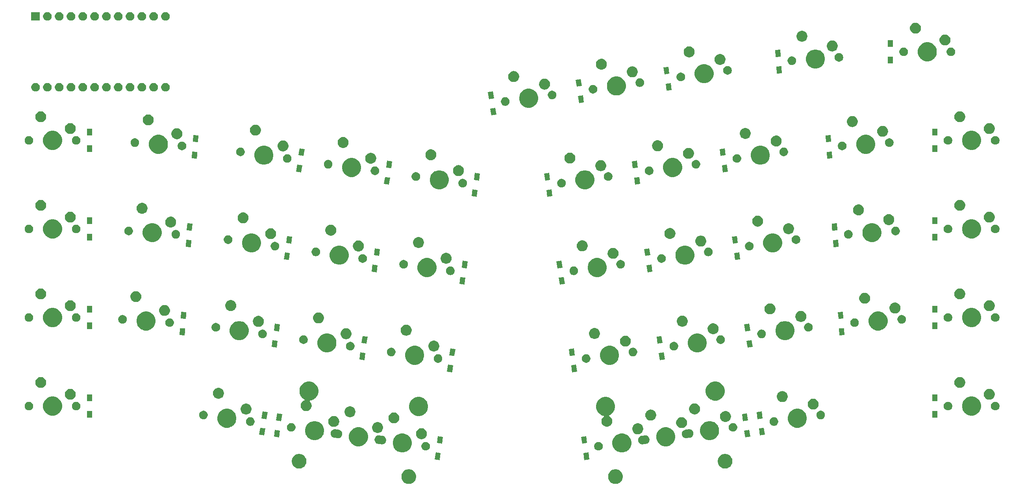
<source format=gbr>
G04 #@! TF.GenerationSoftware,KiCad,Pcbnew,(5.1.4)-1*
G04 #@! TF.CreationDate,2021-09-17T03:57:41-10:00*
G04 #@! TF.ProjectId,oya38split,6f796133-3873-4706-9c69-742e6b696361,rev?*
G04 #@! TF.SameCoordinates,Original*
G04 #@! TF.FileFunction,Soldermask,Top*
G04 #@! TF.FilePolarity,Negative*
%FSLAX46Y46*%
G04 Gerber Fmt 4.6, Leading zero omitted, Abs format (unit mm)*
G04 Created by KiCad (PCBNEW (5.1.4)-1) date 2021-09-17 03:57:41*
%MOMM*%
%LPD*%
G04 APERTURE LIST*
%ADD10C,0.100000*%
G04 APERTURE END LIST*
D10*
G36*
X178654474Y-127963362D02*
G01*
X178773200Y-128012540D01*
X178941104Y-128082088D01*
X178941105Y-128082089D01*
X179199067Y-128254453D01*
X179418446Y-128473832D01*
X179533616Y-128646197D01*
X179590811Y-128731795D01*
X179709537Y-129018426D01*
X179770063Y-129322711D01*
X179770063Y-129632961D01*
X179709537Y-129937246D01*
X179590811Y-130223877D01*
X179590810Y-130223878D01*
X179418446Y-130481840D01*
X179199067Y-130701219D01*
X179026702Y-130816389D01*
X178941104Y-130873584D01*
X178773200Y-130943132D01*
X178654474Y-130992310D01*
X178350188Y-131052836D01*
X178039938Y-131052836D01*
X177735652Y-130992310D01*
X177616926Y-130943132D01*
X177449022Y-130873584D01*
X177363424Y-130816389D01*
X177191059Y-130701219D01*
X176971680Y-130481840D01*
X176799316Y-130223878D01*
X176799315Y-130223877D01*
X176680589Y-129937246D01*
X176620063Y-129632961D01*
X176620063Y-129322711D01*
X176680589Y-129018426D01*
X176799315Y-128731795D01*
X176856510Y-128646197D01*
X176971680Y-128473832D01*
X177191059Y-128254453D01*
X177449021Y-128082089D01*
X177449022Y-128082088D01*
X177616926Y-128012540D01*
X177735652Y-127963362D01*
X178039938Y-127902836D01*
X178350188Y-127902836D01*
X178654474Y-127963362D01*
X178654474Y-127963362D01*
G37*
G36*
X134208098Y-127963362D02*
G01*
X134326824Y-128012540D01*
X134494728Y-128082088D01*
X134494729Y-128082089D01*
X134752691Y-128254453D01*
X134972070Y-128473832D01*
X135087240Y-128646197D01*
X135144435Y-128731795D01*
X135263161Y-129018426D01*
X135323687Y-129322711D01*
X135323687Y-129632961D01*
X135263161Y-129937246D01*
X135144435Y-130223877D01*
X135144434Y-130223878D01*
X134972070Y-130481840D01*
X134752691Y-130701219D01*
X134580326Y-130816389D01*
X134494728Y-130873584D01*
X134326824Y-130943132D01*
X134208098Y-130992310D01*
X133903812Y-131052836D01*
X133593562Y-131052836D01*
X133289276Y-130992310D01*
X133170550Y-130943132D01*
X133002646Y-130873584D01*
X132917048Y-130816389D01*
X132744683Y-130701219D01*
X132525304Y-130481840D01*
X132352940Y-130223878D01*
X132352939Y-130223877D01*
X132234213Y-129937246D01*
X132173687Y-129632961D01*
X132173687Y-129322711D01*
X132234213Y-129018426D01*
X132352939Y-128731795D01*
X132410134Y-128646197D01*
X132525304Y-128473832D01*
X132744683Y-128254453D01*
X133002645Y-128082089D01*
X133002646Y-128082088D01*
X133170550Y-128012540D01*
X133289276Y-127963362D01*
X133593562Y-127902836D01*
X133903812Y-127902836D01*
X134208098Y-127963362D01*
X134208098Y-127963362D01*
G37*
G36*
X202235232Y-124649303D02*
G01*
X202353958Y-124698481D01*
X202521862Y-124768029D01*
X202521863Y-124768030D01*
X202779825Y-124940394D01*
X202999204Y-125159773D01*
X203114374Y-125332138D01*
X203171569Y-125417736D01*
X203290295Y-125704367D01*
X203350821Y-126008652D01*
X203350821Y-126318902D01*
X203290295Y-126623187D01*
X203171569Y-126909818D01*
X203171568Y-126909819D01*
X202999204Y-127167781D01*
X202779825Y-127387160D01*
X202607460Y-127502330D01*
X202521862Y-127559525D01*
X202353958Y-127629073D01*
X202235232Y-127678251D01*
X201930946Y-127738777D01*
X201620696Y-127738777D01*
X201316410Y-127678251D01*
X201197684Y-127629073D01*
X201029780Y-127559525D01*
X200944182Y-127502330D01*
X200771817Y-127387160D01*
X200552438Y-127167781D01*
X200380074Y-126909819D01*
X200380073Y-126909818D01*
X200261347Y-126623187D01*
X200200821Y-126318902D01*
X200200821Y-126008652D01*
X200261347Y-125704367D01*
X200380073Y-125417736D01*
X200437268Y-125332138D01*
X200552438Y-125159773D01*
X200771817Y-124940394D01*
X201029779Y-124768030D01*
X201029780Y-124768029D01*
X201197684Y-124698481D01*
X201316410Y-124649303D01*
X201620696Y-124588777D01*
X201930946Y-124588777D01*
X202235232Y-124649303D01*
X202235232Y-124649303D01*
G37*
G36*
X110627340Y-124649303D02*
G01*
X110746066Y-124698481D01*
X110913970Y-124768029D01*
X110913971Y-124768030D01*
X111171933Y-124940394D01*
X111391312Y-125159773D01*
X111506482Y-125332138D01*
X111563677Y-125417736D01*
X111682403Y-125704367D01*
X111742929Y-126008652D01*
X111742929Y-126318902D01*
X111682403Y-126623187D01*
X111563677Y-126909818D01*
X111563676Y-126909819D01*
X111391312Y-127167781D01*
X111171933Y-127387160D01*
X110999568Y-127502330D01*
X110913970Y-127559525D01*
X110746066Y-127629073D01*
X110627340Y-127678251D01*
X110323054Y-127738777D01*
X110012804Y-127738777D01*
X109708518Y-127678251D01*
X109589792Y-127629073D01*
X109421888Y-127559525D01*
X109336290Y-127502330D01*
X109163925Y-127387160D01*
X108944546Y-127167781D01*
X108772182Y-126909819D01*
X108772181Y-126909818D01*
X108653455Y-126623187D01*
X108592929Y-126318902D01*
X108592929Y-126008652D01*
X108653455Y-125704367D01*
X108772181Y-125417736D01*
X108829376Y-125332138D01*
X108944546Y-125159773D01*
X109163925Y-124940394D01*
X109421887Y-124768030D01*
X109421888Y-124768029D01*
X109589792Y-124698481D01*
X109708518Y-124649303D01*
X110012804Y-124588777D01*
X110323054Y-124588777D01*
X110627340Y-124649303D01*
X110627340Y-124649303D01*
G37*
G36*
X172617950Y-125758828D02*
G01*
X171526674Y-125912197D01*
X171317636Y-124424814D01*
X172408912Y-124271445D01*
X172617950Y-125758828D01*
X172617950Y-125758828D01*
G37*
G36*
X140626114Y-124424814D02*
G01*
X140438631Y-125758828D01*
X140417076Y-125912196D01*
X140417076Y-125912197D01*
X139325800Y-125758828D01*
X139534838Y-124271445D01*
X140626114Y-124424814D01*
X140626114Y-124424814D01*
G37*
G36*
X132959209Y-120263092D02*
G01*
X133083765Y-120314685D01*
X133331358Y-120417241D01*
X133666283Y-120641031D01*
X133951112Y-120925860D01*
X134174902Y-121260785D01*
X134185568Y-121286535D01*
X134329051Y-121632934D01*
X134407635Y-122028002D01*
X134407635Y-122430814D01*
X134329051Y-122825882D01*
X134245492Y-123027610D01*
X134174902Y-123198031D01*
X133951112Y-123532956D01*
X133666283Y-123817785D01*
X133331358Y-124041575D01*
X133177209Y-124105425D01*
X132959209Y-124195724D01*
X132564141Y-124274308D01*
X132161329Y-124274308D01*
X131766261Y-124195724D01*
X131548261Y-124105425D01*
X131394112Y-124041575D01*
X131059187Y-123817785D01*
X130774358Y-123532956D01*
X130550568Y-123198031D01*
X130479978Y-123027610D01*
X130396419Y-122825882D01*
X130317835Y-122430814D01*
X130317835Y-122028002D01*
X130396419Y-121632934D01*
X130539902Y-121286535D01*
X130550568Y-121260785D01*
X130774358Y-120925860D01*
X131059187Y-120641031D01*
X131394112Y-120417241D01*
X131641705Y-120314685D01*
X131766261Y-120263092D01*
X132161329Y-120184508D01*
X132564141Y-120184508D01*
X132959209Y-120263092D01*
X132959209Y-120263092D01*
G37*
G36*
X180177489Y-120263092D02*
G01*
X180302045Y-120314685D01*
X180549638Y-120417241D01*
X180884563Y-120641031D01*
X181169392Y-120925860D01*
X181393182Y-121260785D01*
X181403848Y-121286535D01*
X181547331Y-121632934D01*
X181625915Y-122028002D01*
X181625915Y-122430814D01*
X181547331Y-122825882D01*
X181463772Y-123027610D01*
X181393182Y-123198031D01*
X181169392Y-123532956D01*
X180884563Y-123817785D01*
X180549638Y-124041575D01*
X180395489Y-124105425D01*
X180177489Y-124195724D01*
X179782421Y-124274308D01*
X179379609Y-124274308D01*
X178984541Y-124195724D01*
X178766541Y-124105425D01*
X178612392Y-124041575D01*
X178277467Y-123817785D01*
X177992638Y-123532956D01*
X177768848Y-123198031D01*
X177698258Y-123027610D01*
X177614699Y-122825882D01*
X177536115Y-122430814D01*
X177536115Y-122028002D01*
X177614699Y-121632934D01*
X177758182Y-121286535D01*
X177768848Y-121260785D01*
X177992638Y-120925860D01*
X178277467Y-120641031D01*
X178612392Y-120417241D01*
X178859985Y-120314685D01*
X178984541Y-120263092D01*
X179379609Y-120184508D01*
X179782421Y-120184508D01*
X180177489Y-120263092D01*
X180177489Y-120263092D01*
G37*
G36*
X174820557Y-122045992D02*
G01*
X174989079Y-122115796D01*
X175140744Y-122217135D01*
X175269725Y-122346116D01*
X175371064Y-122497781D01*
X175440868Y-122666303D01*
X175476453Y-122845204D01*
X175476453Y-123027610D01*
X175440868Y-123206511D01*
X175371064Y-123375033D01*
X175269725Y-123526698D01*
X175140744Y-123655679D01*
X174989079Y-123757018D01*
X174820557Y-123826822D01*
X174641656Y-123862407D01*
X174459250Y-123862407D01*
X174280349Y-123826822D01*
X174111827Y-123757018D01*
X173960162Y-123655679D01*
X173831181Y-123526698D01*
X173729842Y-123375033D01*
X173660038Y-123206511D01*
X173624453Y-123027610D01*
X173624453Y-122845204D01*
X173660038Y-122666303D01*
X173729842Y-122497781D01*
X173831181Y-122346116D01*
X173960162Y-122217135D01*
X174111827Y-122115796D01*
X174280349Y-122045992D01*
X174459250Y-122010407D01*
X174641656Y-122010407D01*
X174820557Y-122045992D01*
X174820557Y-122045992D01*
G37*
G36*
X137663401Y-122045992D02*
G01*
X137831923Y-122115796D01*
X137983588Y-122217135D01*
X138112569Y-122346116D01*
X138213908Y-122497781D01*
X138283712Y-122666303D01*
X138319297Y-122845204D01*
X138319297Y-123027610D01*
X138283712Y-123206511D01*
X138213908Y-123375033D01*
X138112569Y-123526698D01*
X137983588Y-123655679D01*
X137831923Y-123757018D01*
X137663401Y-123826822D01*
X137484500Y-123862407D01*
X137302094Y-123862407D01*
X137123193Y-123826822D01*
X136954671Y-123757018D01*
X136803006Y-123655679D01*
X136674025Y-123526698D01*
X136572686Y-123375033D01*
X136502882Y-123206511D01*
X136467297Y-123027610D01*
X136467297Y-122845204D01*
X136502882Y-122666303D01*
X136572686Y-122497781D01*
X136674025Y-122346116D01*
X136803006Y-122217135D01*
X136954671Y-122115796D01*
X137123193Y-122045992D01*
X137302094Y-122010407D01*
X137484500Y-122010407D01*
X137663401Y-122045992D01*
X137663401Y-122045992D01*
G37*
G36*
X123526906Y-118937468D02*
G01*
X123651462Y-118989061D01*
X123899055Y-119091617D01*
X124233980Y-119315407D01*
X124518809Y-119600236D01*
X124742599Y-119935161D01*
X124753265Y-119960911D01*
X124896748Y-120307310D01*
X124975332Y-120702378D01*
X124975332Y-121105190D01*
X124896748Y-121500258D01*
X124813189Y-121701986D01*
X124742599Y-121872407D01*
X124518809Y-122207332D01*
X124233980Y-122492161D01*
X123899055Y-122715951D01*
X123744906Y-122779801D01*
X123526906Y-122870100D01*
X123131838Y-122948684D01*
X122729026Y-122948684D01*
X122333958Y-122870100D01*
X122115958Y-122779801D01*
X121961809Y-122715951D01*
X121626884Y-122492161D01*
X121342055Y-122207332D01*
X121118265Y-121872407D01*
X121047675Y-121701986D01*
X120964116Y-121500258D01*
X120885532Y-121105190D01*
X120885532Y-120702378D01*
X120964116Y-120307310D01*
X121107599Y-119960911D01*
X121118265Y-119935161D01*
X121342055Y-119600236D01*
X121626884Y-119315407D01*
X121961809Y-119091617D01*
X122209402Y-118989061D01*
X122333958Y-118937468D01*
X122729026Y-118858884D01*
X123131838Y-118858884D01*
X123526906Y-118937468D01*
X123526906Y-118937468D01*
G37*
G36*
X189609792Y-118937468D02*
G01*
X189734348Y-118989061D01*
X189981941Y-119091617D01*
X190316866Y-119315407D01*
X190601695Y-119600236D01*
X190825485Y-119935161D01*
X190836151Y-119960911D01*
X190979634Y-120307310D01*
X191058218Y-120702378D01*
X191058218Y-121105190D01*
X190979634Y-121500258D01*
X190896075Y-121701986D01*
X190825485Y-121872407D01*
X190601695Y-122207332D01*
X190316866Y-122492161D01*
X189981941Y-122715951D01*
X189827792Y-122779801D01*
X189609792Y-122870100D01*
X189214724Y-122948684D01*
X188811912Y-122948684D01*
X188416844Y-122870100D01*
X188198844Y-122779801D01*
X188044695Y-122715951D01*
X187709770Y-122492161D01*
X187424941Y-122207332D01*
X187201151Y-121872407D01*
X187130561Y-121701986D01*
X187047002Y-121500258D01*
X186968418Y-121105190D01*
X186968418Y-120702378D01*
X187047002Y-120307310D01*
X187190485Y-119960911D01*
X187201151Y-119935161D01*
X187424941Y-119600236D01*
X187709770Y-119315407D01*
X188044695Y-119091617D01*
X188292288Y-118989061D01*
X188416844Y-118937468D01*
X188811912Y-118858884D01*
X189214724Y-118858884D01*
X189609792Y-118937468D01*
X189609792Y-118937468D01*
G37*
G36*
X127602277Y-120631994D02*
G01*
X127740144Y-120689100D01*
X127763579Y-120696209D01*
X127787965Y-120698611D01*
X127812343Y-120696210D01*
X127869791Y-120684783D01*
X128052197Y-120684783D01*
X128231098Y-120720368D01*
X128399620Y-120790172D01*
X128551285Y-120891511D01*
X128680266Y-121020492D01*
X128781605Y-121172157D01*
X128851409Y-121340679D01*
X128886994Y-121519580D01*
X128886994Y-121701986D01*
X128851409Y-121880887D01*
X128781605Y-122049409D01*
X128680266Y-122201074D01*
X128551285Y-122330055D01*
X128399620Y-122431394D01*
X128231098Y-122501198D01*
X128052197Y-122536783D01*
X127869791Y-122536783D01*
X127690890Y-122501198D01*
X127553023Y-122444092D01*
X127529588Y-122436983D01*
X127505202Y-122434581D01*
X127480824Y-122436982D01*
X127423376Y-122448409D01*
X127240970Y-122448409D01*
X127062069Y-122412824D01*
X126893547Y-122343020D01*
X126741882Y-122241681D01*
X126612901Y-122112700D01*
X126511562Y-121961035D01*
X126441758Y-121792513D01*
X126406173Y-121613612D01*
X126406173Y-121431206D01*
X126441758Y-121252305D01*
X126511562Y-121083783D01*
X126612901Y-120932118D01*
X126741882Y-120803137D01*
X126893547Y-120701798D01*
X127062069Y-120631994D01*
X127240970Y-120596409D01*
X127423376Y-120596409D01*
X127602277Y-120631994D01*
X127602277Y-120631994D01*
G37*
G36*
X184881681Y-120631994D02*
G01*
X185050203Y-120701798D01*
X185201868Y-120803137D01*
X185330849Y-120932118D01*
X185432188Y-121083783D01*
X185501992Y-121252305D01*
X185537577Y-121431206D01*
X185537577Y-121613612D01*
X185501992Y-121792513D01*
X185432188Y-121961035D01*
X185330849Y-122112700D01*
X185201868Y-122241681D01*
X185050203Y-122343020D01*
X184881681Y-122412824D01*
X184702780Y-122448409D01*
X184520374Y-122448409D01*
X184462926Y-122436982D01*
X184438549Y-122434581D01*
X184414163Y-122436983D01*
X184390727Y-122444092D01*
X184252860Y-122501198D01*
X184073959Y-122536783D01*
X183891553Y-122536783D01*
X183712652Y-122501198D01*
X183544130Y-122431394D01*
X183392465Y-122330055D01*
X183263484Y-122201074D01*
X183162145Y-122049409D01*
X183092341Y-121880887D01*
X183056756Y-121701986D01*
X183056756Y-121519580D01*
X183092341Y-121340679D01*
X183162145Y-121172157D01*
X183263484Y-121020492D01*
X183392465Y-120891511D01*
X183544130Y-120790172D01*
X183712652Y-120720368D01*
X183891553Y-120684783D01*
X184073959Y-120684783D01*
X184131407Y-120696210D01*
X184155784Y-120698611D01*
X184180170Y-120696209D01*
X184203606Y-120689100D01*
X184341473Y-120631994D01*
X184520374Y-120596409D01*
X184702780Y-120596409D01*
X184881681Y-120631994D01*
X184881681Y-120631994D01*
G37*
G36*
X141120178Y-120909362D02*
G01*
X140918691Y-122343020D01*
X140911140Y-122396744D01*
X140911140Y-122396745D01*
X139819864Y-122243376D01*
X140028902Y-120755993D01*
X141120178Y-120909362D01*
X141120178Y-120909362D01*
G37*
G36*
X172123886Y-122243376D02*
G01*
X171032610Y-122396745D01*
X170823572Y-120909362D01*
X171914848Y-120755993D01*
X172123886Y-122243376D01*
X172123886Y-122243376D01*
G37*
G36*
X199042095Y-117611844D02*
G01*
X199260095Y-117702143D01*
X199414244Y-117765993D01*
X199749169Y-117989783D01*
X200033998Y-118274612D01*
X200257788Y-118609537D01*
X200305173Y-118723936D01*
X200411937Y-118981686D01*
X200490521Y-119376754D01*
X200490521Y-119779566D01*
X200411937Y-120174634D01*
X200353926Y-120314685D01*
X200257788Y-120546783D01*
X200033998Y-120881708D01*
X199749169Y-121166537D01*
X199414244Y-121390327D01*
X199315553Y-121431206D01*
X199042095Y-121544476D01*
X198647027Y-121623060D01*
X198244215Y-121623060D01*
X197849147Y-121544476D01*
X197575689Y-121431206D01*
X197476998Y-121390327D01*
X197142073Y-121166537D01*
X196857244Y-120881708D01*
X196633454Y-120546783D01*
X196537316Y-120314685D01*
X196479305Y-120174634D01*
X196400721Y-119779566D01*
X196400721Y-119376754D01*
X196479305Y-118981686D01*
X196586069Y-118723936D01*
X196633454Y-118609537D01*
X196857244Y-118274612D01*
X197142073Y-117989783D01*
X197476998Y-117765993D01*
X197631147Y-117702143D01*
X197849147Y-117611844D01*
X198244215Y-117533260D01*
X198647027Y-117533260D01*
X199042095Y-117611844D01*
X199042095Y-117611844D01*
G37*
G36*
X114094603Y-117611844D02*
G01*
X114312603Y-117702143D01*
X114466752Y-117765993D01*
X114801677Y-117989783D01*
X115086506Y-118274612D01*
X115310296Y-118609537D01*
X115357681Y-118723936D01*
X115464445Y-118981686D01*
X115543029Y-119376754D01*
X115543029Y-119779566D01*
X115464445Y-120174634D01*
X115406434Y-120314685D01*
X115310296Y-120546783D01*
X115086506Y-120881708D01*
X114801677Y-121166537D01*
X114466752Y-121390327D01*
X114368061Y-121431206D01*
X114094603Y-121544476D01*
X113699535Y-121623060D01*
X113296723Y-121623060D01*
X112901655Y-121544476D01*
X112628197Y-121431206D01*
X112529506Y-121390327D01*
X112194581Y-121166537D01*
X111909752Y-120881708D01*
X111685962Y-120546783D01*
X111589824Y-120314685D01*
X111531813Y-120174634D01*
X111453229Y-119779566D01*
X111453229Y-119376754D01*
X111531813Y-118981686D01*
X111638577Y-118723936D01*
X111685962Y-118609537D01*
X111909752Y-118274612D01*
X112194581Y-117989783D01*
X112529506Y-117765993D01*
X112683655Y-117702143D01*
X112901655Y-117611844D01*
X113296723Y-117533260D01*
X113699535Y-117533260D01*
X114094603Y-117611844D01*
X114094603Y-117611844D01*
G37*
G36*
X136680716Y-119083441D02*
G01*
X136832183Y-119113570D01*
X137046201Y-119202219D01*
X137046202Y-119202220D01*
X137238810Y-119330916D01*
X137402617Y-119494723D01*
X137466567Y-119590432D01*
X137531314Y-119687332D01*
X137619963Y-119901350D01*
X137631810Y-119960910D01*
X137665156Y-120128550D01*
X137665156Y-120360204D01*
X137650092Y-120435937D01*
X137619963Y-120587404D01*
X137531314Y-120801422D01*
X137531313Y-120801423D01*
X137402617Y-120994031D01*
X137238810Y-121157838D01*
X137159009Y-121211159D01*
X137046201Y-121286535D01*
X136832183Y-121375184D01*
X136680716Y-121405313D01*
X136604983Y-121420377D01*
X136373329Y-121420377D01*
X136297596Y-121405313D01*
X136146129Y-121375184D01*
X135932111Y-121286535D01*
X135819303Y-121211159D01*
X135739502Y-121157838D01*
X135575695Y-120994031D01*
X135446999Y-120801423D01*
X135446998Y-120801422D01*
X135358349Y-120587404D01*
X135328220Y-120435937D01*
X135313156Y-120360204D01*
X135313156Y-120128550D01*
X135346502Y-119960910D01*
X135358349Y-119901350D01*
X135446998Y-119687332D01*
X135511745Y-119590432D01*
X135575695Y-119494723D01*
X135739502Y-119330916D01*
X135932110Y-119202220D01*
X135932111Y-119202219D01*
X136146129Y-119113570D01*
X136297596Y-119083441D01*
X136373329Y-119068377D01*
X136604983Y-119068377D01*
X136680716Y-119083441D01*
X136680716Y-119083441D01*
G37*
G36*
X118169974Y-119306370D02*
G01*
X118307841Y-119363476D01*
X118331276Y-119370585D01*
X118355662Y-119372987D01*
X118380040Y-119370586D01*
X118437488Y-119359159D01*
X118619894Y-119359159D01*
X118798795Y-119394744D01*
X118967317Y-119464548D01*
X119118982Y-119565887D01*
X119247963Y-119694868D01*
X119349302Y-119846533D01*
X119419106Y-120015055D01*
X119454691Y-120193956D01*
X119454691Y-120376362D01*
X119419106Y-120555263D01*
X119349302Y-120723785D01*
X119247963Y-120875450D01*
X119118982Y-121004431D01*
X118967317Y-121105770D01*
X118798795Y-121175574D01*
X118619894Y-121211159D01*
X118437488Y-121211159D01*
X118258587Y-121175574D01*
X118120720Y-121118468D01*
X118097285Y-121111359D01*
X118072899Y-121108957D01*
X118048521Y-121111358D01*
X117991073Y-121122785D01*
X117808667Y-121122785D01*
X117629766Y-121087200D01*
X117461244Y-121017396D01*
X117309579Y-120916057D01*
X117180598Y-120787076D01*
X117079259Y-120635411D01*
X117009455Y-120466889D01*
X116973870Y-120287988D01*
X116973870Y-120105582D01*
X117009455Y-119926681D01*
X117079259Y-119758159D01*
X117180598Y-119606494D01*
X117309579Y-119477513D01*
X117461244Y-119376174D01*
X117629766Y-119306370D01*
X117808667Y-119270785D01*
X117991073Y-119270785D01*
X118169974Y-119306370D01*
X118169974Y-119306370D01*
G37*
G36*
X194313984Y-119306370D02*
G01*
X194482506Y-119376174D01*
X194634171Y-119477513D01*
X194763152Y-119606494D01*
X194864491Y-119758159D01*
X194934295Y-119926681D01*
X194969880Y-120105582D01*
X194969880Y-120287988D01*
X194934295Y-120466889D01*
X194864491Y-120635411D01*
X194763152Y-120787076D01*
X194634171Y-120916057D01*
X194482506Y-121017396D01*
X194313984Y-121087200D01*
X194135083Y-121122785D01*
X193952677Y-121122785D01*
X193895229Y-121111358D01*
X193870852Y-121108957D01*
X193846466Y-121111359D01*
X193823030Y-121118468D01*
X193685163Y-121175574D01*
X193506262Y-121211159D01*
X193323856Y-121211159D01*
X193144955Y-121175574D01*
X192976433Y-121105770D01*
X192824768Y-121004431D01*
X192695787Y-120875450D01*
X192594448Y-120723785D01*
X192524644Y-120555263D01*
X192489059Y-120376362D01*
X192489059Y-120193956D01*
X192524644Y-120015055D01*
X192594448Y-119846533D01*
X192695787Y-119694868D01*
X192824768Y-119565887D01*
X192976433Y-119464548D01*
X193144955Y-119394744D01*
X193323856Y-119359159D01*
X193506262Y-119359159D01*
X193563710Y-119370586D01*
X193588087Y-119372987D01*
X193612473Y-119370585D01*
X193635909Y-119363476D01*
X193773776Y-119306370D01*
X193952677Y-119270785D01*
X194135083Y-119270785D01*
X194313984Y-119306370D01*
X194313984Y-119306370D01*
G37*
G36*
X106041001Y-119564193D02*
G01*
X105836332Y-121020492D01*
X105831963Y-121051575D01*
X105831963Y-121051576D01*
X104740687Y-120898207D01*
X104949725Y-119410824D01*
X106041001Y-119564193D01*
X106041001Y-119564193D01*
G37*
G36*
X207203063Y-120898207D02*
G01*
X206111787Y-121051576D01*
X205902749Y-119564193D01*
X206994025Y-119410824D01*
X207203063Y-120898207D01*
X207203063Y-120898207D01*
G37*
G36*
X210347165Y-120456332D02*
G01*
X209255889Y-120609701D01*
X209046851Y-119122318D01*
X210138127Y-118968949D01*
X210347165Y-120456332D01*
X210347165Y-120456332D01*
G37*
G36*
X102896899Y-119122318D02*
G01*
X102690995Y-120587404D01*
X102687861Y-120609700D01*
X102687861Y-120609701D01*
X101596585Y-120456332D01*
X101805623Y-118968949D01*
X102896899Y-119122318D01*
X102896899Y-119122318D01*
G37*
G36*
X183183976Y-118021347D02*
G01*
X183343464Y-118053071D01*
X183557482Y-118141720D01*
X183572701Y-118151889D01*
X183750091Y-118270417D01*
X183913898Y-118434224D01*
X183997880Y-118559912D01*
X184042595Y-118626833D01*
X184131244Y-118840851D01*
X184143091Y-118900411D01*
X184176437Y-119068051D01*
X184176437Y-119299705D01*
X184170229Y-119330916D01*
X184131244Y-119526905D01*
X184042595Y-119740923D01*
X184028796Y-119761575D01*
X183913898Y-119933532D01*
X183750091Y-120097339D01*
X183634410Y-120174634D01*
X183557482Y-120226036D01*
X183343464Y-120314685D01*
X183191997Y-120344814D01*
X183116264Y-120359878D01*
X182884610Y-120359878D01*
X182808877Y-120344814D01*
X182657410Y-120314685D01*
X182443392Y-120226036D01*
X182366464Y-120174634D01*
X182250783Y-120097339D01*
X182086976Y-119933532D01*
X181972078Y-119761575D01*
X181958279Y-119740923D01*
X181869630Y-119526905D01*
X181830645Y-119330916D01*
X181824437Y-119299705D01*
X181824437Y-119068051D01*
X181857783Y-118900411D01*
X181869630Y-118840851D01*
X181958279Y-118626833D01*
X182002994Y-118559912D01*
X182086976Y-118434224D01*
X182250783Y-118270417D01*
X182428173Y-118151889D01*
X182443392Y-118141720D01*
X182657410Y-118053071D01*
X182816898Y-118021347D01*
X182884610Y-118007878D01*
X183116264Y-118007878D01*
X183183976Y-118021347D01*
X183183976Y-118021347D01*
G37*
G36*
X127248413Y-117757817D02*
G01*
X127399880Y-117787946D01*
X127613898Y-117876595D01*
X127642245Y-117895536D01*
X127806507Y-118005292D01*
X127970314Y-118169099D01*
X128040815Y-118274612D01*
X128099011Y-118361708D01*
X128187660Y-118575726D01*
X128217141Y-118723936D01*
X128232853Y-118802926D01*
X128232853Y-119034580D01*
X128217789Y-119110313D01*
X128187660Y-119261780D01*
X128099011Y-119475798D01*
X128064864Y-119526903D01*
X127970314Y-119668407D01*
X127806507Y-119832214D01*
X127703037Y-119901350D01*
X127613898Y-119960911D01*
X127399880Y-120049560D01*
X127248413Y-120079689D01*
X127172680Y-120094753D01*
X126941026Y-120094753D01*
X126865293Y-120079689D01*
X126713826Y-120049560D01*
X126499808Y-119960911D01*
X126410669Y-119901350D01*
X126307199Y-119832214D01*
X126143392Y-119668407D01*
X126048842Y-119526903D01*
X126014695Y-119475798D01*
X125926046Y-119261780D01*
X125895917Y-119110313D01*
X125880853Y-119034580D01*
X125880853Y-118802926D01*
X125896565Y-118723936D01*
X125926046Y-118575726D01*
X126014695Y-118361708D01*
X126072891Y-118274612D01*
X126143392Y-118169099D01*
X126307199Y-118005292D01*
X126471461Y-117895536D01*
X126499808Y-117876595D01*
X126713826Y-117787946D01*
X126865293Y-117757817D01*
X126941026Y-117742753D01*
X127172680Y-117742753D01*
X127248413Y-117757817D01*
X127248413Y-117757817D01*
G37*
G36*
X108737671Y-117980746D02*
G01*
X108906193Y-118050550D01*
X109057858Y-118151889D01*
X109186839Y-118280870D01*
X109288178Y-118432535D01*
X109357982Y-118601057D01*
X109393567Y-118779958D01*
X109393567Y-118962364D01*
X109357982Y-119141265D01*
X109288178Y-119309787D01*
X109186839Y-119461452D01*
X109057858Y-119590433D01*
X108906193Y-119691772D01*
X108737671Y-119761576D01*
X108558770Y-119797161D01*
X108376364Y-119797161D01*
X108197463Y-119761576D01*
X108028941Y-119691772D01*
X107877276Y-119590433D01*
X107748295Y-119461452D01*
X107646956Y-119309787D01*
X107577152Y-119141265D01*
X107541567Y-118962364D01*
X107541567Y-118779958D01*
X107577152Y-118601057D01*
X107646956Y-118432535D01*
X107748295Y-118280870D01*
X107877276Y-118151889D01*
X108028941Y-118050550D01*
X108197463Y-117980746D01*
X108376364Y-117945161D01*
X108558770Y-117945161D01*
X108737671Y-117980746D01*
X108737671Y-117980746D01*
G37*
G36*
X203746287Y-117980746D02*
G01*
X203914809Y-118050550D01*
X204066474Y-118151889D01*
X204195455Y-118280870D01*
X204296794Y-118432535D01*
X204366598Y-118601057D01*
X204402183Y-118779958D01*
X204402183Y-118962364D01*
X204366598Y-119141265D01*
X204296794Y-119309787D01*
X204195455Y-119461452D01*
X204066474Y-119590433D01*
X203914809Y-119691772D01*
X203746287Y-119761576D01*
X203567386Y-119797161D01*
X203384980Y-119797161D01*
X203206079Y-119761576D01*
X203037557Y-119691772D01*
X202885892Y-119590433D01*
X202756911Y-119461452D01*
X202655572Y-119309787D01*
X202585768Y-119141265D01*
X202550183Y-118962364D01*
X202550183Y-118779958D01*
X202585768Y-118601057D01*
X202655572Y-118432535D01*
X202756911Y-118280870D01*
X202885892Y-118151889D01*
X203037557Y-118050550D01*
X203206079Y-117980746D01*
X203384980Y-117945161D01*
X203567386Y-117945161D01*
X203746287Y-117980746D01*
X203746287Y-117980746D01*
G37*
G36*
X192616279Y-116695723D02*
G01*
X192775767Y-116727447D01*
X192989785Y-116816096D01*
X192989786Y-116816097D01*
X193182394Y-116944793D01*
X193346201Y-117108600D01*
X193399504Y-117188374D01*
X193474898Y-117301209D01*
X193563547Y-117515227D01*
X193569013Y-117542709D01*
X193608740Y-117742427D01*
X193608740Y-117974081D01*
X193602532Y-118005292D01*
X193563547Y-118201281D01*
X193474898Y-118415299D01*
X193431998Y-118479503D01*
X193346201Y-118607908D01*
X193182394Y-118771715D01*
X193078924Y-118840851D01*
X192989785Y-118900412D01*
X192775767Y-118989061D01*
X192624300Y-119019190D01*
X192548567Y-119034254D01*
X192316913Y-119034254D01*
X192241180Y-119019190D01*
X192089713Y-118989061D01*
X191875695Y-118900412D01*
X191786556Y-118840851D01*
X191683086Y-118771715D01*
X191519279Y-118607908D01*
X191433482Y-118479503D01*
X191390582Y-118415299D01*
X191301933Y-118201281D01*
X191262948Y-118005292D01*
X191256740Y-117974081D01*
X191256740Y-117742427D01*
X191296467Y-117542709D01*
X191301933Y-117515227D01*
X191390582Y-117301209D01*
X191465976Y-117188374D01*
X191519279Y-117108600D01*
X191683086Y-116944793D01*
X191875694Y-116816097D01*
X191875695Y-116816096D01*
X192089713Y-116727447D01*
X192249201Y-116695723D01*
X192316913Y-116682254D01*
X192548567Y-116682254D01*
X192616279Y-116695723D01*
X192616279Y-116695723D01*
G37*
G36*
X217906702Y-114960597D02*
G01*
X218124283Y-115050722D01*
X218278851Y-115114746D01*
X218613776Y-115338536D01*
X218898605Y-115623365D01*
X219122395Y-115958290D01*
X219133061Y-115984040D01*
X219276544Y-116330439D01*
X219355128Y-116725507D01*
X219355128Y-117128319D01*
X219276544Y-117523387D01*
X219199814Y-117708630D01*
X219122395Y-117895536D01*
X218898605Y-118230461D01*
X218613776Y-118515290D01*
X218278851Y-118739080D01*
X218180162Y-118779958D01*
X217906702Y-118893229D01*
X217511634Y-118971813D01*
X217108822Y-118971813D01*
X216713754Y-118893229D01*
X216440294Y-118779958D01*
X216341605Y-118739080D01*
X216006680Y-118515290D01*
X215721851Y-118230461D01*
X215498061Y-117895536D01*
X215420642Y-117708630D01*
X215343912Y-117523387D01*
X215265328Y-117128319D01*
X215265328Y-116725507D01*
X215343912Y-116330439D01*
X215487395Y-115984040D01*
X215498061Y-115958290D01*
X215721851Y-115623365D01*
X216006680Y-115338536D01*
X216341605Y-115114746D01*
X216496173Y-115050722D01*
X216713754Y-114960597D01*
X217108822Y-114882013D01*
X217511634Y-114882013D01*
X217906702Y-114960597D01*
X217906702Y-114960597D01*
G37*
G36*
X95229996Y-114960597D02*
G01*
X95447577Y-115050722D01*
X95602145Y-115114746D01*
X95937070Y-115338536D01*
X96221899Y-115623365D01*
X96445689Y-115958290D01*
X96456355Y-115984040D01*
X96599838Y-116330439D01*
X96678422Y-116725507D01*
X96678422Y-117128319D01*
X96599838Y-117523387D01*
X96523108Y-117708630D01*
X96445689Y-117895536D01*
X96221899Y-118230461D01*
X95937070Y-118515290D01*
X95602145Y-118739080D01*
X95503456Y-118779958D01*
X95229996Y-118893229D01*
X94834928Y-118971813D01*
X94432116Y-118971813D01*
X94037048Y-118893229D01*
X93763588Y-118779958D01*
X93664899Y-118739080D01*
X93329974Y-118515290D01*
X93045145Y-118230461D01*
X92821355Y-117895536D01*
X92743936Y-117708630D01*
X92667206Y-117523387D01*
X92588622Y-117128319D01*
X92588622Y-116725507D01*
X92667206Y-116330439D01*
X92810689Y-115984040D01*
X92821355Y-115958290D01*
X93045145Y-115623365D01*
X93329974Y-115338536D01*
X93664899Y-115114746D01*
X93819467Y-115050722D01*
X94037048Y-114960597D01*
X94432116Y-114882013D01*
X94834928Y-114882013D01*
X95229996Y-114960597D01*
X95229996Y-114960597D01*
G37*
G36*
X117810367Y-116431051D02*
G01*
X117967577Y-116462322D01*
X118181595Y-116550971D01*
X118181596Y-116550972D01*
X118374204Y-116679668D01*
X118538011Y-116843475D01*
X118616654Y-116961173D01*
X118666708Y-117036084D01*
X118755357Y-117250102D01*
X118777974Y-117363808D01*
X118800550Y-117477302D01*
X118800550Y-117708956D01*
X118785486Y-117784689D01*
X118755357Y-117936156D01*
X118666708Y-118150174D01*
X118632561Y-118201279D01*
X118538011Y-118342783D01*
X118374204Y-118506590D01*
X118270734Y-118575726D01*
X118181595Y-118635287D01*
X117967577Y-118723936D01*
X117816110Y-118754065D01*
X117740377Y-118769129D01*
X117508723Y-118769129D01*
X117432990Y-118754065D01*
X117281523Y-118723936D01*
X117067505Y-118635287D01*
X116978366Y-118575726D01*
X116874896Y-118506590D01*
X116711089Y-118342783D01*
X116616539Y-118201279D01*
X116582392Y-118150174D01*
X116493743Y-117936156D01*
X116463614Y-117784689D01*
X116448550Y-117708956D01*
X116448550Y-117477302D01*
X116471126Y-117363808D01*
X116493743Y-117250102D01*
X116582392Y-117036084D01*
X116632446Y-116961173D01*
X116711089Y-116843475D01*
X116874896Y-116679668D01*
X117067504Y-116550972D01*
X117067505Y-116550971D01*
X117281523Y-116462322D01*
X117438733Y-116431051D01*
X117508723Y-116417129D01*
X117740377Y-116417129D01*
X117810367Y-116431051D01*
X117810367Y-116431051D01*
G37*
G36*
X176670539Y-112419835D02*
G01*
X176834700Y-112487833D01*
X177042688Y-112573984D01*
X177377613Y-112797774D01*
X177662442Y-113082603D01*
X177886232Y-113417528D01*
X177936280Y-113538356D01*
X178040381Y-113789677D01*
X178118965Y-114184745D01*
X178118965Y-114587557D01*
X178040381Y-114982625D01*
X177983225Y-115120611D01*
X177886232Y-115354774D01*
X177662442Y-115689699D01*
X177377613Y-115974528D01*
X177042688Y-116198318D01*
X176973384Y-116227025D01*
X176881576Y-116265053D01*
X176859965Y-116276604D01*
X176841023Y-116292150D01*
X176825478Y-116311092D01*
X176813927Y-116332702D01*
X176806814Y-116356151D01*
X176804412Y-116380537D01*
X176806814Y-116404923D01*
X176813927Y-116428372D01*
X176825478Y-116449983D01*
X176841024Y-116468925D01*
X176859966Y-116484470D01*
X176881570Y-116496018D01*
X176915780Y-116510188D01*
X176915781Y-116510189D01*
X177108389Y-116638885D01*
X177272196Y-116802692D01*
X177299446Y-116843475D01*
X177400893Y-116995301D01*
X177489542Y-117209319D01*
X177504056Y-117282286D01*
X177534735Y-117436519D01*
X177534735Y-117668173D01*
X177526623Y-117708955D01*
X177489542Y-117895373D01*
X177400893Y-118109391D01*
X177373642Y-118150175D01*
X177272196Y-118302000D01*
X177108389Y-118465807D01*
X177020807Y-118524327D01*
X176915780Y-118594504D01*
X176701762Y-118683153D01*
X176550295Y-118713282D01*
X176474562Y-118728346D01*
X176242908Y-118728346D01*
X176167175Y-118713282D01*
X176015708Y-118683153D01*
X175801690Y-118594504D01*
X175696663Y-118524327D01*
X175609081Y-118465807D01*
X175445274Y-118302000D01*
X175343828Y-118150175D01*
X175316577Y-118109391D01*
X175227928Y-117895373D01*
X175190847Y-117708955D01*
X175182735Y-117668173D01*
X175182735Y-117436519D01*
X175213414Y-117282286D01*
X175227928Y-117209319D01*
X175316577Y-116995301D01*
X175418024Y-116843475D01*
X175445274Y-116802692D01*
X175609081Y-116638885D01*
X175658321Y-116605984D01*
X175677263Y-116590439D01*
X175692809Y-116571497D01*
X175704360Y-116549886D01*
X175711473Y-116526437D01*
X175713875Y-116502051D01*
X175711473Y-116477665D01*
X175704360Y-116454216D01*
X175692809Y-116432606D01*
X175677264Y-116413664D01*
X175658322Y-116398118D01*
X175636711Y-116386567D01*
X175613262Y-116379454D01*
X175477591Y-116352467D01*
X175259591Y-116262168D01*
X175105442Y-116198318D01*
X174770517Y-115974528D01*
X174485688Y-115689699D01*
X174261898Y-115354774D01*
X174164905Y-115120611D01*
X174107749Y-114982625D01*
X174029165Y-114587557D01*
X174029165Y-114184745D01*
X174107749Y-113789677D01*
X174211850Y-113538356D01*
X174261898Y-113417528D01*
X174485688Y-113082603D01*
X174770517Y-112797774D01*
X175105442Y-112573984D01*
X175313430Y-112487833D01*
X175477591Y-112419835D01*
X175872659Y-112341251D01*
X176275471Y-112341251D01*
X176670539Y-112419835D01*
X176670539Y-112419835D01*
G37*
G36*
X212549770Y-116743497D02*
G01*
X212718292Y-116813301D01*
X212869957Y-116914640D01*
X212998938Y-117043621D01*
X213100277Y-117195286D01*
X213170081Y-117363808D01*
X213205666Y-117542709D01*
X213205666Y-117725115D01*
X213170081Y-117904016D01*
X213100277Y-118072538D01*
X212998938Y-118224203D01*
X212869957Y-118353184D01*
X212718292Y-118454523D01*
X212549770Y-118524327D01*
X212370869Y-118559912D01*
X212188463Y-118559912D01*
X212009562Y-118524327D01*
X211841040Y-118454523D01*
X211689375Y-118353184D01*
X211560394Y-118224203D01*
X211459055Y-118072538D01*
X211389251Y-117904016D01*
X211353666Y-117725115D01*
X211353666Y-117542709D01*
X211389251Y-117363808D01*
X211459055Y-117195286D01*
X211560394Y-117043621D01*
X211689375Y-116914640D01*
X211841040Y-116813301D01*
X212009562Y-116743497D01*
X212188463Y-116707912D01*
X212370869Y-116707912D01*
X212549770Y-116743497D01*
X212549770Y-116743497D01*
G37*
G36*
X99934188Y-116743497D02*
G01*
X100102710Y-116813301D01*
X100254375Y-116914640D01*
X100383356Y-117043621D01*
X100484695Y-117195286D01*
X100554499Y-117363808D01*
X100590084Y-117542709D01*
X100590084Y-117725115D01*
X100554499Y-117904016D01*
X100484695Y-118072538D01*
X100383356Y-118224203D01*
X100254375Y-118353184D01*
X100102710Y-118454523D01*
X99934188Y-118524327D01*
X99755287Y-118559912D01*
X99572881Y-118559912D01*
X99393980Y-118524327D01*
X99225458Y-118454523D01*
X99073793Y-118353184D01*
X98944812Y-118224203D01*
X98843473Y-118072538D01*
X98773669Y-117904016D01*
X98738084Y-117725115D01*
X98738084Y-117542709D01*
X98773669Y-117363808D01*
X98843473Y-117195286D01*
X98944812Y-117043621D01*
X99073793Y-116914640D01*
X99225458Y-116813301D01*
X99393980Y-116743497D01*
X99572881Y-116707912D01*
X99755287Y-116707912D01*
X99934188Y-116743497D01*
X99934188Y-116743497D01*
G37*
G36*
X130746013Y-115684411D02*
G01*
X130897480Y-115714540D01*
X131111498Y-115803189D01*
X131111499Y-115803190D01*
X131304107Y-115931886D01*
X131467914Y-116095693D01*
X131553711Y-116224098D01*
X131596611Y-116288302D01*
X131685260Y-116502320D01*
X131685260Y-116502322D01*
X131730041Y-116727447D01*
X131730453Y-116729521D01*
X131730453Y-116961173D01*
X131685260Y-117188374D01*
X131596611Y-117402392D01*
X131573808Y-117436519D01*
X131467914Y-117595001D01*
X131304107Y-117758808D01*
X131175702Y-117844605D01*
X131111498Y-117887505D01*
X130897480Y-117976154D01*
X130750993Y-118005292D01*
X130670280Y-118021347D01*
X130438626Y-118021347D01*
X130357913Y-118005292D01*
X130211426Y-117976154D01*
X129997408Y-117887505D01*
X129933204Y-117844605D01*
X129804799Y-117758808D01*
X129640992Y-117595001D01*
X129535098Y-117436519D01*
X129512295Y-117402392D01*
X129423646Y-117188374D01*
X129378453Y-116961173D01*
X129378453Y-116729521D01*
X129378866Y-116727447D01*
X129423646Y-116502322D01*
X129423646Y-116502320D01*
X129512295Y-116288302D01*
X129555195Y-116224098D01*
X129640992Y-116095693D01*
X129804799Y-115931886D01*
X129997407Y-115803190D01*
X129997408Y-115803189D01*
X130211426Y-115714540D01*
X130362893Y-115684411D01*
X130438626Y-115669347D01*
X130670280Y-115669347D01*
X130746013Y-115684411D01*
X130746013Y-115684411D01*
G37*
G36*
X202048582Y-115370099D02*
G01*
X202208070Y-115401823D01*
X202422088Y-115490472D01*
X202434743Y-115498928D01*
X202614697Y-115619169D01*
X202778504Y-115782976D01*
X202831807Y-115862750D01*
X202907201Y-115975585D01*
X202995850Y-116189603D01*
X203015482Y-116288301D01*
X203041043Y-116416803D01*
X203041043Y-116648457D01*
X203025979Y-116724190D01*
X202995850Y-116875657D01*
X202907201Y-117089675D01*
X202869623Y-117145914D01*
X202778504Y-117282284D01*
X202614697Y-117446091D01*
X202511227Y-117515227D01*
X202422088Y-117574788D01*
X202208070Y-117663437D01*
X202056603Y-117693566D01*
X201980870Y-117708630D01*
X201749216Y-117708630D01*
X201673483Y-117693566D01*
X201522016Y-117663437D01*
X201307998Y-117574788D01*
X201218859Y-117515227D01*
X201115389Y-117446091D01*
X200951582Y-117282284D01*
X200860463Y-117145914D01*
X200822885Y-117089675D01*
X200734236Y-116875657D01*
X200704107Y-116724190D01*
X200689043Y-116648457D01*
X200689043Y-116416803D01*
X200714604Y-116288301D01*
X200734236Y-116189603D01*
X200822885Y-115975585D01*
X200898279Y-115862750D01*
X200951582Y-115782976D01*
X201115389Y-115619169D01*
X201295343Y-115498928D01*
X201307998Y-115490472D01*
X201522016Y-115401823D01*
X201681504Y-115370099D01*
X201749216Y-115356630D01*
X201980870Y-115356630D01*
X202048582Y-115370099D01*
X202048582Y-115370099D01*
G37*
G36*
X106535065Y-116048741D02*
G01*
X106326430Y-117533260D01*
X106326027Y-117536123D01*
X106326027Y-117536124D01*
X105234751Y-117382755D01*
X105443789Y-115895372D01*
X106535065Y-116048741D01*
X106535065Y-116048741D01*
G37*
G36*
X206708999Y-117382755D02*
G01*
X205617723Y-117536124D01*
X205408685Y-116048741D01*
X206499961Y-115895372D01*
X206708999Y-117382755D01*
X206708999Y-117382755D01*
G37*
G36*
X185982598Y-115065786D02*
G01*
X186134065Y-115095915D01*
X186348083Y-115184564D01*
X186410096Y-115226000D01*
X186540692Y-115313261D01*
X186704499Y-115477068D01*
X186720251Y-115500643D01*
X186833196Y-115669677D01*
X186921845Y-115883695D01*
X186941805Y-115984040D01*
X186967038Y-116110895D01*
X186967038Y-116342549D01*
X186954631Y-116404923D01*
X186921845Y-116569749D01*
X186833196Y-116783767D01*
X186813462Y-116813301D01*
X186704499Y-116976376D01*
X186540692Y-117140183D01*
X186437222Y-117209319D01*
X186348083Y-117268880D01*
X186134065Y-117357529D01*
X186007245Y-117382755D01*
X185906865Y-117402722D01*
X185675211Y-117402722D01*
X185574831Y-117382755D01*
X185448011Y-117357529D01*
X185233993Y-117268880D01*
X185144854Y-117209319D01*
X185041384Y-117140183D01*
X184877577Y-116976376D01*
X184768614Y-116813301D01*
X184748880Y-116783767D01*
X184660231Y-116569749D01*
X184627445Y-116404923D01*
X184615038Y-116342549D01*
X184615038Y-116110895D01*
X184640271Y-115984040D01*
X184660231Y-115883695D01*
X184748880Y-115669677D01*
X184861825Y-115500643D01*
X184877577Y-115477068D01*
X185041384Y-115313261D01*
X185171980Y-115226000D01*
X185233993Y-115184564D01*
X185448011Y-115095915D01*
X185599478Y-115065786D01*
X185675211Y-115050722D01*
X185906865Y-115050722D01*
X185982598Y-115065786D01*
X185982598Y-115065786D01*
G37*
G36*
X222610894Y-115329499D02*
G01*
X222779416Y-115399303D01*
X222931081Y-115500642D01*
X223060062Y-115629623D01*
X223161401Y-115781288D01*
X223231205Y-115949810D01*
X223266790Y-116128711D01*
X223266790Y-116311117D01*
X223231205Y-116490018D01*
X223161401Y-116658540D01*
X223060062Y-116810205D01*
X222931081Y-116939186D01*
X222779416Y-117040525D01*
X222610894Y-117110329D01*
X222431993Y-117145914D01*
X222249587Y-117145914D01*
X222070686Y-117110329D01*
X221902164Y-117040525D01*
X221750499Y-116939186D01*
X221621518Y-116810205D01*
X221520179Y-116658540D01*
X221450375Y-116490018D01*
X221414790Y-116311117D01*
X221414790Y-116128711D01*
X221450375Y-115949810D01*
X221520179Y-115781288D01*
X221621518Y-115629623D01*
X221750499Y-115500642D01*
X221902164Y-115399303D01*
X222070686Y-115329499D01*
X222249587Y-115293914D01*
X222431993Y-115293914D01*
X222610894Y-115329499D01*
X222610894Y-115329499D01*
G37*
G36*
X89873064Y-115329499D02*
G01*
X90041586Y-115399303D01*
X90193251Y-115500642D01*
X90322232Y-115629623D01*
X90423571Y-115781288D01*
X90493375Y-115949810D01*
X90528960Y-116128711D01*
X90528960Y-116311117D01*
X90493375Y-116490018D01*
X90423571Y-116658540D01*
X90322232Y-116810205D01*
X90193251Y-116939186D01*
X90041586Y-117040525D01*
X89873064Y-117110329D01*
X89694163Y-117145914D01*
X89511757Y-117145914D01*
X89332856Y-117110329D01*
X89164334Y-117040525D01*
X89012669Y-116939186D01*
X88883688Y-116810205D01*
X88782349Y-116658540D01*
X88712545Y-116490018D01*
X88676960Y-116311117D01*
X88676960Y-116128711D01*
X88712545Y-115949810D01*
X88782349Y-115781288D01*
X88883688Y-115629623D01*
X89012669Y-115500642D01*
X89164334Y-115399303D01*
X89332856Y-115329499D01*
X89511757Y-115293914D01*
X89694163Y-115293914D01*
X89873064Y-115329499D01*
X89873064Y-115329499D01*
G37*
G36*
X209853101Y-116940880D02*
G01*
X208761825Y-117094249D01*
X208552787Y-115606866D01*
X209644063Y-115453497D01*
X209853101Y-116940880D01*
X209853101Y-116940880D01*
G37*
G36*
X103390963Y-115606866D02*
G01*
X103190100Y-117036084D01*
X103181925Y-117094248D01*
X103181925Y-117094249D01*
X102090649Y-116940880D01*
X102299687Y-115453497D01*
X103390963Y-115606866D01*
X103390963Y-115606866D01*
G37*
G36*
X65638500Y-116826000D02*
G01*
X64536500Y-116826000D01*
X64536500Y-115324000D01*
X65638500Y-115324000D01*
X65638500Y-116826000D01*
X65638500Y-116826000D01*
G37*
G36*
X247407250Y-116826000D02*
G01*
X246305250Y-116826000D01*
X246305250Y-115324000D01*
X247407250Y-115324000D01*
X247407250Y-116826000D01*
X247407250Y-116826000D01*
G37*
G36*
X121313710Y-114358787D02*
G01*
X121465177Y-114388916D01*
X121679195Y-114477565D01*
X121679196Y-114477566D01*
X121871804Y-114606262D01*
X122035611Y-114770069D01*
X122052165Y-114794844D01*
X122164308Y-114962678D01*
X122252957Y-115176696D01*
X122255686Y-115190415D01*
X122297738Y-115401823D01*
X122298150Y-115403897D01*
X122298150Y-115635549D01*
X122252957Y-115862750D01*
X122164308Y-116076768D01*
X122141505Y-116110895D01*
X122035611Y-116269377D01*
X121871804Y-116433184D01*
X121777761Y-116496021D01*
X121679195Y-116561881D01*
X121465177Y-116650530D01*
X121318690Y-116679668D01*
X121237977Y-116695723D01*
X121006323Y-116695723D01*
X120925610Y-116679668D01*
X120779123Y-116650530D01*
X120565105Y-116561881D01*
X120466539Y-116496021D01*
X120372496Y-116433184D01*
X120208689Y-116269377D01*
X120102795Y-116110895D01*
X120079992Y-116076768D01*
X119991343Y-115862750D01*
X119946150Y-115635549D01*
X119946150Y-115403897D01*
X119946563Y-115401823D01*
X119988614Y-115190415D01*
X119991343Y-115176696D01*
X120079992Y-114962678D01*
X120192135Y-114794844D01*
X120208689Y-114770069D01*
X120372496Y-114606262D01*
X120565104Y-114477566D01*
X120565105Y-114477565D01*
X120779123Y-114388916D01*
X120930590Y-114358787D01*
X121006323Y-114343723D01*
X121237977Y-114343723D01*
X121313710Y-114358787D01*
X121313710Y-114358787D01*
G37*
G36*
X136466159Y-112419835D02*
G01*
X136630320Y-112487833D01*
X136838308Y-112573984D01*
X137173233Y-112797774D01*
X137458062Y-113082603D01*
X137681852Y-113417528D01*
X137731900Y-113538356D01*
X137836001Y-113789677D01*
X137914585Y-114184745D01*
X137914585Y-114587557D01*
X137836001Y-114982625D01*
X137778845Y-115120611D01*
X137681852Y-115354774D01*
X137458062Y-115689699D01*
X137173233Y-115974528D01*
X136838308Y-116198318D01*
X136684159Y-116262168D01*
X136466159Y-116352467D01*
X136071091Y-116431051D01*
X135668279Y-116431051D01*
X135273211Y-116352467D01*
X135055211Y-116262168D01*
X134901062Y-116198318D01*
X134566137Y-115974528D01*
X134281308Y-115689699D01*
X134057518Y-115354774D01*
X133960525Y-115120611D01*
X133903369Y-114982625D01*
X133824785Y-114587557D01*
X133824785Y-114184745D01*
X133903369Y-113789677D01*
X134007470Y-113538356D01*
X134057518Y-113417528D01*
X134281308Y-113082603D01*
X134566137Y-112797774D01*
X134901062Y-112573984D01*
X135109050Y-112487833D01*
X135273211Y-112419835D01*
X135668279Y-112341251D01*
X136071091Y-112341251D01*
X136466159Y-112419835D01*
X136466159Y-112419835D01*
G37*
G36*
X57746474Y-112333684D02*
G01*
X57954461Y-112419835D01*
X58118623Y-112487833D01*
X58453548Y-112711623D01*
X58738377Y-112996452D01*
X58962167Y-113331377D01*
X58994562Y-113409586D01*
X59116316Y-113703526D01*
X59194900Y-114098594D01*
X59194900Y-114501406D01*
X59116316Y-114896474D01*
X59049530Y-115057709D01*
X58962167Y-115268623D01*
X58738377Y-115603548D01*
X58453548Y-115888377D01*
X58118623Y-116112167D01*
X57964474Y-116176017D01*
X57746474Y-116266316D01*
X57351406Y-116344900D01*
X56948594Y-116344900D01*
X56553526Y-116266316D01*
X56335526Y-116176017D01*
X56181377Y-116112167D01*
X55846452Y-115888377D01*
X55561623Y-115603548D01*
X55337833Y-115268623D01*
X55250470Y-115057709D01*
X55183684Y-114896474D01*
X55105100Y-114501406D01*
X55105100Y-114098594D01*
X55183684Y-113703526D01*
X55305438Y-113409586D01*
X55337833Y-113331377D01*
X55561623Y-112996452D01*
X55846452Y-112711623D01*
X56181377Y-112487833D01*
X56345539Y-112419835D01*
X56553526Y-112333684D01*
X56948594Y-112255100D01*
X57351406Y-112255100D01*
X57746474Y-112333684D01*
X57746474Y-112333684D01*
G37*
G36*
X255390224Y-112333684D02*
G01*
X255598211Y-112419835D01*
X255762373Y-112487833D01*
X256097298Y-112711623D01*
X256382127Y-112996452D01*
X256605917Y-113331377D01*
X256638312Y-113409586D01*
X256760066Y-113703526D01*
X256838650Y-114098594D01*
X256838650Y-114501406D01*
X256760066Y-114896474D01*
X256693280Y-115057709D01*
X256605917Y-115268623D01*
X256382127Y-115603548D01*
X256097298Y-115888377D01*
X255762373Y-116112167D01*
X255608224Y-116176017D01*
X255390224Y-116266316D01*
X254995156Y-116344900D01*
X254592344Y-116344900D01*
X254197276Y-116266316D01*
X253979276Y-116176017D01*
X253825127Y-116112167D01*
X253490202Y-115888377D01*
X253205373Y-115603548D01*
X252981583Y-115268623D01*
X252894220Y-115057709D01*
X252827434Y-114896474D01*
X252748850Y-114501406D01*
X252748850Y-114098594D01*
X252827434Y-113703526D01*
X252949188Y-113409586D01*
X252981583Y-113331377D01*
X253205373Y-112996452D01*
X253490202Y-112711623D01*
X253825127Y-112487833D01*
X253989289Y-112419835D01*
X254197276Y-112333684D01*
X254592344Y-112255100D01*
X254995156Y-112255100D01*
X255390224Y-112333684D01*
X255390224Y-112333684D01*
G37*
G36*
X98897935Y-113770291D02*
G01*
X99102970Y-113811075D01*
X99316988Y-113899724D01*
X99316989Y-113899725D01*
X99509597Y-114028421D01*
X99673404Y-114192228D01*
X99694907Y-114224410D01*
X99802101Y-114384837D01*
X99890750Y-114598855D01*
X99918552Y-114738625D01*
X99935943Y-114826055D01*
X99935943Y-115057709D01*
X99923431Y-115120611D01*
X99890750Y-115284909D01*
X99802101Y-115498927D01*
X99802100Y-115498928D01*
X99673404Y-115691536D01*
X99509597Y-115855343D01*
X99395042Y-115931886D01*
X99316988Y-115984040D01*
X99102970Y-116072689D01*
X98951503Y-116102818D01*
X98875770Y-116117882D01*
X98644116Y-116117882D01*
X98568383Y-116102818D01*
X98416916Y-116072689D01*
X98202898Y-115984040D01*
X98124844Y-115931886D01*
X98010289Y-115855343D01*
X97846482Y-115691536D01*
X97717786Y-115498928D01*
X97717785Y-115498927D01*
X97629136Y-115284909D01*
X97596455Y-115120611D01*
X97583943Y-115057709D01*
X97583943Y-114826055D01*
X97601334Y-114738625D01*
X97629136Y-114598855D01*
X97717785Y-114384837D01*
X97824979Y-114224410D01*
X97846482Y-114192228D01*
X98010289Y-114028421D01*
X98202897Y-113899725D01*
X98202898Y-113899724D01*
X98416916Y-113811075D01*
X98621951Y-113770291D01*
X98644116Y-113765882D01*
X98875770Y-113765882D01*
X98897935Y-113770291D01*
X98897935Y-113770291D01*
G37*
G36*
X195414901Y-113740162D02*
G01*
X195566368Y-113770291D01*
X195780386Y-113858940D01*
X195784030Y-113861375D01*
X195972995Y-113987637D01*
X196136802Y-114151444D01*
X196185556Y-114224410D01*
X196265499Y-114344053D01*
X196354148Y-114558071D01*
X196399341Y-114785272D01*
X196399341Y-115016924D01*
X196354148Y-115244125D01*
X196265499Y-115458143D01*
X196243897Y-115490472D01*
X196136802Y-115650752D01*
X195972995Y-115814559D01*
X195869525Y-115883695D01*
X195780386Y-115943256D01*
X195566368Y-116031905D01*
X195414901Y-116062034D01*
X195339168Y-116077098D01*
X195107514Y-116077098D01*
X195031781Y-116062034D01*
X194880314Y-116031905D01*
X194666296Y-115943256D01*
X194577157Y-115883695D01*
X194473687Y-115814559D01*
X194309880Y-115650752D01*
X194202785Y-115490472D01*
X194181183Y-115458143D01*
X194092534Y-115244125D01*
X194047341Y-115016924D01*
X194047341Y-114785272D01*
X194092534Y-114558071D01*
X194181183Y-114344053D01*
X194261126Y-114224410D01*
X194309880Y-114151444D01*
X194473687Y-113987637D01*
X194662652Y-113861375D01*
X194666296Y-113858940D01*
X194880314Y-113770291D01*
X195031781Y-113740162D01*
X195107514Y-113725098D01*
X195339168Y-113725098D01*
X195414901Y-113740162D01*
X195414901Y-113740162D01*
G37*
G36*
X112885401Y-109105775D02*
G01*
X113103401Y-109196074D01*
X113257550Y-109259924D01*
X113592475Y-109483714D01*
X113877304Y-109768543D01*
X114101094Y-110103468D01*
X114113517Y-110133461D01*
X114255243Y-110475617D01*
X114333827Y-110870685D01*
X114333827Y-111273497D01*
X114255243Y-111668565D01*
X114245202Y-111692805D01*
X114101094Y-112040714D01*
X113877304Y-112375639D01*
X113592475Y-112660468D01*
X113257550Y-112884258D01*
X113132633Y-112936000D01*
X112885401Y-113038407D01*
X112540802Y-113106952D01*
X112517353Y-113114065D01*
X112495742Y-113125616D01*
X112476800Y-113141161D01*
X112461255Y-113160103D01*
X112449704Y-113181714D01*
X112442591Y-113205163D01*
X112440189Y-113229549D01*
X112442591Y-113253935D01*
X112449704Y-113277384D01*
X112461255Y-113298995D01*
X112476800Y-113317937D01*
X112603308Y-113444445D01*
X112666057Y-113538356D01*
X112732005Y-113637054D01*
X112820654Y-113851072D01*
X112847818Y-113987637D01*
X112856225Y-114029897D01*
X112865847Y-114078273D01*
X112865847Y-114309925D01*
X112820654Y-114537126D01*
X112732005Y-114751144D01*
X112709202Y-114785271D01*
X112603308Y-114943753D01*
X112439501Y-115107560D01*
X112336031Y-115176696D01*
X112246892Y-115236257D01*
X112032874Y-115324906D01*
X111882722Y-115354773D01*
X111805674Y-115370099D01*
X111574020Y-115370099D01*
X111496972Y-115354773D01*
X111346820Y-115324906D01*
X111132802Y-115236257D01*
X111043663Y-115176696D01*
X110940193Y-115107560D01*
X110776386Y-114943753D01*
X110670492Y-114785271D01*
X110647689Y-114751144D01*
X110559040Y-114537126D01*
X110513847Y-114309925D01*
X110513847Y-114078273D01*
X110523470Y-114029897D01*
X110531876Y-113987637D01*
X110559040Y-113851072D01*
X110647689Y-113637054D01*
X110713637Y-113538356D01*
X110776386Y-113444445D01*
X110940193Y-113280638D01*
X111088244Y-113181714D01*
X111132802Y-113151941D01*
X111279804Y-113091051D01*
X111301413Y-113079501D01*
X111320355Y-113063955D01*
X111335900Y-113045014D01*
X111347451Y-113023403D01*
X111354564Y-112999954D01*
X111356966Y-112975568D01*
X111354564Y-112951182D01*
X111347451Y-112927733D01*
X111335900Y-112906122D01*
X111320354Y-112887180D01*
X111301416Y-112871637D01*
X110985379Y-112660468D01*
X110700550Y-112375639D01*
X110476760Y-112040714D01*
X110332652Y-111692805D01*
X110322611Y-111668565D01*
X110244027Y-111273497D01*
X110244027Y-110870685D01*
X110322611Y-110475617D01*
X110464337Y-110133461D01*
X110476760Y-110103468D01*
X110700550Y-109768543D01*
X110985379Y-109483714D01*
X111320304Y-109259924D01*
X111474453Y-109196074D01*
X111692453Y-109105775D01*
X112087521Y-109027191D01*
X112490333Y-109027191D01*
X112885401Y-109105775D01*
X112885401Y-109105775D01*
G37*
G36*
X62500104Y-113409585D02*
G01*
X62668626Y-113479389D01*
X62820291Y-113580728D01*
X62949272Y-113709709D01*
X63050611Y-113861374D01*
X63120415Y-114029896D01*
X63156000Y-114208797D01*
X63156000Y-114391203D01*
X63120415Y-114570104D01*
X63050611Y-114738626D01*
X62949272Y-114890291D01*
X62820291Y-115019272D01*
X62668626Y-115120611D01*
X62500104Y-115190415D01*
X62321203Y-115226000D01*
X62138797Y-115226000D01*
X61959896Y-115190415D01*
X61791374Y-115120611D01*
X61639709Y-115019272D01*
X61510728Y-114890291D01*
X61409389Y-114738626D01*
X61339585Y-114570104D01*
X61304000Y-114391203D01*
X61304000Y-114208797D01*
X61339585Y-114029896D01*
X61409389Y-113861374D01*
X61510728Y-113709709D01*
X61639709Y-113580728D01*
X61791374Y-113479389D01*
X61959896Y-113409585D01*
X62138797Y-113374000D01*
X62321203Y-113374000D01*
X62500104Y-113409585D01*
X62500104Y-113409585D01*
G37*
G36*
X260143854Y-113409585D02*
G01*
X260312376Y-113479389D01*
X260464041Y-113580728D01*
X260593022Y-113709709D01*
X260694361Y-113861374D01*
X260764165Y-114029896D01*
X260799750Y-114208797D01*
X260799750Y-114391203D01*
X260764165Y-114570104D01*
X260694361Y-114738626D01*
X260593022Y-114890291D01*
X260464041Y-115019272D01*
X260312376Y-115120611D01*
X260143854Y-115190415D01*
X259964953Y-115226000D01*
X259782547Y-115226000D01*
X259603646Y-115190415D01*
X259435124Y-115120611D01*
X259283459Y-115019272D01*
X259154478Y-114890291D01*
X259053139Y-114738626D01*
X258983335Y-114570104D01*
X258947750Y-114391203D01*
X258947750Y-114208797D01*
X258983335Y-114029896D01*
X259053139Y-113861374D01*
X259154478Y-113709709D01*
X259283459Y-113580728D01*
X259435124Y-113479389D01*
X259603646Y-113409585D01*
X259782547Y-113374000D01*
X259964953Y-113374000D01*
X260143854Y-113409585D01*
X260143854Y-113409585D01*
G37*
G36*
X52340104Y-113409585D02*
G01*
X52508626Y-113479389D01*
X52660291Y-113580728D01*
X52789272Y-113709709D01*
X52890611Y-113861374D01*
X52960415Y-114029896D01*
X52996000Y-114208797D01*
X52996000Y-114391203D01*
X52960415Y-114570104D01*
X52890611Y-114738626D01*
X52789272Y-114890291D01*
X52660291Y-115019272D01*
X52508626Y-115120611D01*
X52340104Y-115190415D01*
X52161203Y-115226000D01*
X51978797Y-115226000D01*
X51799896Y-115190415D01*
X51631374Y-115120611D01*
X51479709Y-115019272D01*
X51350728Y-114890291D01*
X51249389Y-114738626D01*
X51179585Y-114570104D01*
X51144000Y-114391203D01*
X51144000Y-114208797D01*
X51179585Y-114029896D01*
X51249389Y-113861374D01*
X51350728Y-113709709D01*
X51479709Y-113580728D01*
X51631374Y-113479389D01*
X51799896Y-113409585D01*
X51978797Y-113374000D01*
X52161203Y-113374000D01*
X52340104Y-113409585D01*
X52340104Y-113409585D01*
G37*
G36*
X249983854Y-113409585D02*
G01*
X250152376Y-113479389D01*
X250304041Y-113580728D01*
X250433022Y-113709709D01*
X250534361Y-113861374D01*
X250604165Y-114029896D01*
X250639750Y-114208797D01*
X250639750Y-114391203D01*
X250604165Y-114570104D01*
X250534361Y-114738626D01*
X250433022Y-114890291D01*
X250304041Y-115019272D01*
X250152376Y-115120611D01*
X249983854Y-115190415D01*
X249804953Y-115226000D01*
X249622547Y-115226000D01*
X249443646Y-115190415D01*
X249275124Y-115120611D01*
X249123459Y-115019272D01*
X248994478Y-114890291D01*
X248893139Y-114738626D01*
X248823335Y-114570104D01*
X248787750Y-114391203D01*
X248787750Y-114208797D01*
X248823335Y-114029896D01*
X248893139Y-113861374D01*
X248994478Y-113709709D01*
X249123459Y-113580728D01*
X249275124Y-113479389D01*
X249443646Y-113409585D01*
X249622547Y-113374000D01*
X249804953Y-113374000D01*
X249983854Y-113409585D01*
X249983854Y-113409585D01*
G37*
G36*
X220876847Y-112711623D02*
G01*
X221072677Y-112750576D01*
X221286695Y-112839225D01*
X221286696Y-112839226D01*
X221479304Y-112967922D01*
X221643111Y-113131729D01*
X221692178Y-113205163D01*
X221771808Y-113324338D01*
X221860457Y-113538356D01*
X221905650Y-113765557D01*
X221905650Y-113997209D01*
X221860457Y-114224410D01*
X221771808Y-114438428D01*
X221771807Y-114438429D01*
X221643111Y-114631037D01*
X221479304Y-114794844D01*
X221350899Y-114880641D01*
X221286695Y-114923541D01*
X221072677Y-115012190D01*
X220921210Y-115042319D01*
X220845477Y-115057383D01*
X220613823Y-115057383D01*
X220538090Y-115042319D01*
X220386623Y-115012190D01*
X220172605Y-114923541D01*
X220108401Y-114880641D01*
X219979996Y-114794844D01*
X219816189Y-114631037D01*
X219687493Y-114438429D01*
X219687492Y-114438428D01*
X219598843Y-114224410D01*
X219553650Y-113997209D01*
X219553650Y-113765557D01*
X219598843Y-113538356D01*
X219687492Y-113324338D01*
X219767122Y-113205163D01*
X219816189Y-113131729D01*
X219979996Y-112967922D01*
X220172604Y-112839226D01*
X220172605Y-112839225D01*
X220386623Y-112750576D01*
X220582453Y-112711623D01*
X220613823Y-112705383D01*
X220845477Y-112705383D01*
X220876847Y-112711623D01*
X220876847Y-112711623D01*
G37*
G36*
X214279508Y-111088915D02*
G01*
X214430975Y-111119044D01*
X214644993Y-111207693D01*
X214644994Y-111207694D01*
X214837602Y-111336390D01*
X215001409Y-111500197D01*
X215087206Y-111628602D01*
X215130106Y-111692806D01*
X215218755Y-111906824D01*
X215218755Y-111906826D01*
X215263948Y-112134024D01*
X215263948Y-112365678D01*
X215253175Y-112419835D01*
X215218755Y-112592878D01*
X215130106Y-112806896D01*
X215130105Y-112806897D01*
X215001409Y-112999505D01*
X214837602Y-113163312D01*
X214810061Y-113181714D01*
X214644993Y-113292009D01*
X214430975Y-113380658D01*
X214285549Y-113409585D01*
X214203775Y-113425851D01*
X213972121Y-113425851D01*
X213890347Y-113409585D01*
X213744921Y-113380658D01*
X213530903Y-113292009D01*
X213365835Y-113181714D01*
X213338294Y-113163312D01*
X213174487Y-112999505D01*
X213045791Y-112806897D01*
X213045790Y-112806896D01*
X212957141Y-112592878D01*
X212922721Y-112419835D01*
X212911948Y-112365678D01*
X212911948Y-112134024D01*
X212957141Y-111906826D01*
X212957141Y-111906824D01*
X213045790Y-111692806D01*
X213088690Y-111628602D01*
X213174487Y-111500197D01*
X213338294Y-111336390D01*
X213530902Y-111207694D01*
X213530903Y-111207693D01*
X213744921Y-111119044D01*
X213896388Y-111088915D01*
X213972121Y-111073851D01*
X214203775Y-111073851D01*
X214279508Y-111088915D01*
X214279508Y-111088915D01*
G37*
G36*
X247407250Y-113276000D02*
G01*
X246305250Y-113276000D01*
X246305250Y-111774000D01*
X247407250Y-111774000D01*
X247407250Y-113276000D01*
X247407250Y-113276000D01*
G37*
G36*
X65638500Y-113276000D02*
G01*
X64536500Y-113276000D01*
X64536500Y-111774000D01*
X65638500Y-111774000D01*
X65638500Y-113276000D01*
X65638500Y-113276000D01*
G37*
G36*
X200251297Y-109105775D02*
G01*
X200469297Y-109196074D01*
X200623446Y-109259924D01*
X200958371Y-109483714D01*
X201243200Y-109768543D01*
X201466990Y-110103468D01*
X201479413Y-110133461D01*
X201621139Y-110475617D01*
X201699723Y-110870685D01*
X201699723Y-111273497D01*
X201621139Y-111668565D01*
X201611098Y-111692805D01*
X201466990Y-112040714D01*
X201243200Y-112375639D01*
X200958371Y-112660468D01*
X200623446Y-112884258D01*
X200498529Y-112936000D01*
X200251297Y-113038407D01*
X199856229Y-113116991D01*
X199453417Y-113116991D01*
X199058349Y-113038407D01*
X198811117Y-112936000D01*
X198686200Y-112884258D01*
X198351275Y-112660468D01*
X198066446Y-112375639D01*
X197842656Y-112040714D01*
X197698548Y-111692805D01*
X197688507Y-111668565D01*
X197609923Y-111273497D01*
X197609923Y-110870685D01*
X197688507Y-110475617D01*
X197830233Y-110133461D01*
X197842656Y-110103468D01*
X198066446Y-109768543D01*
X198351275Y-109483714D01*
X198686200Y-109259924D01*
X198840349Y-109196074D01*
X199058349Y-109105775D01*
X199453417Y-109027191D01*
X199856229Y-109027191D01*
X200251297Y-109105775D01*
X200251297Y-109105775D01*
G37*
G36*
X258795310Y-110599064D02*
G01*
X258946777Y-110629193D01*
X259160795Y-110717842D01*
X259160796Y-110717843D01*
X259353404Y-110846539D01*
X259517211Y-111010346D01*
X259589840Y-111119044D01*
X259645908Y-111202955D01*
X259734557Y-111416973D01*
X259751111Y-111500195D01*
X259779750Y-111644173D01*
X259779750Y-111875827D01*
X259773584Y-111906824D01*
X259734557Y-112103027D01*
X259645908Y-112317045D01*
X259645907Y-112317046D01*
X259517211Y-112509654D01*
X259353404Y-112673461D01*
X259305629Y-112705383D01*
X259160795Y-112802158D01*
X258946777Y-112890807D01*
X258795310Y-112920936D01*
X258719577Y-112936000D01*
X258487923Y-112936000D01*
X258412190Y-112920936D01*
X258260723Y-112890807D01*
X258046705Y-112802158D01*
X257901871Y-112705383D01*
X257854096Y-112673461D01*
X257690289Y-112509654D01*
X257561593Y-112317046D01*
X257561592Y-112317045D01*
X257472943Y-112103027D01*
X257433916Y-111906824D01*
X257427750Y-111875827D01*
X257427750Y-111644173D01*
X257456389Y-111500195D01*
X257472943Y-111416973D01*
X257561592Y-111202955D01*
X257617660Y-111119044D01*
X257690289Y-111010346D01*
X257854096Y-110846539D01*
X258046704Y-110717843D01*
X258046705Y-110717842D01*
X258260723Y-110629193D01*
X258412190Y-110599064D01*
X258487923Y-110584000D01*
X258719577Y-110584000D01*
X258795310Y-110599064D01*
X258795310Y-110599064D01*
G37*
G36*
X61151560Y-110599064D02*
G01*
X61303027Y-110629193D01*
X61517045Y-110717842D01*
X61517046Y-110717843D01*
X61709654Y-110846539D01*
X61873461Y-111010346D01*
X61946090Y-111119044D01*
X62002158Y-111202955D01*
X62090807Y-111416973D01*
X62107361Y-111500195D01*
X62136000Y-111644173D01*
X62136000Y-111875827D01*
X62129834Y-111906824D01*
X62090807Y-112103027D01*
X62002158Y-112317045D01*
X62002157Y-112317046D01*
X61873461Y-112509654D01*
X61709654Y-112673461D01*
X61661879Y-112705383D01*
X61517045Y-112802158D01*
X61303027Y-112890807D01*
X61151560Y-112920936D01*
X61075827Y-112936000D01*
X60844173Y-112936000D01*
X60768440Y-112920936D01*
X60616973Y-112890807D01*
X60402955Y-112802158D01*
X60258121Y-112705383D01*
X60210346Y-112673461D01*
X60046539Y-112509654D01*
X59917843Y-112317046D01*
X59917842Y-112317045D01*
X59829193Y-112103027D01*
X59790166Y-111906824D01*
X59784000Y-111875827D01*
X59784000Y-111644173D01*
X59812639Y-111500195D01*
X59829193Y-111416973D01*
X59917842Y-111202955D01*
X59973910Y-111119044D01*
X60046539Y-111010346D01*
X60210346Y-110846539D01*
X60402954Y-110717843D01*
X60402955Y-110717842D01*
X60616973Y-110629193D01*
X60768440Y-110599064D01*
X60844173Y-110584000D01*
X61075827Y-110584000D01*
X61151560Y-110599064D01*
X61151560Y-110599064D01*
G37*
G36*
X93016800Y-110381916D02*
G01*
X93168267Y-110412045D01*
X93382285Y-110500694D01*
X93382286Y-110500695D01*
X93574894Y-110629391D01*
X93738701Y-110793198D01*
X93824498Y-110921603D01*
X93867398Y-110985807D01*
X93956047Y-111199825D01*
X93957612Y-111207693D01*
X94001240Y-111427025D01*
X94001240Y-111658679D01*
X93999273Y-111668566D01*
X93956047Y-111885879D01*
X93867398Y-112099897D01*
X93844595Y-112134024D01*
X93738701Y-112292506D01*
X93574894Y-112456313D01*
X93495063Y-112509654D01*
X93382285Y-112585010D01*
X93168267Y-112673659D01*
X93016800Y-112703788D01*
X92941067Y-112718852D01*
X92709413Y-112718852D01*
X92633680Y-112703788D01*
X92482213Y-112673659D01*
X92268195Y-112585010D01*
X92155417Y-112509654D01*
X92075586Y-112456313D01*
X91911779Y-112292506D01*
X91805885Y-112134024D01*
X91783082Y-112099897D01*
X91694433Y-111885879D01*
X91651207Y-111668566D01*
X91649240Y-111658679D01*
X91649240Y-111427025D01*
X91692868Y-111207693D01*
X91694433Y-111199825D01*
X91783082Y-110985807D01*
X91825982Y-110921603D01*
X91911779Y-110793198D01*
X92075586Y-110629391D01*
X92268194Y-110500695D01*
X92268195Y-110500694D01*
X92482213Y-110412045D01*
X92633680Y-110381916D01*
X92709413Y-110366852D01*
X92941067Y-110366852D01*
X93016800Y-110381916D01*
X93016800Y-110381916D01*
G37*
G36*
X54801560Y-108059064D02*
G01*
X54953027Y-108089193D01*
X55167045Y-108177842D01*
X55167046Y-108177843D01*
X55359654Y-108306539D01*
X55523461Y-108470346D01*
X55609258Y-108598751D01*
X55652158Y-108662955D01*
X55740807Y-108876973D01*
X55786000Y-109104174D01*
X55786000Y-109335826D01*
X55740807Y-109563027D01*
X55652158Y-109777045D01*
X55652157Y-109777046D01*
X55523461Y-109969654D01*
X55359654Y-110133461D01*
X55231249Y-110219258D01*
X55167045Y-110262158D01*
X54953027Y-110350807D01*
X54801560Y-110380936D01*
X54725827Y-110396000D01*
X54494173Y-110396000D01*
X54418440Y-110380936D01*
X54266973Y-110350807D01*
X54052955Y-110262158D01*
X53988751Y-110219258D01*
X53860346Y-110133461D01*
X53696539Y-109969654D01*
X53567843Y-109777046D01*
X53567842Y-109777045D01*
X53479193Y-109563027D01*
X53434000Y-109335826D01*
X53434000Y-109104174D01*
X53479193Y-108876973D01*
X53567842Y-108662955D01*
X53610742Y-108598751D01*
X53696539Y-108470346D01*
X53860346Y-108306539D01*
X54052954Y-108177843D01*
X54052955Y-108177842D01*
X54266973Y-108089193D01*
X54418440Y-108059064D01*
X54494173Y-108044000D01*
X54725827Y-108044000D01*
X54801560Y-108059064D01*
X54801560Y-108059064D01*
G37*
G36*
X252445310Y-108059064D02*
G01*
X252596777Y-108089193D01*
X252810795Y-108177842D01*
X252810796Y-108177843D01*
X253003404Y-108306539D01*
X253167211Y-108470346D01*
X253253008Y-108598751D01*
X253295908Y-108662955D01*
X253384557Y-108876973D01*
X253429750Y-109104174D01*
X253429750Y-109335826D01*
X253384557Y-109563027D01*
X253295908Y-109777045D01*
X253295907Y-109777046D01*
X253167211Y-109969654D01*
X253003404Y-110133461D01*
X252874999Y-110219258D01*
X252810795Y-110262158D01*
X252596777Y-110350807D01*
X252445310Y-110380936D01*
X252369577Y-110396000D01*
X252137923Y-110396000D01*
X252062190Y-110380936D01*
X251910723Y-110350807D01*
X251696705Y-110262158D01*
X251632501Y-110219258D01*
X251504096Y-110133461D01*
X251340289Y-109969654D01*
X251211593Y-109777046D01*
X251211592Y-109777045D01*
X251122943Y-109563027D01*
X251077750Y-109335826D01*
X251077750Y-109104174D01*
X251122943Y-108876973D01*
X251211592Y-108662955D01*
X251254492Y-108598751D01*
X251340289Y-108470346D01*
X251504096Y-108306539D01*
X251696704Y-108177843D01*
X251696705Y-108177842D01*
X251910723Y-108089193D01*
X252062190Y-108059064D01*
X252137923Y-108044000D01*
X252369577Y-108044000D01*
X252445310Y-108059064D01*
X252445310Y-108059064D01*
G37*
G36*
X169966704Y-106894220D02*
G01*
X168875428Y-107047589D01*
X168666390Y-105560206D01*
X169757666Y-105406837D01*
X169966704Y-106894220D01*
X169966704Y-106894220D01*
G37*
G36*
X143277360Y-105560206D02*
G01*
X143089877Y-106894220D01*
X143068322Y-107047588D01*
X143068322Y-107047589D01*
X141977046Y-106894220D01*
X142186084Y-105406837D01*
X143277360Y-105560206D01*
X143277360Y-105560206D01*
G37*
G36*
X135610457Y-101398485D02*
G01*
X135735013Y-101450078D01*
X135982606Y-101552634D01*
X136317531Y-101776424D01*
X136602360Y-102061253D01*
X136826150Y-102396178D01*
X136836816Y-102421928D01*
X136980299Y-102768327D01*
X137058883Y-103163395D01*
X137058883Y-103566207D01*
X136980299Y-103961275D01*
X136896740Y-104163003D01*
X136826150Y-104333424D01*
X136602360Y-104668349D01*
X136317531Y-104953178D01*
X135982606Y-105176968D01*
X135828457Y-105240818D01*
X135610457Y-105331117D01*
X135215389Y-105409701D01*
X134812577Y-105409701D01*
X134417509Y-105331117D01*
X134199509Y-105240818D01*
X134045360Y-105176968D01*
X133710435Y-104953178D01*
X133425606Y-104668349D01*
X133201816Y-104333424D01*
X133131226Y-104163003D01*
X133047667Y-103961275D01*
X132969083Y-103566207D01*
X132969083Y-103163395D01*
X133047667Y-102768327D01*
X133191150Y-102421928D01*
X133201816Y-102396178D01*
X133425606Y-102061253D01*
X133710435Y-101776424D01*
X134045360Y-101552634D01*
X134292953Y-101450078D01*
X134417509Y-101398485D01*
X134812577Y-101319901D01*
X135215389Y-101319901D01*
X135610457Y-101398485D01*
X135610457Y-101398485D01*
G37*
G36*
X177526241Y-101398485D02*
G01*
X177650797Y-101450078D01*
X177898390Y-101552634D01*
X178233315Y-101776424D01*
X178518144Y-102061253D01*
X178741934Y-102396178D01*
X178752600Y-102421928D01*
X178896083Y-102768327D01*
X178974667Y-103163395D01*
X178974667Y-103566207D01*
X178896083Y-103961275D01*
X178812524Y-104163003D01*
X178741934Y-104333424D01*
X178518144Y-104668349D01*
X178233315Y-104953178D01*
X177898390Y-105176968D01*
X177744241Y-105240818D01*
X177526241Y-105331117D01*
X177131173Y-105409701D01*
X176728361Y-105409701D01*
X176333293Y-105331117D01*
X176115293Y-105240818D01*
X175961144Y-105176968D01*
X175626219Y-104953178D01*
X175341390Y-104668349D01*
X175117600Y-104333424D01*
X175047010Y-104163003D01*
X174963451Y-103961275D01*
X174884867Y-103566207D01*
X174884867Y-103163395D01*
X174963451Y-102768327D01*
X175106934Y-102421928D01*
X175117600Y-102396178D01*
X175341390Y-102061253D01*
X175626219Y-101776424D01*
X175961144Y-101552634D01*
X176208737Y-101450078D01*
X176333293Y-101398485D01*
X176728361Y-101319901D01*
X177131173Y-101319901D01*
X177526241Y-101398485D01*
X177526241Y-101398485D01*
G37*
G36*
X172169309Y-103181385D02*
G01*
X172337831Y-103251189D01*
X172489496Y-103352528D01*
X172618477Y-103481509D01*
X172719816Y-103633174D01*
X172789620Y-103801696D01*
X172825205Y-103980597D01*
X172825205Y-104163003D01*
X172789620Y-104341904D01*
X172719816Y-104510426D01*
X172618477Y-104662091D01*
X172489496Y-104791072D01*
X172337831Y-104892411D01*
X172169309Y-104962215D01*
X171990408Y-104997800D01*
X171808002Y-104997800D01*
X171629101Y-104962215D01*
X171460579Y-104892411D01*
X171308914Y-104791072D01*
X171179933Y-104662091D01*
X171078594Y-104510426D01*
X171008790Y-104341904D01*
X170973205Y-104163003D01*
X170973205Y-103980597D01*
X171008790Y-103801696D01*
X171078594Y-103633174D01*
X171179933Y-103481509D01*
X171308914Y-103352528D01*
X171460579Y-103251189D01*
X171629101Y-103181385D01*
X171808002Y-103145800D01*
X171990408Y-103145800D01*
X172169309Y-103181385D01*
X172169309Y-103181385D01*
G37*
G36*
X140314649Y-103181385D02*
G01*
X140483171Y-103251189D01*
X140634836Y-103352528D01*
X140763817Y-103481509D01*
X140865156Y-103633174D01*
X140934960Y-103801696D01*
X140970545Y-103980597D01*
X140970545Y-104163003D01*
X140934960Y-104341904D01*
X140865156Y-104510426D01*
X140763817Y-104662091D01*
X140634836Y-104791072D01*
X140483171Y-104892411D01*
X140314649Y-104962215D01*
X140135748Y-104997800D01*
X139953342Y-104997800D01*
X139774441Y-104962215D01*
X139605919Y-104892411D01*
X139454254Y-104791072D01*
X139325273Y-104662091D01*
X139223934Y-104510426D01*
X139154130Y-104341904D01*
X139118545Y-104163003D01*
X139118545Y-103980597D01*
X139154130Y-103801696D01*
X139223934Y-103633174D01*
X139325273Y-103481509D01*
X139454254Y-103352528D01*
X139605919Y-103251189D01*
X139774441Y-103181385D01*
X139953342Y-103145800D01*
X140135748Y-103145800D01*
X140314649Y-103181385D01*
X140314649Y-103181385D01*
G37*
G36*
X188831310Y-104242973D02*
G01*
X187740034Y-104396342D01*
X187530996Y-102908959D01*
X188622272Y-102755590D01*
X188831310Y-104242973D01*
X188831310Y-104242973D01*
G37*
G36*
X124412754Y-102908959D02*
G01*
X124212559Y-104333424D01*
X124203716Y-104396341D01*
X124203716Y-104396342D01*
X123112440Y-104242973D01*
X123321478Y-102755590D01*
X124412754Y-102908959D01*
X124412754Y-102908959D01*
G37*
G36*
X130253525Y-101767387D02*
G01*
X130422047Y-101837191D01*
X130573712Y-101938530D01*
X130702693Y-102067511D01*
X130804032Y-102219176D01*
X130873836Y-102387698D01*
X130909421Y-102566599D01*
X130909421Y-102749005D01*
X130873836Y-102927906D01*
X130804032Y-103096428D01*
X130702693Y-103248093D01*
X130573712Y-103377074D01*
X130422047Y-103478413D01*
X130253525Y-103548217D01*
X130074624Y-103583802D01*
X129892218Y-103583802D01*
X129713317Y-103548217D01*
X129544795Y-103478413D01*
X129393130Y-103377074D01*
X129264149Y-103248093D01*
X129162810Y-103096428D01*
X129093006Y-102927906D01*
X129057421Y-102749005D01*
X129057421Y-102566599D01*
X129093006Y-102387698D01*
X129162810Y-102219176D01*
X129264149Y-102067511D01*
X129393130Y-101938530D01*
X129544795Y-101837191D01*
X129713317Y-101767387D01*
X129892218Y-101731802D01*
X130074624Y-101731802D01*
X130253525Y-101767387D01*
X130253525Y-101767387D01*
G37*
G36*
X182230433Y-101767387D02*
G01*
X182398955Y-101837191D01*
X182550620Y-101938530D01*
X182679601Y-102067511D01*
X182780940Y-102219176D01*
X182850744Y-102387698D01*
X182886329Y-102566599D01*
X182886329Y-102749005D01*
X182850744Y-102927906D01*
X182780940Y-103096428D01*
X182679601Y-103248093D01*
X182550620Y-103377074D01*
X182398955Y-103478413D01*
X182230433Y-103548217D01*
X182051532Y-103583802D01*
X181869126Y-103583802D01*
X181690225Y-103548217D01*
X181521703Y-103478413D01*
X181370038Y-103377074D01*
X181241057Y-103248093D01*
X181139718Y-103096428D01*
X181069914Y-102927906D01*
X181034329Y-102749005D01*
X181034329Y-102566599D01*
X181069914Y-102387698D01*
X181139718Y-102219176D01*
X181241057Y-102067511D01*
X181370038Y-101938530D01*
X181521703Y-101837191D01*
X181690225Y-101767387D01*
X181869126Y-101731802D01*
X182051532Y-101731802D01*
X182230433Y-101767387D01*
X182230433Y-101767387D01*
G37*
G36*
X143771424Y-102044754D02*
G01*
X143583941Y-103378768D01*
X143562386Y-103532136D01*
X143562386Y-103532137D01*
X142471110Y-103378768D01*
X142680148Y-101891385D01*
X143771424Y-102044754D01*
X143771424Y-102044754D01*
G37*
G36*
X169472640Y-103378768D02*
G01*
X168381364Y-103532137D01*
X168172326Y-102044754D01*
X169263602Y-101891385D01*
X169472640Y-103378768D01*
X169472640Y-103378768D01*
G37*
G36*
X116745851Y-98747238D02*
G01*
X116963851Y-98837537D01*
X117118000Y-98901387D01*
X117452925Y-99125177D01*
X117737754Y-99410006D01*
X117961544Y-99744931D01*
X117972210Y-99770681D01*
X118115693Y-100117080D01*
X118194277Y-100512148D01*
X118194277Y-100914960D01*
X118115693Y-101310028D01*
X118094402Y-101361428D01*
X117961544Y-101682177D01*
X117737754Y-102017102D01*
X117452925Y-102301931D01*
X117118000Y-102525721D01*
X117019311Y-102566599D01*
X116745851Y-102679870D01*
X116350783Y-102758454D01*
X115947971Y-102758454D01*
X115552903Y-102679870D01*
X115279443Y-102566599D01*
X115180754Y-102525721D01*
X114845829Y-102301931D01*
X114561000Y-102017102D01*
X114337210Y-101682177D01*
X114204352Y-101361428D01*
X114183061Y-101310028D01*
X114104477Y-100914960D01*
X114104477Y-100512148D01*
X114183061Y-100117080D01*
X114326544Y-99770681D01*
X114337210Y-99744931D01*
X114561000Y-99410006D01*
X114845829Y-99125177D01*
X115180754Y-98901387D01*
X115334903Y-98837537D01*
X115552903Y-98747238D01*
X115947971Y-98668654D01*
X116350783Y-98668654D01*
X116745851Y-98747238D01*
X116745851Y-98747238D01*
G37*
G36*
X196390847Y-98747238D02*
G01*
X196608847Y-98837537D01*
X196762996Y-98901387D01*
X197097921Y-99125177D01*
X197382750Y-99410006D01*
X197606540Y-99744931D01*
X197617206Y-99770681D01*
X197760689Y-100117080D01*
X197839273Y-100512148D01*
X197839273Y-100914960D01*
X197760689Y-101310028D01*
X197739398Y-101361428D01*
X197606540Y-101682177D01*
X197382750Y-102017102D01*
X197097921Y-102301931D01*
X196762996Y-102525721D01*
X196664307Y-102566599D01*
X196390847Y-102679870D01*
X195995779Y-102758454D01*
X195592967Y-102758454D01*
X195197899Y-102679870D01*
X194924439Y-102566599D01*
X194825750Y-102525721D01*
X194490825Y-102301931D01*
X194205996Y-102017102D01*
X193982206Y-101682177D01*
X193849348Y-101361428D01*
X193828057Y-101310028D01*
X193749473Y-100914960D01*
X193749473Y-100512148D01*
X193828057Y-100117080D01*
X193971540Y-99770681D01*
X193982206Y-99744931D01*
X194205996Y-99410006D01*
X194490825Y-99125177D01*
X194825750Y-98901387D01*
X194979899Y-98837537D01*
X195197899Y-98747238D01*
X195592967Y-98668654D01*
X195995779Y-98668654D01*
X196390847Y-98747238D01*
X196390847Y-98747238D01*
G37*
G36*
X139331964Y-100218834D02*
G01*
X139483431Y-100248963D01*
X139697449Y-100337612D01*
X139697450Y-100337613D01*
X139890058Y-100466309D01*
X140053865Y-100630116D01*
X140101416Y-100701282D01*
X140182562Y-100822725D01*
X140271211Y-101036743D01*
X140293828Y-101150449D01*
X140316404Y-101263943D01*
X140316404Y-101495597D01*
X140301340Y-101571330D01*
X140271211Y-101722797D01*
X140182562Y-101936815D01*
X140182561Y-101936816D01*
X140053865Y-102129424D01*
X139890058Y-102293231D01*
X139761653Y-102379028D01*
X139697449Y-102421928D01*
X139483431Y-102510577D01*
X139331964Y-102540706D01*
X139256231Y-102555770D01*
X139024577Y-102555770D01*
X138948844Y-102540706D01*
X138797377Y-102510577D01*
X138583359Y-102421928D01*
X138519155Y-102379028D01*
X138390750Y-102293231D01*
X138226943Y-102129424D01*
X138098247Y-101936816D01*
X138098246Y-101936815D01*
X138009597Y-101722797D01*
X137979468Y-101571330D01*
X137964404Y-101495597D01*
X137964404Y-101263943D01*
X137986980Y-101150449D01*
X138009597Y-101036743D01*
X138098246Y-100822725D01*
X138179392Y-100701282D01*
X138226943Y-100630116D01*
X138390750Y-100466309D01*
X138583358Y-100337613D01*
X138583359Y-100337612D01*
X138797377Y-100248963D01*
X138948844Y-100218834D01*
X139024577Y-100203770D01*
X139256231Y-100203770D01*
X139331964Y-100218834D01*
X139331964Y-100218834D01*
G37*
G36*
X121450043Y-100530138D02*
G01*
X121618565Y-100599942D01*
X121770230Y-100701281D01*
X121899211Y-100830262D01*
X122000550Y-100981927D01*
X122070354Y-101150449D01*
X122105939Y-101329350D01*
X122105939Y-101511756D01*
X122070354Y-101690657D01*
X122000550Y-101859179D01*
X121899211Y-102010844D01*
X121770230Y-102139825D01*
X121618565Y-102241164D01*
X121450043Y-102310968D01*
X121271142Y-102346553D01*
X121088736Y-102346553D01*
X120909835Y-102310968D01*
X120741313Y-102241164D01*
X120589648Y-102139825D01*
X120460667Y-102010844D01*
X120359328Y-101859179D01*
X120289524Y-101690657D01*
X120253939Y-101511756D01*
X120253939Y-101329350D01*
X120289524Y-101150449D01*
X120359328Y-100981927D01*
X120460667Y-100830262D01*
X120589648Y-100701281D01*
X120741313Y-100599942D01*
X120909835Y-100530138D01*
X121088736Y-100494553D01*
X121271142Y-100494553D01*
X121450043Y-100530138D01*
X121450043Y-100530138D01*
G37*
G36*
X191033915Y-100530138D02*
G01*
X191202437Y-100599942D01*
X191354102Y-100701281D01*
X191483083Y-100830262D01*
X191584422Y-100981927D01*
X191654226Y-101150449D01*
X191689811Y-101329350D01*
X191689811Y-101511756D01*
X191654226Y-101690657D01*
X191584422Y-101859179D01*
X191483083Y-102010844D01*
X191354102Y-102139825D01*
X191202437Y-102241164D01*
X191033915Y-102310968D01*
X190855014Y-102346553D01*
X190672608Y-102346553D01*
X190493707Y-102310968D01*
X190325185Y-102241164D01*
X190173520Y-102139825D01*
X190044539Y-102010844D01*
X189943200Y-101859179D01*
X189873396Y-101690657D01*
X189837811Y-101511756D01*
X189837811Y-101329350D01*
X189873396Y-101150449D01*
X189943200Y-100981927D01*
X190044539Y-100830262D01*
X190173520Y-100701281D01*
X190325185Y-100599942D01*
X190493707Y-100530138D01*
X190672608Y-100494553D01*
X190855014Y-100494553D01*
X191033915Y-100530138D01*
X191033915Y-100530138D01*
G37*
G36*
X207695917Y-101591726D02*
G01*
X206604641Y-101745095D01*
X206395603Y-100257712D01*
X207486879Y-100104343D01*
X207695917Y-101591726D01*
X207695917Y-101591726D01*
G37*
G36*
X105548147Y-100257712D02*
G01*
X105347952Y-101682177D01*
X105339109Y-101745094D01*
X105339109Y-101745095D01*
X104247833Y-101591726D01*
X104456871Y-100104343D01*
X105548147Y-100257712D01*
X105548147Y-100257712D01*
G37*
G36*
X180532728Y-99156740D02*
G01*
X180692216Y-99188464D01*
X180906234Y-99277113D01*
X180918889Y-99285569D01*
X181098843Y-99405810D01*
X181262650Y-99569617D01*
X181346632Y-99695305D01*
X181391347Y-99762226D01*
X181479996Y-99976244D01*
X181504167Y-100097758D01*
X181525189Y-100203444D01*
X181525189Y-100435098D01*
X181510125Y-100510831D01*
X181479996Y-100662298D01*
X181391347Y-100876316D01*
X181377547Y-100896969D01*
X181262650Y-101068925D01*
X181098843Y-101232732D01*
X180983161Y-101310028D01*
X180906234Y-101361429D01*
X180692216Y-101450078D01*
X180540749Y-101480207D01*
X180465016Y-101495271D01*
X180233362Y-101495271D01*
X180157629Y-101480207D01*
X180006162Y-101450078D01*
X179792144Y-101361429D01*
X179715217Y-101310028D01*
X179599535Y-101232732D01*
X179435728Y-101068925D01*
X179320831Y-100896969D01*
X179307031Y-100876316D01*
X179218382Y-100662298D01*
X179188253Y-100510831D01*
X179173189Y-100435098D01*
X179173189Y-100203444D01*
X179194211Y-100097758D01*
X179218382Y-99976244D01*
X179307031Y-99762226D01*
X179351746Y-99695305D01*
X179435728Y-99569617D01*
X179599535Y-99405810D01*
X179779489Y-99285569D01*
X179792144Y-99277113D01*
X180006162Y-99188464D01*
X180165650Y-99156740D01*
X180233362Y-99143271D01*
X180465016Y-99143271D01*
X180532728Y-99156740D01*
X180532728Y-99156740D01*
G37*
G36*
X201095039Y-99116140D02*
G01*
X201263561Y-99185944D01*
X201415226Y-99287283D01*
X201544207Y-99416264D01*
X201645546Y-99567929D01*
X201715350Y-99736451D01*
X201750935Y-99915352D01*
X201750935Y-100097758D01*
X201715350Y-100276659D01*
X201645546Y-100445181D01*
X201544207Y-100596846D01*
X201415226Y-100725827D01*
X201263561Y-100827166D01*
X201095039Y-100896970D01*
X200916138Y-100932555D01*
X200733732Y-100932555D01*
X200554831Y-100896970D01*
X200386309Y-100827166D01*
X200234644Y-100725827D01*
X200105663Y-100596846D01*
X200004324Y-100445181D01*
X199934520Y-100276659D01*
X199898935Y-100097758D01*
X199898935Y-99915352D01*
X199934520Y-99736451D01*
X200004324Y-99567929D01*
X200105663Y-99416264D01*
X200234644Y-99287283D01*
X200386309Y-99185944D01*
X200554831Y-99116140D01*
X200733732Y-99080555D01*
X200916138Y-99080555D01*
X201095039Y-99116140D01*
X201095039Y-99116140D01*
G37*
G36*
X111388919Y-99116140D02*
G01*
X111557441Y-99185944D01*
X111709106Y-99287283D01*
X111838087Y-99416264D01*
X111939426Y-99567929D01*
X112009230Y-99736451D01*
X112044815Y-99915352D01*
X112044815Y-100097758D01*
X112009230Y-100276659D01*
X111939426Y-100445181D01*
X111838087Y-100596846D01*
X111709106Y-100725827D01*
X111557441Y-100827166D01*
X111388919Y-100896970D01*
X111210018Y-100932555D01*
X111027612Y-100932555D01*
X110848711Y-100896970D01*
X110680189Y-100827166D01*
X110528524Y-100725827D01*
X110399543Y-100596846D01*
X110298204Y-100445181D01*
X110228400Y-100276659D01*
X110192815Y-100097758D01*
X110192815Y-99915352D01*
X110228400Y-99736451D01*
X110298204Y-99567929D01*
X110399543Y-99416264D01*
X110528524Y-99287283D01*
X110680189Y-99185944D01*
X110848711Y-99116140D01*
X111027612Y-99080555D01*
X111210018Y-99080555D01*
X111388919Y-99116140D01*
X111388919Y-99116140D01*
G37*
G36*
X188337246Y-100727521D02*
G01*
X187245970Y-100880890D01*
X187036932Y-99393507D01*
X188128208Y-99240138D01*
X188337246Y-100727521D01*
X188337246Y-100727521D01*
G37*
G36*
X124906818Y-99393507D02*
G01*
X124705955Y-100822725D01*
X124697780Y-100880889D01*
X124697780Y-100880890D01*
X123606504Y-100727521D01*
X123815542Y-99240138D01*
X124906818Y-99393507D01*
X124906818Y-99393507D01*
G37*
G36*
X215255455Y-96095990D02*
G01*
X215448616Y-96176000D01*
X215627604Y-96250139D01*
X215962529Y-96473929D01*
X216247358Y-96758758D01*
X216471148Y-97093683D01*
X216503720Y-97172319D01*
X216625297Y-97465832D01*
X216703881Y-97860900D01*
X216703881Y-98263712D01*
X216625297Y-98658780D01*
X216548566Y-98844024D01*
X216471148Y-99030929D01*
X216247358Y-99365854D01*
X215962529Y-99650683D01*
X215627604Y-99874473D01*
X215528913Y-99915352D01*
X215255455Y-100028622D01*
X214860387Y-100107206D01*
X214457575Y-100107206D01*
X214062507Y-100028622D01*
X213789049Y-99915352D01*
X213690358Y-99874473D01*
X213355433Y-99650683D01*
X213070604Y-99365854D01*
X212846814Y-99030929D01*
X212769396Y-98844024D01*
X212692665Y-98658780D01*
X212614081Y-98263712D01*
X212614081Y-97860900D01*
X212692665Y-97465832D01*
X212814242Y-97172319D01*
X212846814Y-97093683D01*
X213070604Y-96758758D01*
X213355433Y-96473929D01*
X213690358Y-96250139D01*
X213869346Y-96176000D01*
X214062507Y-96095990D01*
X214457575Y-96017406D01*
X214860387Y-96017406D01*
X215255455Y-96095990D01*
X215255455Y-96095990D01*
G37*
G36*
X97881243Y-96095990D02*
G01*
X98074404Y-96176000D01*
X98253392Y-96250139D01*
X98588317Y-96473929D01*
X98873146Y-96758758D01*
X99096936Y-97093683D01*
X99129508Y-97172319D01*
X99251085Y-97465832D01*
X99329669Y-97860900D01*
X99329669Y-98263712D01*
X99251085Y-98658780D01*
X99174354Y-98844024D01*
X99096936Y-99030929D01*
X98873146Y-99365854D01*
X98588317Y-99650683D01*
X98253392Y-99874473D01*
X98154701Y-99915352D01*
X97881243Y-100028622D01*
X97486175Y-100107206D01*
X97083363Y-100107206D01*
X96688295Y-100028622D01*
X96414837Y-99915352D01*
X96316146Y-99874473D01*
X95981221Y-99650683D01*
X95696392Y-99365854D01*
X95472602Y-99030929D01*
X95395184Y-98844024D01*
X95318453Y-98658780D01*
X95239869Y-98263712D01*
X95239869Y-97860900D01*
X95318453Y-97465832D01*
X95440030Y-97172319D01*
X95472602Y-97093683D01*
X95696392Y-96758758D01*
X95981221Y-96473929D01*
X96316146Y-96250139D01*
X96495134Y-96176000D01*
X96688295Y-96095990D01*
X97083363Y-96017406D01*
X97486175Y-96017406D01*
X97881243Y-96095990D01*
X97881243Y-96095990D01*
G37*
G36*
X120413790Y-97556932D02*
G01*
X120618825Y-97597716D01*
X120832843Y-97686365D01*
X120832844Y-97686366D01*
X121025452Y-97815062D01*
X121189259Y-97978869D01*
X121253209Y-98074578D01*
X121317956Y-98171478D01*
X121406605Y-98385496D01*
X121429222Y-98499201D01*
X121451798Y-98612696D01*
X121451798Y-98844350D01*
X121436734Y-98920083D01*
X121406605Y-99071550D01*
X121317956Y-99285568D01*
X121317955Y-99285569D01*
X121189259Y-99478177D01*
X121025452Y-99641984D01*
X120945651Y-99695305D01*
X120832843Y-99770681D01*
X120618825Y-99859330D01*
X120467358Y-99889459D01*
X120391625Y-99904523D01*
X120159971Y-99904523D01*
X120084238Y-99889459D01*
X119932771Y-99859330D01*
X119718753Y-99770681D01*
X119605945Y-99695305D01*
X119526144Y-99641984D01*
X119362337Y-99478177D01*
X119233641Y-99285569D01*
X119233640Y-99285568D01*
X119144991Y-99071550D01*
X119114862Y-98920083D01*
X119099798Y-98844350D01*
X119099798Y-98612696D01*
X119122374Y-98499201D01*
X119144991Y-98385496D01*
X119233640Y-98171478D01*
X119298387Y-98074578D01*
X119362337Y-97978869D01*
X119526144Y-97815062D01*
X119718752Y-97686366D01*
X119718753Y-97686365D01*
X119932771Y-97597716D01*
X120137806Y-97556932D01*
X120159971Y-97552523D01*
X120391625Y-97552523D01*
X120413790Y-97556932D01*
X120413790Y-97556932D01*
G37*
G36*
X173899047Y-97526803D02*
G01*
X174050514Y-97556932D01*
X174264532Y-97645581D01*
X174264533Y-97645582D01*
X174457141Y-97774278D01*
X174620948Y-97938085D01*
X174669702Y-98011051D01*
X174749645Y-98130694D01*
X174838294Y-98344712D01*
X174883487Y-98571913D01*
X174883487Y-98803565D01*
X174838294Y-99030766D01*
X174749645Y-99244784D01*
X174749644Y-99244785D01*
X174620948Y-99437393D01*
X174457141Y-99601200D01*
X174369559Y-99659720D01*
X174264532Y-99729897D01*
X174050514Y-99818546D01*
X173899047Y-99848675D01*
X173823314Y-99863739D01*
X173591660Y-99863739D01*
X173515927Y-99848675D01*
X173364460Y-99818546D01*
X173150442Y-99729897D01*
X173045415Y-99659720D01*
X172957833Y-99601200D01*
X172794026Y-99437393D01*
X172665330Y-99244785D01*
X172665329Y-99244784D01*
X172576680Y-99030766D01*
X172531487Y-98803565D01*
X172531487Y-98571913D01*
X172576680Y-98344712D01*
X172665329Y-98130694D01*
X172745272Y-98011051D01*
X172794026Y-97938085D01*
X172957833Y-97774278D01*
X173150441Y-97645582D01*
X173150442Y-97645581D01*
X173364460Y-97556932D01*
X173515927Y-97526803D01*
X173591660Y-97511739D01*
X173823314Y-97511739D01*
X173899047Y-97526803D01*
X173899047Y-97526803D01*
G37*
G36*
X209898523Y-97878890D02*
G01*
X210067045Y-97948694D01*
X210218710Y-98050033D01*
X210347691Y-98179014D01*
X210449030Y-98330679D01*
X210518834Y-98499201D01*
X210554419Y-98678102D01*
X210554419Y-98860508D01*
X210518834Y-99039409D01*
X210449030Y-99207931D01*
X210347691Y-99359596D01*
X210218710Y-99488577D01*
X210067045Y-99589916D01*
X209898523Y-99659720D01*
X209719622Y-99695305D01*
X209537216Y-99695305D01*
X209358315Y-99659720D01*
X209189793Y-99589916D01*
X209038128Y-99488577D01*
X208909147Y-99359596D01*
X208807808Y-99207931D01*
X208738004Y-99039409D01*
X208702419Y-98860508D01*
X208702419Y-98678102D01*
X208738004Y-98499201D01*
X208807808Y-98330679D01*
X208909147Y-98179014D01*
X209038128Y-98050033D01*
X209189793Y-97948694D01*
X209358315Y-97878890D01*
X209537216Y-97843305D01*
X209719622Y-97843305D01*
X209898523Y-97878890D01*
X209898523Y-97878890D01*
G37*
G36*
X102585435Y-97878890D02*
G01*
X102753957Y-97948694D01*
X102905622Y-98050033D01*
X103034603Y-98179014D01*
X103135942Y-98330679D01*
X103205746Y-98499201D01*
X103241331Y-98678102D01*
X103241331Y-98860508D01*
X103205746Y-99039409D01*
X103135942Y-99207931D01*
X103034603Y-99359596D01*
X102905622Y-99488577D01*
X102753957Y-99589916D01*
X102585435Y-99659720D01*
X102406534Y-99695305D01*
X102224128Y-99695305D01*
X102045227Y-99659720D01*
X101876705Y-99589916D01*
X101725040Y-99488577D01*
X101596059Y-99359596D01*
X101494720Y-99207931D01*
X101424916Y-99039409D01*
X101389331Y-98860508D01*
X101389331Y-98678102D01*
X101424916Y-98499201D01*
X101494720Y-98330679D01*
X101596059Y-98179014D01*
X101725040Y-98050033D01*
X101876705Y-97948694D01*
X102045227Y-97878890D01*
X102224128Y-97843305D01*
X102406534Y-97843305D01*
X102585435Y-97878890D01*
X102585435Y-97878890D01*
G37*
G36*
X133397261Y-96819804D02*
G01*
X133548728Y-96849933D01*
X133762746Y-96938582D01*
X133803730Y-96965967D01*
X133955355Y-97067279D01*
X134119162Y-97231086D01*
X134165805Y-97300893D01*
X134247859Y-97423695D01*
X134336508Y-97637713D01*
X134381701Y-97864914D01*
X134381701Y-98096566D01*
X134336508Y-98323767D01*
X134247859Y-98537785D01*
X134247858Y-98537786D01*
X134119162Y-98730394D01*
X133955355Y-98894201D01*
X133826950Y-98979998D01*
X133762746Y-99022898D01*
X133548728Y-99111547D01*
X133397261Y-99141676D01*
X133321528Y-99156740D01*
X133089874Y-99156740D01*
X133014141Y-99141676D01*
X132862674Y-99111547D01*
X132648656Y-99022898D01*
X132584452Y-98979998D01*
X132456047Y-98894201D01*
X132292240Y-98730394D01*
X132163544Y-98537786D01*
X132163543Y-98537785D01*
X132074894Y-98323767D01*
X132029701Y-98096566D01*
X132029701Y-97864914D01*
X132074894Y-97637713D01*
X132163543Y-97423695D01*
X132245597Y-97300893D01*
X132292240Y-97231086D01*
X132456047Y-97067279D01*
X132607672Y-96965967D01*
X132648656Y-96938582D01*
X132862674Y-96849933D01*
X133014141Y-96819804D01*
X133089874Y-96804740D01*
X133321528Y-96804740D01*
X133397261Y-96819804D01*
X133397261Y-96819804D01*
G37*
G36*
X85648781Y-97610978D02*
G01*
X85648781Y-97610979D01*
X85601907Y-98281307D01*
X85544007Y-99109319D01*
X84444691Y-99032448D01*
X84532671Y-97774280D01*
X84549465Y-97534107D01*
X85648781Y-97610978D01*
X85648781Y-97610978D01*
G37*
G36*
X227411080Y-97774280D02*
G01*
X227499059Y-99032448D01*
X226399743Y-99109319D01*
X226294969Y-97610979D01*
X226294969Y-97610978D01*
X227394285Y-97534107D01*
X227411080Y-97774280D01*
X227411080Y-97774280D01*
G37*
G36*
X199397334Y-96505493D02*
G01*
X199556822Y-96537217D01*
X199770840Y-96625866D01*
X199786059Y-96636035D01*
X199963449Y-96754563D01*
X200127256Y-96918370D01*
X200175608Y-96990734D01*
X200255953Y-97110979D01*
X200344602Y-97324997D01*
X200344602Y-97324999D01*
X200389795Y-97552197D01*
X200389795Y-97783851D01*
X200384691Y-97809512D01*
X200344602Y-98011051D01*
X200255953Y-98225069D01*
X200242154Y-98245721D01*
X200127256Y-98417678D01*
X199963449Y-98581485D01*
X199847768Y-98658780D01*
X199770840Y-98710182D01*
X199556822Y-98798831D01*
X199405355Y-98828960D01*
X199329622Y-98844024D01*
X199097968Y-98844024D01*
X199022235Y-98828960D01*
X198870768Y-98798831D01*
X198656750Y-98710182D01*
X198579822Y-98658780D01*
X198464141Y-98581485D01*
X198300334Y-98417678D01*
X198185436Y-98245721D01*
X198171637Y-98225069D01*
X198082988Y-98011051D01*
X198042899Y-97809512D01*
X198037795Y-97783851D01*
X198037795Y-97552197D01*
X198082988Y-97324999D01*
X198082988Y-97324997D01*
X198171637Y-97110979D01*
X198251982Y-96990734D01*
X198300334Y-96918370D01*
X198464141Y-96754563D01*
X198641531Y-96636035D01*
X198656750Y-96625866D01*
X198870768Y-96537217D01*
X199030256Y-96505493D01*
X199097968Y-96492024D01*
X199329622Y-96492024D01*
X199397334Y-96505493D01*
X199397334Y-96505493D01*
G37*
G36*
X219959647Y-96464892D02*
G01*
X220128169Y-96534696D01*
X220279834Y-96636035D01*
X220408815Y-96765016D01*
X220510154Y-96916681D01*
X220579958Y-97085203D01*
X220615543Y-97264104D01*
X220615543Y-97446510D01*
X220579958Y-97625411D01*
X220510154Y-97793933D01*
X220408815Y-97945598D01*
X220279834Y-98074579D01*
X220128169Y-98175918D01*
X219959647Y-98245722D01*
X219780746Y-98281307D01*
X219598340Y-98281307D01*
X219419439Y-98245722D01*
X219250917Y-98175918D01*
X219099252Y-98074579D01*
X218970271Y-97945598D01*
X218868932Y-97793933D01*
X218799128Y-97625411D01*
X218763543Y-97446510D01*
X218763543Y-97264104D01*
X218799128Y-97085203D01*
X218868932Y-96916681D01*
X218970271Y-96765016D01*
X219099252Y-96636035D01*
X219250917Y-96534696D01*
X219419439Y-96464892D01*
X219598340Y-96429307D01*
X219780746Y-96429307D01*
X219959647Y-96464892D01*
X219959647Y-96464892D01*
G37*
G36*
X92524311Y-96464892D02*
G01*
X92692833Y-96534696D01*
X92844498Y-96636035D01*
X92973479Y-96765016D01*
X93074818Y-96916681D01*
X93144622Y-97085203D01*
X93180207Y-97264104D01*
X93180207Y-97446510D01*
X93144622Y-97625411D01*
X93074818Y-97793933D01*
X92973479Y-97945598D01*
X92844498Y-98074579D01*
X92692833Y-98175918D01*
X92524311Y-98245722D01*
X92345410Y-98281307D01*
X92163004Y-98281307D01*
X91984103Y-98245722D01*
X91815581Y-98175918D01*
X91663916Y-98074579D01*
X91534935Y-97945598D01*
X91433596Y-97793933D01*
X91363792Y-97625411D01*
X91328207Y-97446510D01*
X91328207Y-97264104D01*
X91363792Y-97085203D01*
X91433596Y-96916681D01*
X91534935Y-96765016D01*
X91663916Y-96636035D01*
X91815581Y-96534696D01*
X91984103Y-96464892D01*
X92163004Y-96429307D01*
X92345410Y-96429307D01*
X92524311Y-96464892D01*
X92524311Y-96464892D01*
G37*
G36*
X106042211Y-96742260D02*
G01*
X105840724Y-98175918D01*
X105833173Y-98229642D01*
X105833173Y-98229643D01*
X104741897Y-98076274D01*
X104950935Y-96588891D01*
X106042211Y-96742260D01*
X106042211Y-96742260D01*
G37*
G36*
X207201853Y-98076274D02*
G01*
X206110577Y-98229643D01*
X205901539Y-96742260D01*
X206992815Y-96588891D01*
X207201853Y-98076274D01*
X207201853Y-98076274D01*
G37*
G36*
X77848863Y-94031029D02*
G01*
X78023381Y-94103317D01*
X78221012Y-94185178D01*
X78555937Y-94408968D01*
X78840766Y-94693797D01*
X79064556Y-95028722D01*
X79103620Y-95123031D01*
X79218705Y-95400871D01*
X79297289Y-95795939D01*
X79297289Y-96198751D01*
X79218705Y-96593819D01*
X79128406Y-96811819D01*
X79064556Y-96965968D01*
X78840766Y-97300893D01*
X78555937Y-97585722D01*
X78221012Y-97809512D01*
X78087259Y-97864914D01*
X77848863Y-97963661D01*
X77453795Y-98042245D01*
X77050983Y-98042245D01*
X76655915Y-97963661D01*
X76417519Y-97864914D01*
X76283766Y-97809512D01*
X75948841Y-97585722D01*
X75664012Y-97300893D01*
X75440222Y-96965968D01*
X75376372Y-96811819D01*
X75286073Y-96593819D01*
X75207489Y-96198751D01*
X75207489Y-95795939D01*
X75286073Y-95400871D01*
X75401158Y-95123031D01*
X75440222Y-95028722D01*
X75664012Y-94693797D01*
X75948841Y-94408968D01*
X76283766Y-94185178D01*
X76481397Y-94103317D01*
X76655915Y-94031029D01*
X77050983Y-93952445D01*
X77453795Y-93952445D01*
X77848863Y-94031029D01*
X77848863Y-94031029D01*
G37*
G36*
X235287835Y-94031029D02*
G01*
X235462353Y-94103317D01*
X235659984Y-94185178D01*
X235994909Y-94408968D01*
X236279738Y-94693797D01*
X236503528Y-95028722D01*
X236542592Y-95123031D01*
X236657677Y-95400871D01*
X236736261Y-95795939D01*
X236736261Y-96198751D01*
X236657677Y-96593819D01*
X236567378Y-96811819D01*
X236503528Y-96965968D01*
X236279738Y-97300893D01*
X235994909Y-97585722D01*
X235659984Y-97809512D01*
X235526231Y-97864914D01*
X235287835Y-97963661D01*
X234892767Y-98042245D01*
X234489955Y-98042245D01*
X234094887Y-97963661D01*
X233856491Y-97864914D01*
X233722738Y-97809512D01*
X233387813Y-97585722D01*
X233102984Y-97300893D01*
X232879194Y-96965968D01*
X232815344Y-96811819D01*
X232725045Y-96593819D01*
X232646461Y-96198751D01*
X232646461Y-95795939D01*
X232725045Y-95400871D01*
X232840130Y-95123031D01*
X232879194Y-95028722D01*
X233102984Y-94693797D01*
X233387813Y-94408968D01*
X233722738Y-94185178D01*
X233920369Y-94103317D01*
X234094887Y-94031029D01*
X234489955Y-93952445D01*
X234892767Y-93952445D01*
X235287835Y-94031029D01*
X235287835Y-94031029D01*
G37*
G36*
X247407250Y-97776000D02*
G01*
X246305250Y-97776000D01*
X246305250Y-96274000D01*
X247407250Y-96274000D01*
X247407250Y-97776000D01*
X247407250Y-97776000D01*
G37*
G36*
X65638500Y-97776000D02*
G01*
X64536500Y-97776000D01*
X64536500Y-96274000D01*
X65638500Y-96274000D01*
X65638500Y-97776000D01*
X65638500Y-97776000D01*
G37*
G36*
X255390224Y-93283684D02*
G01*
X255608224Y-93373983D01*
X255762373Y-93437833D01*
X256097298Y-93661623D01*
X256382127Y-93946452D01*
X256605917Y-94281377D01*
X256638312Y-94359586D01*
X256760066Y-94653526D01*
X256838650Y-95048594D01*
X256838650Y-95451406D01*
X256760066Y-95846474D01*
X256672062Y-96058933D01*
X256605917Y-96218623D01*
X256382127Y-96553548D01*
X256097298Y-96838377D01*
X255762373Y-97062167D01*
X255644532Y-97110978D01*
X255390224Y-97216316D01*
X254995156Y-97294900D01*
X254592344Y-97294900D01*
X254197276Y-97216316D01*
X253942968Y-97110978D01*
X253825127Y-97062167D01*
X253490202Y-96838377D01*
X253205373Y-96553548D01*
X252981583Y-96218623D01*
X252915438Y-96058933D01*
X252827434Y-95846474D01*
X252748850Y-95451406D01*
X252748850Y-95048594D01*
X252827434Y-94653526D01*
X252949188Y-94359586D01*
X252981583Y-94281377D01*
X253205373Y-93946452D01*
X253490202Y-93661623D01*
X253825127Y-93437833D01*
X253979276Y-93373983D01*
X254197276Y-93283684D01*
X254592344Y-93205100D01*
X254995156Y-93205100D01*
X255390224Y-93283684D01*
X255390224Y-93283684D01*
G37*
G36*
X57746474Y-93283684D02*
G01*
X57964474Y-93373983D01*
X58118623Y-93437833D01*
X58453548Y-93661623D01*
X58738377Y-93946452D01*
X58962167Y-94281377D01*
X58994562Y-94359586D01*
X59116316Y-94653526D01*
X59194900Y-95048594D01*
X59194900Y-95451406D01*
X59116316Y-95846474D01*
X59028312Y-96058933D01*
X58962167Y-96218623D01*
X58738377Y-96553548D01*
X58453548Y-96838377D01*
X58118623Y-97062167D01*
X58000782Y-97110978D01*
X57746474Y-97216316D01*
X57351406Y-97294900D01*
X56948594Y-97294900D01*
X56553526Y-97216316D01*
X56299218Y-97110978D01*
X56181377Y-97062167D01*
X55846452Y-96838377D01*
X55561623Y-96553548D01*
X55337833Y-96218623D01*
X55271688Y-96058933D01*
X55183684Y-95846474D01*
X55105100Y-95451406D01*
X55105100Y-95048594D01*
X55183684Y-94653526D01*
X55305438Y-94359586D01*
X55337833Y-94281377D01*
X55561623Y-93946452D01*
X55846452Y-93661623D01*
X56181377Y-93437833D01*
X56335526Y-93373983D01*
X56553526Y-93283684D01*
X56948594Y-93205100D01*
X57351406Y-93205100D01*
X57746474Y-93283684D01*
X57746474Y-93283684D01*
G37*
G36*
X82590118Y-95461293D02*
G01*
X82758640Y-95531097D01*
X82910305Y-95632436D01*
X83039286Y-95761417D01*
X83140625Y-95913082D01*
X83210429Y-96081604D01*
X83246014Y-96260505D01*
X83246014Y-96442911D01*
X83210429Y-96621812D01*
X83140625Y-96790334D01*
X83039286Y-96941999D01*
X82910305Y-97070980D01*
X82758640Y-97172319D01*
X82590118Y-97242123D01*
X82411217Y-97277708D01*
X82228811Y-97277708D01*
X82049910Y-97242123D01*
X81881388Y-97172319D01*
X81729723Y-97070980D01*
X81600742Y-96941999D01*
X81499403Y-96790334D01*
X81429599Y-96621812D01*
X81394014Y-96442911D01*
X81394014Y-96260505D01*
X81429599Y-96081604D01*
X81499403Y-95913082D01*
X81600742Y-95761417D01*
X81729723Y-95632436D01*
X81881388Y-95531097D01*
X82049910Y-95461293D01*
X82228811Y-95425708D01*
X82411217Y-95425708D01*
X82590118Y-95461293D01*
X82590118Y-95461293D01*
G37*
G36*
X229893840Y-95461293D02*
G01*
X230062362Y-95531097D01*
X230214027Y-95632436D01*
X230343008Y-95761417D01*
X230444347Y-95913082D01*
X230514151Y-96081604D01*
X230549736Y-96260505D01*
X230549736Y-96442911D01*
X230514151Y-96621812D01*
X230444347Y-96790334D01*
X230343008Y-96941999D01*
X230214027Y-97070980D01*
X230062362Y-97172319D01*
X229893840Y-97242123D01*
X229714939Y-97277708D01*
X229532533Y-97277708D01*
X229353632Y-97242123D01*
X229185110Y-97172319D01*
X229033445Y-97070980D01*
X228904464Y-96941999D01*
X228803125Y-96790334D01*
X228733321Y-96621812D01*
X228697736Y-96442911D01*
X228697736Y-96260505D01*
X228733321Y-96081604D01*
X228803125Y-95913082D01*
X228904464Y-95761417D01*
X229033445Y-95632436D01*
X229185110Y-95531097D01*
X229353632Y-95461293D01*
X229532533Y-95425708D01*
X229714939Y-95425708D01*
X229893840Y-95461293D01*
X229893840Y-95461293D01*
G37*
G36*
X101549187Y-94905685D02*
G01*
X101754217Y-94946468D01*
X101968235Y-95035117D01*
X102032439Y-95078017D01*
X102160844Y-95163814D01*
X102324651Y-95327621D01*
X102354891Y-95372879D01*
X102453348Y-95520230D01*
X102541997Y-95734248D01*
X102554268Y-95795939D01*
X102587190Y-95961448D01*
X102587190Y-96193102D01*
X102573783Y-96260505D01*
X102541997Y-96420302D01*
X102453348Y-96634320D01*
X102453347Y-96634321D01*
X102324651Y-96826929D01*
X102160844Y-96990736D01*
X102053939Y-97062167D01*
X101968235Y-97119433D01*
X101754217Y-97208082D01*
X101602750Y-97238211D01*
X101527017Y-97253275D01*
X101295363Y-97253275D01*
X101219630Y-97238211D01*
X101068163Y-97208082D01*
X100854145Y-97119433D01*
X100768441Y-97062167D01*
X100661536Y-96990736D01*
X100497729Y-96826929D01*
X100369033Y-96634321D01*
X100369032Y-96634320D01*
X100280383Y-96420302D01*
X100248597Y-96260505D01*
X100235190Y-96193102D01*
X100235190Y-95961448D01*
X100268112Y-95795939D01*
X100280383Y-95734248D01*
X100369032Y-95520230D01*
X100467489Y-95372879D01*
X100497729Y-95327621D01*
X100661536Y-95163814D01*
X100789941Y-95078017D01*
X100854145Y-95035117D01*
X101068163Y-94946468D01*
X101273193Y-94905685D01*
X101295363Y-94901275D01*
X101527017Y-94901275D01*
X101549187Y-94905685D01*
X101549187Y-94905685D01*
G37*
G36*
X192763653Y-94875556D02*
G01*
X192915120Y-94905685D01*
X193129138Y-94994334D01*
X193190174Y-95035117D01*
X193321747Y-95123031D01*
X193485554Y-95286838D01*
X193561747Y-95400870D01*
X193614251Y-95479447D01*
X193702900Y-95693465D01*
X193732105Y-95840290D01*
X193748093Y-95920665D01*
X193748093Y-96152319D01*
X193739981Y-96193101D01*
X193702900Y-96379519D01*
X193614251Y-96593537D01*
X193587000Y-96634321D01*
X193485554Y-96786146D01*
X193321747Y-96949953D01*
X193193342Y-97035750D01*
X193129138Y-97078650D01*
X192915120Y-97167299D01*
X192763653Y-97197428D01*
X192687920Y-97212492D01*
X192456266Y-97212492D01*
X192380533Y-97197428D01*
X192229066Y-97167299D01*
X192015048Y-97078650D01*
X191950844Y-97035750D01*
X191822439Y-96949953D01*
X191658632Y-96786146D01*
X191557186Y-96634321D01*
X191529935Y-96593537D01*
X191441286Y-96379519D01*
X191404205Y-96193101D01*
X191396093Y-96152319D01*
X191396093Y-95920665D01*
X191412081Y-95840290D01*
X191441286Y-95693465D01*
X191529935Y-95479447D01*
X191582439Y-95400870D01*
X191658632Y-95286838D01*
X191822439Y-95123031D01*
X191954012Y-95035117D01*
X192015048Y-94994334D01*
X192229066Y-94905685D01*
X192380533Y-94875556D01*
X192456266Y-94860492D01*
X192687920Y-94860492D01*
X192763653Y-94875556D01*
X192763653Y-94875556D01*
G37*
G36*
X72454868Y-94752567D02*
G01*
X72623390Y-94822371D01*
X72775055Y-94923710D01*
X72904036Y-95052691D01*
X73005375Y-95204356D01*
X73075179Y-95372878D01*
X73110764Y-95551779D01*
X73110764Y-95734185D01*
X73075179Y-95913086D01*
X73005375Y-96081608D01*
X72904036Y-96233273D01*
X72775055Y-96362254D01*
X72623390Y-96463593D01*
X72454868Y-96533397D01*
X72275967Y-96568982D01*
X72093561Y-96568982D01*
X71914660Y-96533397D01*
X71746138Y-96463593D01*
X71594473Y-96362254D01*
X71465492Y-96233273D01*
X71364153Y-96081608D01*
X71294349Y-95913086D01*
X71258764Y-95734185D01*
X71258764Y-95551779D01*
X71294349Y-95372878D01*
X71364153Y-95204356D01*
X71465492Y-95052691D01*
X71594473Y-94923710D01*
X71746138Y-94822371D01*
X71914660Y-94752567D01*
X72093561Y-94716982D01*
X72275967Y-94716982D01*
X72454868Y-94752567D01*
X72454868Y-94752567D01*
G37*
G36*
X240029090Y-94752567D02*
G01*
X240197612Y-94822371D01*
X240349277Y-94923710D01*
X240478258Y-95052691D01*
X240579597Y-95204356D01*
X240649401Y-95372878D01*
X240684986Y-95551779D01*
X240684986Y-95734185D01*
X240649401Y-95913086D01*
X240579597Y-96081608D01*
X240478258Y-96233273D01*
X240349277Y-96362254D01*
X240197612Y-96463593D01*
X240029090Y-96533397D01*
X239850189Y-96568982D01*
X239667783Y-96568982D01*
X239488882Y-96533397D01*
X239320360Y-96463593D01*
X239168695Y-96362254D01*
X239039714Y-96233273D01*
X238938375Y-96081608D01*
X238868571Y-95913086D01*
X238832986Y-95734185D01*
X238832986Y-95551779D01*
X238868571Y-95372878D01*
X238938375Y-95204356D01*
X239039714Y-95052691D01*
X239168695Y-94923710D01*
X239320360Y-94822371D01*
X239488882Y-94752567D01*
X239667783Y-94716982D01*
X239850189Y-94716982D01*
X240029090Y-94752567D01*
X240029090Y-94752567D01*
G37*
G36*
X114532655Y-94168557D02*
G01*
X114684122Y-94198686D01*
X114898140Y-94287335D01*
X114898141Y-94287336D01*
X115090749Y-94416032D01*
X115254556Y-94579839D01*
X115303791Y-94653525D01*
X115383253Y-94772448D01*
X115471902Y-94986466D01*
X115471902Y-94986468D01*
X115517095Y-95213666D01*
X115517095Y-95445320D01*
X115510307Y-95479446D01*
X115471902Y-95672520D01*
X115383253Y-95886538D01*
X115383252Y-95886539D01*
X115254556Y-96079147D01*
X115090749Y-96242954D01*
X115044285Y-96274000D01*
X114898140Y-96371651D01*
X114684122Y-96460300D01*
X114532655Y-96490429D01*
X114456922Y-96505493D01*
X114225268Y-96505493D01*
X114149535Y-96490429D01*
X113998068Y-96460300D01*
X113784050Y-96371651D01*
X113637905Y-96274000D01*
X113591441Y-96242954D01*
X113427634Y-96079147D01*
X113298938Y-95886539D01*
X113298937Y-95886538D01*
X113210288Y-95672520D01*
X113171883Y-95479446D01*
X113165095Y-95445320D01*
X113165095Y-95213666D01*
X113210288Y-94986468D01*
X113210288Y-94986466D01*
X113298937Y-94772448D01*
X113378399Y-94653525D01*
X113427634Y-94579839D01*
X113591441Y-94416032D01*
X113784049Y-94287336D01*
X113784050Y-94287335D01*
X113998068Y-94198686D01*
X114149535Y-94168557D01*
X114225268Y-94153493D01*
X114456922Y-94153493D01*
X114532655Y-94168557D01*
X114532655Y-94168557D01*
G37*
G36*
X218261942Y-93854245D02*
G01*
X218421430Y-93885969D01*
X218635448Y-93974618D01*
X218635449Y-93974619D01*
X218828057Y-94103315D01*
X218991864Y-94267122D01*
X219053646Y-94359586D01*
X219120561Y-94459731D01*
X219209210Y-94673749D01*
X219224888Y-94752567D01*
X219246356Y-94860492D01*
X219254403Y-94900950D01*
X219254403Y-95132602D01*
X219209210Y-95359803D01*
X219120561Y-95573821D01*
X219120560Y-95573822D01*
X218991864Y-95766430D01*
X218828057Y-95930237D01*
X218699652Y-96016034D01*
X218635448Y-96058934D01*
X218421430Y-96147583D01*
X218278568Y-96176000D01*
X218194230Y-96192776D01*
X217962576Y-96192776D01*
X217878238Y-96176000D01*
X217735376Y-96147583D01*
X217521358Y-96058934D01*
X217457154Y-96016034D01*
X217328749Y-95930237D01*
X217164942Y-95766430D01*
X217036246Y-95573822D01*
X217036245Y-95573821D01*
X216947596Y-95359803D01*
X216902403Y-95132602D01*
X216902403Y-94900950D01*
X216910451Y-94860492D01*
X216931918Y-94752567D01*
X216947596Y-94673749D01*
X217036245Y-94459731D01*
X217103160Y-94359586D01*
X217164942Y-94267122D01*
X217328749Y-94103315D01*
X217521357Y-93974619D01*
X217521358Y-93974618D01*
X217735376Y-93885969D01*
X217894864Y-93854245D01*
X217962576Y-93840776D01*
X218194230Y-93840776D01*
X218261942Y-93854245D01*
X218261942Y-93854245D01*
G37*
G36*
X249983854Y-94359585D02*
G01*
X250152376Y-94429389D01*
X250304041Y-94530728D01*
X250433022Y-94659709D01*
X250534361Y-94811374D01*
X250604165Y-94979896D01*
X250639750Y-95158797D01*
X250639750Y-95341203D01*
X250604165Y-95520104D01*
X250534361Y-95688626D01*
X250433022Y-95840291D01*
X250304041Y-95969272D01*
X250152376Y-96070611D01*
X249983854Y-96140415D01*
X249804953Y-96176000D01*
X249622547Y-96176000D01*
X249443646Y-96140415D01*
X249275124Y-96070611D01*
X249123459Y-95969272D01*
X248994478Y-95840291D01*
X248893139Y-95688626D01*
X248823335Y-95520104D01*
X248787750Y-95341203D01*
X248787750Y-95158797D01*
X248823335Y-94979896D01*
X248893139Y-94811374D01*
X248994478Y-94659709D01*
X249123459Y-94530728D01*
X249275124Y-94429389D01*
X249443646Y-94359585D01*
X249622547Y-94324000D01*
X249804953Y-94324000D01*
X249983854Y-94359585D01*
X249983854Y-94359585D01*
G37*
G36*
X260143854Y-94359585D02*
G01*
X260312376Y-94429389D01*
X260464041Y-94530728D01*
X260593022Y-94659709D01*
X260694361Y-94811374D01*
X260764165Y-94979896D01*
X260799750Y-95158797D01*
X260799750Y-95341203D01*
X260764165Y-95520104D01*
X260694361Y-95688626D01*
X260593022Y-95840291D01*
X260464041Y-95969272D01*
X260312376Y-96070611D01*
X260143854Y-96140415D01*
X259964953Y-96176000D01*
X259782547Y-96176000D01*
X259603646Y-96140415D01*
X259435124Y-96070611D01*
X259283459Y-95969272D01*
X259154478Y-95840291D01*
X259053139Y-95688626D01*
X258983335Y-95520104D01*
X258947750Y-95341203D01*
X258947750Y-95158797D01*
X258983335Y-94979896D01*
X259053139Y-94811374D01*
X259154478Y-94659709D01*
X259283459Y-94530728D01*
X259435124Y-94429389D01*
X259603646Y-94359585D01*
X259782547Y-94324000D01*
X259964953Y-94324000D01*
X260143854Y-94359585D01*
X260143854Y-94359585D01*
G37*
G36*
X62500104Y-94359585D02*
G01*
X62668626Y-94429389D01*
X62820291Y-94530728D01*
X62949272Y-94659709D01*
X63050611Y-94811374D01*
X63120415Y-94979896D01*
X63156000Y-95158797D01*
X63156000Y-95341203D01*
X63120415Y-95520104D01*
X63050611Y-95688626D01*
X62949272Y-95840291D01*
X62820291Y-95969272D01*
X62668626Y-96070611D01*
X62500104Y-96140415D01*
X62321203Y-96176000D01*
X62138797Y-96176000D01*
X61959896Y-96140415D01*
X61791374Y-96070611D01*
X61639709Y-95969272D01*
X61510728Y-95840291D01*
X61409389Y-95688626D01*
X61339585Y-95520104D01*
X61304000Y-95341203D01*
X61304000Y-95158797D01*
X61339585Y-94979896D01*
X61409389Y-94811374D01*
X61510728Y-94659709D01*
X61639709Y-94530728D01*
X61791374Y-94429389D01*
X61959896Y-94359585D01*
X62138797Y-94324000D01*
X62321203Y-94324000D01*
X62500104Y-94359585D01*
X62500104Y-94359585D01*
G37*
G36*
X52340104Y-94359585D02*
G01*
X52508626Y-94429389D01*
X52660291Y-94530728D01*
X52789272Y-94659709D01*
X52890611Y-94811374D01*
X52960415Y-94979896D01*
X52996000Y-95158797D01*
X52996000Y-95341203D01*
X52960415Y-95520104D01*
X52890611Y-95688626D01*
X52789272Y-95840291D01*
X52660291Y-95969272D01*
X52508626Y-96070611D01*
X52340104Y-96140415D01*
X52161203Y-96176000D01*
X51978797Y-96176000D01*
X51799896Y-96140415D01*
X51631374Y-96070611D01*
X51479709Y-95969272D01*
X51350728Y-95840291D01*
X51249389Y-95688626D01*
X51179585Y-95520104D01*
X51144000Y-95341203D01*
X51144000Y-95158797D01*
X51179585Y-94979896D01*
X51249389Y-94811374D01*
X51350728Y-94659709D01*
X51479709Y-94530728D01*
X51631374Y-94429389D01*
X51799896Y-94359585D01*
X51978797Y-94324000D01*
X52161203Y-94324000D01*
X52340104Y-94359585D01*
X52340104Y-94359585D01*
G37*
G36*
X85896417Y-94069626D02*
G01*
X85896417Y-94069627D01*
X85855154Y-94659710D01*
X85791643Y-95567967D01*
X84692327Y-95491096D01*
X84700594Y-95372879D01*
X84797101Y-93992755D01*
X85896417Y-94069626D01*
X85896417Y-94069626D01*
G37*
G36*
X227243157Y-95372879D02*
G01*
X227251423Y-95491096D01*
X226152107Y-95567967D01*
X226088596Y-94659710D01*
X226047333Y-94069627D01*
X226047333Y-94069626D01*
X227146649Y-93992755D01*
X227243157Y-95372879D01*
X227243157Y-95372879D01*
G37*
G36*
X81421849Y-92568368D02*
G01*
X81573316Y-92598497D01*
X81787334Y-92687146D01*
X81787335Y-92687147D01*
X81979943Y-92815843D01*
X82143750Y-92979650D01*
X82212093Y-93081933D01*
X82272447Y-93172259D01*
X82361096Y-93386277D01*
X82375692Y-93459656D01*
X82406289Y-93613477D01*
X82406289Y-93845131D01*
X82391225Y-93920864D01*
X82361096Y-94072331D01*
X82272447Y-94286349D01*
X82264192Y-94298703D01*
X82143750Y-94478958D01*
X81979943Y-94642765D01*
X81903566Y-94693798D01*
X81787334Y-94771462D01*
X81573316Y-94860111D01*
X81421849Y-94890240D01*
X81346116Y-94905304D01*
X81114462Y-94905304D01*
X81038729Y-94890240D01*
X80887262Y-94860111D01*
X80673244Y-94771462D01*
X80557012Y-94693798D01*
X80480635Y-94642765D01*
X80316828Y-94478958D01*
X80196386Y-94298703D01*
X80188131Y-94286349D01*
X80099482Y-94072331D01*
X80069353Y-93920864D01*
X80054289Y-93845131D01*
X80054289Y-93613477D01*
X80084886Y-93459656D01*
X80099482Y-93386277D01*
X80188131Y-93172259D01*
X80248485Y-93081933D01*
X80316828Y-92979650D01*
X80480635Y-92815843D01*
X80673243Y-92687147D01*
X80673244Y-92687146D01*
X80887262Y-92598497D01*
X81038729Y-92568368D01*
X81114462Y-92553304D01*
X81346116Y-92553304D01*
X81421849Y-92568368D01*
X81421849Y-92568368D01*
G37*
G36*
X211628261Y-92224308D02*
G01*
X211779728Y-92254437D01*
X211993746Y-92343086D01*
X211993747Y-92343087D01*
X212186355Y-92471783D01*
X212350162Y-92635590D01*
X212353586Y-92640715D01*
X212478859Y-92828199D01*
X212567508Y-93042217D01*
X212612701Y-93269418D01*
X212612701Y-93501070D01*
X212567508Y-93728271D01*
X212478859Y-93942289D01*
X212475433Y-93947416D01*
X212350162Y-94134898D01*
X212186355Y-94298705D01*
X212074027Y-94373760D01*
X211993746Y-94427402D01*
X211779728Y-94516051D01*
X211628261Y-94546180D01*
X211552528Y-94561244D01*
X211320874Y-94561244D01*
X211245141Y-94546180D01*
X211093674Y-94516051D01*
X210879656Y-94427402D01*
X210799375Y-94373760D01*
X210687047Y-94298705D01*
X210523240Y-94134898D01*
X210397969Y-93947416D01*
X210394543Y-93942289D01*
X210305894Y-93728271D01*
X210260701Y-93501070D01*
X210260701Y-93269418D01*
X210305894Y-93042217D01*
X210394543Y-92828199D01*
X210519816Y-92640715D01*
X210523240Y-92635590D01*
X210687047Y-92471783D01*
X210879655Y-92343087D01*
X210879656Y-92343086D01*
X211093674Y-92254437D01*
X211245141Y-92224308D01*
X211320874Y-92209244D01*
X211552528Y-92209244D01*
X211628261Y-92224308D01*
X211628261Y-92224308D01*
G37*
G36*
X238506459Y-92036824D02*
G01*
X238657926Y-92066953D01*
X238871944Y-92155602D01*
X238871945Y-92155603D01*
X239064553Y-92284299D01*
X239228360Y-92448106D01*
X239304741Y-92562419D01*
X239357057Y-92640715D01*
X239445706Y-92854733D01*
X239490899Y-93081934D01*
X239490899Y-93313586D01*
X239445706Y-93540787D01*
X239357057Y-93754805D01*
X239357056Y-93754806D01*
X239228360Y-93947414D01*
X239064553Y-94111221D01*
X239001288Y-94153493D01*
X238871944Y-94239918D01*
X238657926Y-94328567D01*
X238506459Y-94358696D01*
X238430726Y-94373760D01*
X238199072Y-94373760D01*
X238123339Y-94358696D01*
X237971872Y-94328567D01*
X237757854Y-94239918D01*
X237628510Y-94153493D01*
X237565245Y-94111221D01*
X237401438Y-93947414D01*
X237272742Y-93754806D01*
X237272741Y-93754805D01*
X237184092Y-93540787D01*
X237138899Y-93313586D01*
X237138899Y-93081934D01*
X237184092Y-92854733D01*
X237272741Y-92640715D01*
X237325057Y-92562419D01*
X237401438Y-92448106D01*
X237565245Y-92284299D01*
X237757853Y-92155603D01*
X237757854Y-92155602D01*
X237971872Y-92066953D01*
X238123339Y-92036824D01*
X238199072Y-92021760D01*
X238430726Y-92021760D01*
X238506459Y-92036824D01*
X238506459Y-92036824D01*
G37*
G36*
X65638500Y-94226000D02*
G01*
X64536500Y-94226000D01*
X64536500Y-92724000D01*
X65638500Y-92724000D01*
X65638500Y-94226000D01*
X65638500Y-94226000D01*
G37*
G36*
X247407250Y-94226000D02*
G01*
X246305250Y-94226000D01*
X246305250Y-92724000D01*
X247407250Y-92724000D01*
X247407250Y-94226000D01*
X247407250Y-94226000D01*
G37*
G36*
X258787134Y-91547438D02*
G01*
X258946777Y-91579193D01*
X259160795Y-91667842D01*
X259160796Y-91667843D01*
X259353404Y-91796539D01*
X259517211Y-91960346D01*
X259557311Y-92020360D01*
X259645908Y-92152955D01*
X259734557Y-92366973D01*
X259734557Y-92366975D01*
X259771621Y-92553304D01*
X259779750Y-92594174D01*
X259779750Y-92825826D01*
X259734557Y-93053027D01*
X259645908Y-93267045D01*
X259603008Y-93331249D01*
X259517211Y-93459654D01*
X259353404Y-93623461D01*
X259296290Y-93661623D01*
X259160795Y-93752158D01*
X258946777Y-93840807D01*
X258795310Y-93870936D01*
X258719577Y-93886000D01*
X258487923Y-93886000D01*
X258412190Y-93870936D01*
X258260723Y-93840807D01*
X258046705Y-93752158D01*
X257911210Y-93661623D01*
X257854096Y-93623461D01*
X257690289Y-93459654D01*
X257604492Y-93331249D01*
X257561592Y-93267045D01*
X257472943Y-93053027D01*
X257427750Y-92825826D01*
X257427750Y-92594174D01*
X257435880Y-92553304D01*
X257472943Y-92366975D01*
X257472943Y-92366973D01*
X257561592Y-92152955D01*
X257650189Y-92020360D01*
X257690289Y-91960346D01*
X257854096Y-91796539D01*
X258046704Y-91667843D01*
X258046705Y-91667842D01*
X258260723Y-91579193D01*
X258420366Y-91547438D01*
X258487923Y-91534000D01*
X258719577Y-91534000D01*
X258787134Y-91547438D01*
X258787134Y-91547438D01*
G37*
G36*
X61143384Y-91547438D02*
G01*
X61303027Y-91579193D01*
X61517045Y-91667842D01*
X61517046Y-91667843D01*
X61709654Y-91796539D01*
X61873461Y-91960346D01*
X61913561Y-92020360D01*
X62002158Y-92152955D01*
X62090807Y-92366973D01*
X62090807Y-92366975D01*
X62127871Y-92553304D01*
X62136000Y-92594174D01*
X62136000Y-92825826D01*
X62090807Y-93053027D01*
X62002158Y-93267045D01*
X61959258Y-93331249D01*
X61873461Y-93459654D01*
X61709654Y-93623461D01*
X61652540Y-93661623D01*
X61517045Y-93752158D01*
X61303027Y-93840807D01*
X61151560Y-93870936D01*
X61075827Y-93886000D01*
X60844173Y-93886000D01*
X60768440Y-93870936D01*
X60616973Y-93840807D01*
X60402955Y-93752158D01*
X60267460Y-93661623D01*
X60210346Y-93623461D01*
X60046539Y-93459654D01*
X59960742Y-93331249D01*
X59917842Y-93267045D01*
X59829193Y-93053027D01*
X59784000Y-92825826D01*
X59784000Y-92594174D01*
X59792130Y-92553304D01*
X59829193Y-92366975D01*
X59829193Y-92366973D01*
X59917842Y-92152955D01*
X60006439Y-92020360D01*
X60046539Y-91960346D01*
X60210346Y-91796539D01*
X60402954Y-91667843D01*
X60402955Y-91667842D01*
X60616973Y-91579193D01*
X60776616Y-91547438D01*
X60844173Y-91534000D01*
X61075827Y-91534000D01*
X61143384Y-91547438D01*
X61143384Y-91547438D01*
G37*
G36*
X95668047Y-91517309D02*
G01*
X95819514Y-91547438D01*
X96033532Y-91636087D01*
X96081058Y-91667843D01*
X96226141Y-91764784D01*
X96389948Y-91928591D01*
X96451266Y-92020360D01*
X96518645Y-92121200D01*
X96607294Y-92335218D01*
X96652487Y-92562419D01*
X96652487Y-92794071D01*
X96607294Y-93021272D01*
X96518645Y-93235290D01*
X96518644Y-93235291D01*
X96389948Y-93427899D01*
X96226141Y-93591706D01*
X96121502Y-93661623D01*
X96033532Y-93720403D01*
X95819514Y-93809052D01*
X95668047Y-93839181D01*
X95592314Y-93854245D01*
X95360660Y-93854245D01*
X95284927Y-93839181D01*
X95133460Y-93809052D01*
X94919442Y-93720403D01*
X94831472Y-93661623D01*
X94726833Y-93591706D01*
X94563026Y-93427899D01*
X94434330Y-93235291D01*
X94434329Y-93235290D01*
X94345680Y-93021272D01*
X94300487Y-92794071D01*
X94300487Y-92562419D01*
X94345680Y-92335218D01*
X94434329Y-92121200D01*
X94501708Y-92020360D01*
X94563026Y-91928591D01*
X94726833Y-91764784D01*
X94871916Y-91667843D01*
X94919442Y-91636087D01*
X95133460Y-91547438D01*
X95284927Y-91517309D01*
X95360660Y-91502245D01*
X95592314Y-91502245D01*
X95668047Y-91517309D01*
X95668047Y-91517309D01*
G37*
G36*
X231994745Y-89945965D02*
G01*
X232146212Y-89976094D01*
X232360230Y-90064743D01*
X232360231Y-90064744D01*
X232552839Y-90193440D01*
X232716646Y-90357247D01*
X232802443Y-90485652D01*
X232845343Y-90549856D01*
X232933992Y-90763874D01*
X232979185Y-90991075D01*
X232979185Y-91222727D01*
X232933992Y-91449928D01*
X232845343Y-91663946D01*
X232842739Y-91667843D01*
X232716646Y-91856555D01*
X232552839Y-92020362D01*
X232483110Y-92066953D01*
X232360230Y-92149059D01*
X232146212Y-92237708D01*
X232062109Y-92254437D01*
X231919012Y-92282901D01*
X231687358Y-92282901D01*
X231544261Y-92254437D01*
X231460158Y-92237708D01*
X231246140Y-92149059D01*
X231123260Y-92066953D01*
X231053531Y-92020362D01*
X230889724Y-91856555D01*
X230763631Y-91667843D01*
X230761027Y-91663946D01*
X230672378Y-91449928D01*
X230627185Y-91222727D01*
X230627185Y-90991075D01*
X230672378Y-90763874D01*
X230761027Y-90549856D01*
X230803927Y-90485652D01*
X230889724Y-90357247D01*
X231053531Y-90193440D01*
X231246139Y-90064744D01*
X231246140Y-90064743D01*
X231460158Y-89976094D01*
X231611625Y-89945965D01*
X231687358Y-89930901D01*
X231919012Y-89930901D01*
X231994745Y-89945965D01*
X231994745Y-89945965D01*
G37*
G36*
X75264499Y-89591602D02*
G01*
X75415966Y-89621731D01*
X75629984Y-89710380D01*
X75629985Y-89710381D01*
X75822593Y-89839077D01*
X75986400Y-90002884D01*
X76027733Y-90064744D01*
X76115097Y-90195493D01*
X76203746Y-90409511D01*
X76248939Y-90636712D01*
X76248939Y-90868364D01*
X76203746Y-91095565D01*
X76115097Y-91309583D01*
X76115096Y-91309584D01*
X75986400Y-91502192D01*
X75822593Y-91665999D01*
X75694188Y-91751796D01*
X75629984Y-91794696D01*
X75415966Y-91883345D01*
X75264499Y-91913474D01*
X75188766Y-91928538D01*
X74957112Y-91928538D01*
X74881379Y-91913474D01*
X74729912Y-91883345D01*
X74515894Y-91794696D01*
X74451690Y-91751796D01*
X74323285Y-91665999D01*
X74159478Y-91502192D01*
X74030782Y-91309584D01*
X74030781Y-91309583D01*
X73942132Y-91095565D01*
X73896939Y-90868364D01*
X73896939Y-90636712D01*
X73942132Y-90409511D01*
X74030781Y-90195493D01*
X74118145Y-90064744D01*
X74159478Y-90002884D01*
X74323285Y-89839077D01*
X74515893Y-89710381D01*
X74515894Y-89710380D01*
X74729912Y-89621731D01*
X74881379Y-89591602D01*
X74957112Y-89576538D01*
X75188766Y-89576538D01*
X75264499Y-89591602D01*
X75264499Y-89591602D01*
G37*
G36*
X54801560Y-89009064D02*
G01*
X54953027Y-89039193D01*
X55167045Y-89127842D01*
X55167046Y-89127843D01*
X55359654Y-89256539D01*
X55523461Y-89420346D01*
X55609258Y-89548751D01*
X55652158Y-89612955D01*
X55740807Y-89826973D01*
X55786000Y-90054174D01*
X55786000Y-90285826D01*
X55740807Y-90513027D01*
X55652158Y-90727045D01*
X55627548Y-90763876D01*
X55523461Y-90919654D01*
X55359654Y-91083461D01*
X55231249Y-91169258D01*
X55167045Y-91212158D01*
X54953027Y-91300807D01*
X54801560Y-91330936D01*
X54725827Y-91346000D01*
X54494173Y-91346000D01*
X54418440Y-91330936D01*
X54266973Y-91300807D01*
X54052955Y-91212158D01*
X53988751Y-91169258D01*
X53860346Y-91083461D01*
X53696539Y-90919654D01*
X53592452Y-90763876D01*
X53567842Y-90727045D01*
X53479193Y-90513027D01*
X53434000Y-90285826D01*
X53434000Y-90054174D01*
X53479193Y-89826973D01*
X53567842Y-89612955D01*
X53610742Y-89548751D01*
X53696539Y-89420346D01*
X53860346Y-89256539D01*
X54052954Y-89127843D01*
X54052955Y-89127842D01*
X54266973Y-89039193D01*
X54418440Y-89009064D01*
X54494173Y-88994000D01*
X54725827Y-88994000D01*
X54801560Y-89009064D01*
X54801560Y-89009064D01*
G37*
G36*
X252445310Y-89009064D02*
G01*
X252596777Y-89039193D01*
X252810795Y-89127842D01*
X252810796Y-89127843D01*
X253003404Y-89256539D01*
X253167211Y-89420346D01*
X253253008Y-89548751D01*
X253295908Y-89612955D01*
X253384557Y-89826973D01*
X253429750Y-90054174D01*
X253429750Y-90285826D01*
X253384557Y-90513027D01*
X253295908Y-90727045D01*
X253271298Y-90763876D01*
X253167211Y-90919654D01*
X253003404Y-91083461D01*
X252874999Y-91169258D01*
X252810795Y-91212158D01*
X252596777Y-91300807D01*
X252445310Y-91330936D01*
X252369577Y-91346000D01*
X252137923Y-91346000D01*
X252062190Y-91330936D01*
X251910723Y-91300807D01*
X251696705Y-91212158D01*
X251632501Y-91169258D01*
X251504096Y-91083461D01*
X251340289Y-90919654D01*
X251236202Y-90763876D01*
X251211592Y-90727045D01*
X251122943Y-90513027D01*
X251077750Y-90285826D01*
X251077750Y-90054174D01*
X251122943Y-89826973D01*
X251211592Y-89612955D01*
X251254492Y-89548751D01*
X251340289Y-89420346D01*
X251504096Y-89256539D01*
X251696704Y-89127843D01*
X251696705Y-89127842D01*
X251910723Y-89039193D01*
X252062190Y-89009064D01*
X252137923Y-88994000D01*
X252369577Y-88994000D01*
X252445310Y-89009064D01*
X252445310Y-89009064D01*
G37*
G36*
X167315456Y-88029613D02*
G01*
X166224180Y-88182982D01*
X166015142Y-86695599D01*
X167106418Y-86542230D01*
X167315456Y-88029613D01*
X167315456Y-88029613D01*
G37*
G36*
X145928608Y-86695599D02*
G01*
X145741125Y-88029613D01*
X145719570Y-88182981D01*
X145719570Y-88182982D01*
X144628294Y-88029613D01*
X144837332Y-86542230D01*
X145928608Y-86695599D01*
X145928608Y-86695599D01*
G37*
G36*
X174874993Y-82533878D02*
G01*
X174999549Y-82585471D01*
X175247142Y-82688027D01*
X175582067Y-82911817D01*
X175866896Y-83196646D01*
X176090686Y-83531571D01*
X176101352Y-83557321D01*
X176244835Y-83903720D01*
X176323419Y-84298788D01*
X176323419Y-84701600D01*
X176244835Y-85096668D01*
X176161276Y-85298396D01*
X176090686Y-85468817D01*
X175866896Y-85803742D01*
X175582067Y-86088571D01*
X175247142Y-86312361D01*
X175092993Y-86376211D01*
X174874993Y-86466510D01*
X174479925Y-86545094D01*
X174077113Y-86545094D01*
X173682045Y-86466510D01*
X173464045Y-86376211D01*
X173309896Y-86312361D01*
X172974971Y-86088571D01*
X172690142Y-85803742D01*
X172466352Y-85468817D01*
X172395762Y-85298396D01*
X172312203Y-85096668D01*
X172233619Y-84701600D01*
X172233619Y-84298788D01*
X172312203Y-83903720D01*
X172455686Y-83557321D01*
X172466352Y-83531571D01*
X172690142Y-83196646D01*
X172974971Y-82911817D01*
X173309896Y-82688027D01*
X173557489Y-82585471D01*
X173682045Y-82533878D01*
X174077113Y-82455294D01*
X174479925Y-82455294D01*
X174874993Y-82533878D01*
X174874993Y-82533878D01*
G37*
G36*
X138261705Y-82533878D02*
G01*
X138386261Y-82585471D01*
X138633854Y-82688027D01*
X138968779Y-82911817D01*
X139253608Y-83196646D01*
X139477398Y-83531571D01*
X139488064Y-83557321D01*
X139631547Y-83903720D01*
X139710131Y-84298788D01*
X139710131Y-84701600D01*
X139631547Y-85096668D01*
X139547988Y-85298396D01*
X139477398Y-85468817D01*
X139253608Y-85803742D01*
X138968779Y-86088571D01*
X138633854Y-86312361D01*
X138479705Y-86376211D01*
X138261705Y-86466510D01*
X137866637Y-86545094D01*
X137463825Y-86545094D01*
X137068757Y-86466510D01*
X136850757Y-86376211D01*
X136696608Y-86312361D01*
X136361683Y-86088571D01*
X136076854Y-85803742D01*
X135853064Y-85468817D01*
X135782474Y-85298396D01*
X135698915Y-85096668D01*
X135620331Y-84701600D01*
X135620331Y-84298788D01*
X135698915Y-83903720D01*
X135842398Y-83557321D01*
X135853064Y-83531571D01*
X136076854Y-83196646D01*
X136361683Y-82911817D01*
X136696608Y-82688027D01*
X136944201Y-82585471D01*
X137068757Y-82533878D01*
X137463825Y-82455294D01*
X137866637Y-82455294D01*
X138261705Y-82533878D01*
X138261705Y-82533878D01*
G37*
G36*
X169518061Y-84316778D02*
G01*
X169686583Y-84386582D01*
X169838248Y-84487921D01*
X169967229Y-84616902D01*
X170068568Y-84768567D01*
X170138372Y-84937089D01*
X170173957Y-85115990D01*
X170173957Y-85298396D01*
X170138372Y-85477297D01*
X170068568Y-85645819D01*
X169967229Y-85797484D01*
X169838248Y-85926465D01*
X169686583Y-86027804D01*
X169518061Y-86097608D01*
X169339160Y-86133193D01*
X169156754Y-86133193D01*
X168977853Y-86097608D01*
X168809331Y-86027804D01*
X168657666Y-85926465D01*
X168528685Y-85797484D01*
X168427346Y-85645819D01*
X168357542Y-85477297D01*
X168321957Y-85298396D01*
X168321957Y-85115990D01*
X168357542Y-84937089D01*
X168427346Y-84768567D01*
X168528685Y-84616902D01*
X168657666Y-84487921D01*
X168809331Y-84386582D01*
X168977853Y-84316778D01*
X169156754Y-84281193D01*
X169339160Y-84281193D01*
X169518061Y-84316778D01*
X169518061Y-84316778D01*
G37*
G36*
X142965897Y-84316778D02*
G01*
X143134419Y-84386582D01*
X143286084Y-84487921D01*
X143415065Y-84616902D01*
X143516404Y-84768567D01*
X143586208Y-84937089D01*
X143621793Y-85115990D01*
X143621793Y-85298396D01*
X143586208Y-85477297D01*
X143516404Y-85645819D01*
X143415065Y-85797484D01*
X143286084Y-85926465D01*
X143134419Y-86027804D01*
X142965897Y-86097608D01*
X142786996Y-86133193D01*
X142604590Y-86133193D01*
X142425689Y-86097608D01*
X142257167Y-86027804D01*
X142105502Y-85926465D01*
X141976521Y-85797484D01*
X141875182Y-85645819D01*
X141805378Y-85477297D01*
X141769793Y-85298396D01*
X141769793Y-85115990D01*
X141805378Y-84937089D01*
X141875182Y-84768567D01*
X141976521Y-84616902D01*
X142105502Y-84487921D01*
X142257167Y-84386582D01*
X142425689Y-84316778D01*
X142604590Y-84281193D01*
X142786996Y-84281193D01*
X142965897Y-84316778D01*
X142965897Y-84316778D01*
G37*
G36*
X127064002Y-84044352D02*
G01*
X126863807Y-85468817D01*
X126854964Y-85531734D01*
X126854964Y-85531735D01*
X125763688Y-85378366D01*
X125972726Y-83890983D01*
X127064002Y-84044352D01*
X127064002Y-84044352D01*
G37*
G36*
X186180062Y-85378366D02*
G01*
X185088786Y-85531735D01*
X184879748Y-84044352D01*
X185971024Y-83890983D01*
X186180062Y-85378366D01*
X186180062Y-85378366D01*
G37*
G36*
X132904773Y-82902780D02*
G01*
X133073295Y-82972584D01*
X133224960Y-83073923D01*
X133353941Y-83202904D01*
X133455280Y-83354569D01*
X133525084Y-83523091D01*
X133560669Y-83701992D01*
X133560669Y-83884398D01*
X133525084Y-84063299D01*
X133455280Y-84231821D01*
X133353941Y-84383486D01*
X133224960Y-84512467D01*
X133073295Y-84613806D01*
X132904773Y-84683610D01*
X132725872Y-84719195D01*
X132543466Y-84719195D01*
X132364565Y-84683610D01*
X132196043Y-84613806D01*
X132044378Y-84512467D01*
X131915397Y-84383486D01*
X131814058Y-84231821D01*
X131744254Y-84063299D01*
X131708669Y-83884398D01*
X131708669Y-83701992D01*
X131744254Y-83523091D01*
X131814058Y-83354569D01*
X131915397Y-83202904D01*
X132044378Y-83073923D01*
X132196043Y-82972584D01*
X132364565Y-82902780D01*
X132543466Y-82867195D01*
X132725872Y-82867195D01*
X132904773Y-82902780D01*
X132904773Y-82902780D01*
G37*
G36*
X179579185Y-82902780D02*
G01*
X179747707Y-82972584D01*
X179899372Y-83073923D01*
X180028353Y-83202904D01*
X180129692Y-83354569D01*
X180199496Y-83523091D01*
X180235081Y-83701992D01*
X180235081Y-83884398D01*
X180199496Y-84063299D01*
X180129692Y-84231821D01*
X180028353Y-84383486D01*
X179899372Y-84512467D01*
X179747707Y-84613806D01*
X179579185Y-84683610D01*
X179400284Y-84719195D01*
X179217878Y-84719195D01*
X179038977Y-84683610D01*
X178870455Y-84613806D01*
X178718790Y-84512467D01*
X178589809Y-84383486D01*
X178488470Y-84231821D01*
X178418666Y-84063299D01*
X178383081Y-83884398D01*
X178383081Y-83701992D01*
X178418666Y-83523091D01*
X178488470Y-83354569D01*
X178589809Y-83202904D01*
X178718790Y-83073923D01*
X178870455Y-82972584D01*
X179038977Y-82902780D01*
X179217878Y-82867195D01*
X179400284Y-82867195D01*
X179579185Y-82902780D01*
X179579185Y-82902780D01*
G37*
G36*
X146422672Y-83180147D02*
G01*
X146235189Y-84514161D01*
X146213634Y-84667529D01*
X146213634Y-84667530D01*
X145122358Y-84514161D01*
X145331396Y-83026778D01*
X146422672Y-83180147D01*
X146422672Y-83180147D01*
G37*
G36*
X166821392Y-84514161D02*
G01*
X165730116Y-84667530D01*
X165521078Y-83180147D01*
X166612354Y-83026778D01*
X166821392Y-84514161D01*
X166821392Y-84514161D01*
G37*
G36*
X193739601Y-79882630D02*
G01*
X193957601Y-79972929D01*
X194111750Y-80036779D01*
X194446675Y-80260569D01*
X194731504Y-80545398D01*
X194955294Y-80880323D01*
X195002679Y-80994722D01*
X195109443Y-81252472D01*
X195188027Y-81647540D01*
X195188027Y-82050352D01*
X195109443Y-82445420D01*
X195072802Y-82533878D01*
X194955294Y-82817569D01*
X194731504Y-83152494D01*
X194446675Y-83437323D01*
X194111750Y-83661113D01*
X194013059Y-83701992D01*
X193739601Y-83815262D01*
X193344533Y-83893846D01*
X192941721Y-83893846D01*
X192546653Y-83815262D01*
X192273195Y-83701992D01*
X192174504Y-83661113D01*
X191839579Y-83437323D01*
X191554750Y-83152494D01*
X191330960Y-82817569D01*
X191213452Y-82533878D01*
X191176811Y-82445420D01*
X191098227Y-82050352D01*
X191098227Y-81647540D01*
X191176811Y-81252472D01*
X191283575Y-80994722D01*
X191330960Y-80880323D01*
X191554750Y-80545398D01*
X191839579Y-80260569D01*
X192174504Y-80036779D01*
X192328653Y-79972929D01*
X192546653Y-79882630D01*
X192941721Y-79804046D01*
X193344533Y-79804046D01*
X193739601Y-79882630D01*
X193739601Y-79882630D01*
G37*
G36*
X119397097Y-79882630D02*
G01*
X119615097Y-79972929D01*
X119769246Y-80036779D01*
X120104171Y-80260569D01*
X120389000Y-80545398D01*
X120612790Y-80880323D01*
X120660175Y-80994722D01*
X120766939Y-81252472D01*
X120845523Y-81647540D01*
X120845523Y-82050352D01*
X120766939Y-82445420D01*
X120730298Y-82533878D01*
X120612790Y-82817569D01*
X120389000Y-83152494D01*
X120104171Y-83437323D01*
X119769246Y-83661113D01*
X119670555Y-83701992D01*
X119397097Y-83815262D01*
X119002029Y-83893846D01*
X118599217Y-83893846D01*
X118204149Y-83815262D01*
X117930691Y-83701992D01*
X117832000Y-83661113D01*
X117497075Y-83437323D01*
X117212246Y-83152494D01*
X116988456Y-82817569D01*
X116870948Y-82533878D01*
X116834307Y-82445420D01*
X116755723Y-82050352D01*
X116755723Y-81647540D01*
X116834307Y-81252472D01*
X116941071Y-80994722D01*
X116988456Y-80880323D01*
X117212246Y-80545398D01*
X117497075Y-80260569D01*
X117832000Y-80036779D01*
X117986149Y-79972929D01*
X118204149Y-79882630D01*
X118599217Y-79804046D01*
X119002029Y-79804046D01*
X119397097Y-79882630D01*
X119397097Y-79882630D01*
G37*
G36*
X141983212Y-81354227D02*
G01*
X142134679Y-81384356D01*
X142348697Y-81473005D01*
X142348698Y-81473006D01*
X142541306Y-81601702D01*
X142705113Y-81765509D01*
X142769063Y-81861218D01*
X142833810Y-81958118D01*
X142922459Y-82172136D01*
X142945076Y-82285841D01*
X142967652Y-82399336D01*
X142967652Y-82630990D01*
X142952588Y-82706723D01*
X142922459Y-82858190D01*
X142833810Y-83072208D01*
X142833809Y-83072209D01*
X142705113Y-83264817D01*
X142541306Y-83428624D01*
X142461505Y-83481945D01*
X142348697Y-83557321D01*
X142134679Y-83645970D01*
X141983212Y-83676099D01*
X141907479Y-83691163D01*
X141675825Y-83691163D01*
X141600092Y-83676099D01*
X141448625Y-83645970D01*
X141234607Y-83557321D01*
X141121799Y-83481945D01*
X141041998Y-83428624D01*
X140878191Y-83264817D01*
X140749495Y-83072209D01*
X140749494Y-83072208D01*
X140660845Y-82858190D01*
X140630716Y-82706723D01*
X140615652Y-82630990D01*
X140615652Y-82399336D01*
X140638228Y-82285841D01*
X140660845Y-82172136D01*
X140749494Y-81958118D01*
X140814241Y-81861218D01*
X140878191Y-81765509D01*
X141041998Y-81601702D01*
X141234606Y-81473006D01*
X141234607Y-81473005D01*
X141448625Y-81384356D01*
X141600092Y-81354227D01*
X141675825Y-81339163D01*
X141907479Y-81339163D01*
X141983212Y-81354227D01*
X141983212Y-81354227D01*
G37*
G36*
X188382669Y-81665530D02*
G01*
X188551191Y-81735334D01*
X188702856Y-81836673D01*
X188831837Y-81965654D01*
X188933176Y-82117319D01*
X189002980Y-82285841D01*
X189038565Y-82464742D01*
X189038565Y-82647148D01*
X189002980Y-82826049D01*
X188933176Y-82994571D01*
X188831837Y-83146236D01*
X188702856Y-83275217D01*
X188551191Y-83376556D01*
X188382669Y-83446360D01*
X188203768Y-83481945D01*
X188021362Y-83481945D01*
X187842461Y-83446360D01*
X187673939Y-83376556D01*
X187522274Y-83275217D01*
X187393293Y-83146236D01*
X187291954Y-82994571D01*
X187222150Y-82826049D01*
X187186565Y-82647148D01*
X187186565Y-82464742D01*
X187222150Y-82285841D01*
X187291954Y-82117319D01*
X187393293Y-81965654D01*
X187522274Y-81836673D01*
X187673939Y-81735334D01*
X187842461Y-81665530D01*
X188021362Y-81629945D01*
X188203768Y-81629945D01*
X188382669Y-81665530D01*
X188382669Y-81665530D01*
G37*
G36*
X124101289Y-81665530D02*
G01*
X124269811Y-81735334D01*
X124421476Y-81836673D01*
X124550457Y-81965654D01*
X124651796Y-82117319D01*
X124721600Y-82285841D01*
X124757185Y-82464742D01*
X124757185Y-82647148D01*
X124721600Y-82826049D01*
X124651796Y-82994571D01*
X124550457Y-83146236D01*
X124421476Y-83275217D01*
X124269811Y-83376556D01*
X124101289Y-83446360D01*
X123922388Y-83481945D01*
X123739982Y-83481945D01*
X123561081Y-83446360D01*
X123392559Y-83376556D01*
X123240894Y-83275217D01*
X123111913Y-83146236D01*
X123010574Y-82994571D01*
X122940770Y-82826049D01*
X122905185Y-82647148D01*
X122905185Y-82464742D01*
X122940770Y-82285841D01*
X123010574Y-82117319D01*
X123111913Y-81965654D01*
X123240894Y-81836673D01*
X123392559Y-81735334D01*
X123561081Y-81665530D01*
X123739982Y-81629945D01*
X123922388Y-81629945D01*
X124101289Y-81665530D01*
X124101289Y-81665530D01*
G37*
G36*
X108199395Y-81393105D02*
G01*
X108011912Y-82727119D01*
X107990357Y-82880487D01*
X107990357Y-82880488D01*
X106899081Y-82727119D01*
X107108119Y-81239736D01*
X108199395Y-81393105D01*
X108199395Y-81393105D01*
G37*
G36*
X205044669Y-82727119D02*
G01*
X203953393Y-82880488D01*
X203744355Y-81393105D01*
X204835631Y-81239736D01*
X205044669Y-82727119D01*
X205044669Y-82727119D01*
G37*
G36*
X177881480Y-80292133D02*
G01*
X178040968Y-80323857D01*
X178254986Y-80412506D01*
X178270205Y-80422675D01*
X178447595Y-80541203D01*
X178611402Y-80705010D01*
X178695384Y-80830698D01*
X178740099Y-80897619D01*
X178828748Y-81111637D01*
X178852918Y-81233150D01*
X178873941Y-81338837D01*
X178873941Y-81570491D01*
X178867733Y-81601702D01*
X178828748Y-81797691D01*
X178740099Y-82011709D01*
X178726300Y-82032361D01*
X178611402Y-82204318D01*
X178447595Y-82368125D01*
X178331914Y-82445420D01*
X178254986Y-82496822D01*
X178040968Y-82585471D01*
X177889501Y-82615600D01*
X177813768Y-82630664D01*
X177582114Y-82630664D01*
X177506381Y-82615600D01*
X177354914Y-82585471D01*
X177140896Y-82496822D01*
X177063968Y-82445420D01*
X176948287Y-82368125D01*
X176784480Y-82204318D01*
X176669582Y-82032361D01*
X176655783Y-82011709D01*
X176567134Y-81797691D01*
X176528149Y-81601702D01*
X176521941Y-81570491D01*
X176521941Y-81338837D01*
X176542964Y-81233150D01*
X176567134Y-81111637D01*
X176655783Y-80897619D01*
X176700498Y-80830698D01*
X176784480Y-80705010D01*
X176948287Y-80541203D01*
X177125677Y-80422675D01*
X177140896Y-80412506D01*
X177354914Y-80323857D01*
X177514402Y-80292133D01*
X177582114Y-80278664D01*
X177813768Y-80278664D01*
X177881480Y-80292133D01*
X177881480Y-80292133D01*
G37*
G36*
X198443793Y-80251532D02*
G01*
X198612315Y-80321336D01*
X198763980Y-80422675D01*
X198892961Y-80551656D01*
X198994300Y-80703321D01*
X199064104Y-80871843D01*
X199099689Y-81050744D01*
X199099689Y-81233150D01*
X199064104Y-81412051D01*
X198994300Y-81580573D01*
X198892961Y-81732238D01*
X198763980Y-81861219D01*
X198612315Y-81962558D01*
X198443793Y-82032362D01*
X198264892Y-82067947D01*
X198082486Y-82067947D01*
X197903585Y-82032362D01*
X197735063Y-81962558D01*
X197583398Y-81861219D01*
X197454417Y-81732238D01*
X197353078Y-81580573D01*
X197283274Y-81412051D01*
X197247689Y-81233150D01*
X197247689Y-81050744D01*
X197283274Y-80871843D01*
X197353078Y-80703321D01*
X197454417Y-80551656D01*
X197583398Y-80422675D01*
X197735063Y-80321336D01*
X197903585Y-80251532D01*
X198082486Y-80215947D01*
X198264892Y-80215947D01*
X198443793Y-80251532D01*
X198443793Y-80251532D01*
G37*
G36*
X114040165Y-80251532D02*
G01*
X114208687Y-80321336D01*
X114360352Y-80422675D01*
X114489333Y-80551656D01*
X114590672Y-80703321D01*
X114660476Y-80871843D01*
X114696061Y-81050744D01*
X114696061Y-81233150D01*
X114660476Y-81412051D01*
X114590672Y-81580573D01*
X114489333Y-81732238D01*
X114360352Y-81861219D01*
X114208687Y-81962558D01*
X114040165Y-82032362D01*
X113861264Y-82067947D01*
X113678858Y-82067947D01*
X113499957Y-82032362D01*
X113331435Y-81962558D01*
X113179770Y-81861219D01*
X113050789Y-81732238D01*
X112949450Y-81580573D01*
X112879646Y-81412051D01*
X112844061Y-81233150D01*
X112844061Y-81050744D01*
X112879646Y-80871843D01*
X112949450Y-80703321D01*
X113050789Y-80551656D01*
X113179770Y-80422675D01*
X113331435Y-80321336D01*
X113499957Y-80251532D01*
X113678858Y-80215947D01*
X113861264Y-80215947D01*
X114040165Y-80251532D01*
X114040165Y-80251532D01*
G37*
G36*
X127558066Y-80528900D02*
G01*
X127356579Y-81962558D01*
X127349028Y-82016282D01*
X127349028Y-82016283D01*
X126257752Y-81862914D01*
X126466790Y-80375531D01*
X127558066Y-80528900D01*
X127558066Y-80528900D01*
G37*
G36*
X185685998Y-81862914D02*
G01*
X184594722Y-82016283D01*
X184385684Y-80528900D01*
X185476960Y-80375531D01*
X185685998Y-81862914D01*
X185685998Y-81862914D01*
G37*
G36*
X212604207Y-77231383D02*
G01*
X212822207Y-77321682D01*
X212976356Y-77385532D01*
X213311281Y-77609322D01*
X213596110Y-77894151D01*
X213819900Y-78229076D01*
X213830566Y-78254826D01*
X213974049Y-78601225D01*
X214052633Y-78996293D01*
X214052633Y-79399105D01*
X213974049Y-79794173D01*
X213897319Y-79979416D01*
X213819900Y-80166322D01*
X213596110Y-80501247D01*
X213311281Y-80786076D01*
X212976356Y-81009866D01*
X212877667Y-81050744D01*
X212604207Y-81164015D01*
X212209139Y-81242599D01*
X211806327Y-81242599D01*
X211411259Y-81164015D01*
X211137799Y-81050744D01*
X211039110Y-81009866D01*
X210704185Y-80786076D01*
X210419356Y-80501247D01*
X210195566Y-80166322D01*
X210118147Y-79979416D01*
X210041417Y-79794173D01*
X209962833Y-79399105D01*
X209962833Y-78996293D01*
X210041417Y-78601225D01*
X210184900Y-78254826D01*
X210195566Y-78229076D01*
X210419356Y-77894151D01*
X210704185Y-77609322D01*
X211039110Y-77385532D01*
X211193259Y-77321682D01*
X211411259Y-77231383D01*
X211806327Y-77152799D01*
X212209139Y-77152799D01*
X212604207Y-77231383D01*
X212604207Y-77231383D01*
G37*
G36*
X100532491Y-77231383D02*
G01*
X100750491Y-77321682D01*
X100904640Y-77385532D01*
X101239565Y-77609322D01*
X101524394Y-77894151D01*
X101748184Y-78229076D01*
X101758850Y-78254826D01*
X101902333Y-78601225D01*
X101980917Y-78996293D01*
X101980917Y-79399105D01*
X101902333Y-79794173D01*
X101825603Y-79979416D01*
X101748184Y-80166322D01*
X101524394Y-80501247D01*
X101239565Y-80786076D01*
X100904640Y-81009866D01*
X100805951Y-81050744D01*
X100532491Y-81164015D01*
X100137423Y-81242599D01*
X99734611Y-81242599D01*
X99339543Y-81164015D01*
X99066083Y-81050744D01*
X98967394Y-81009866D01*
X98632469Y-80786076D01*
X98347640Y-80501247D01*
X98123850Y-80166322D01*
X98046431Y-79979416D01*
X97969701Y-79794173D01*
X97891117Y-79399105D01*
X97891117Y-78996293D01*
X97969701Y-78601225D01*
X98113184Y-78254826D01*
X98123850Y-78229076D01*
X98347640Y-77894151D01*
X98632469Y-77609322D01*
X98967394Y-77385532D01*
X99121543Y-77321682D01*
X99339543Y-77231383D01*
X99734611Y-77152799D01*
X100137423Y-77152799D01*
X100532491Y-77231383D01*
X100532491Y-77231383D01*
G37*
G36*
X123065041Y-78692325D02*
G01*
X123270071Y-78733108D01*
X123484089Y-78821757D01*
X123484090Y-78821758D01*
X123676698Y-78950454D01*
X123840505Y-79114261D01*
X123888056Y-79185427D01*
X123969202Y-79306870D01*
X124057851Y-79520888D01*
X124080468Y-79634594D01*
X124103044Y-79748088D01*
X124103044Y-79979742D01*
X124087980Y-80055475D01*
X124057851Y-80206942D01*
X123969202Y-80420960D01*
X123969201Y-80420961D01*
X123840505Y-80613569D01*
X123676698Y-80777376D01*
X123548293Y-80863173D01*
X123484089Y-80906073D01*
X123270071Y-80994722D01*
X123118604Y-81024851D01*
X123042871Y-81039915D01*
X122811217Y-81039915D01*
X122735484Y-81024851D01*
X122584017Y-80994722D01*
X122369999Y-80906073D01*
X122305795Y-80863173D01*
X122177390Y-80777376D01*
X122013583Y-80613569D01*
X121884887Y-80420961D01*
X121884886Y-80420960D01*
X121796237Y-80206942D01*
X121766108Y-80055475D01*
X121751044Y-79979742D01*
X121751044Y-79748088D01*
X121773620Y-79634594D01*
X121796237Y-79520888D01*
X121884886Y-79306870D01*
X121966032Y-79185427D01*
X122013583Y-79114261D01*
X122177390Y-78950454D01*
X122369998Y-78821758D01*
X122369999Y-78821757D01*
X122584017Y-78733108D01*
X122789047Y-78692325D01*
X122811217Y-78687915D01*
X123042871Y-78687915D01*
X123065041Y-78692325D01*
X123065041Y-78692325D01*
G37*
G36*
X171247799Y-78662196D02*
G01*
X171399266Y-78692325D01*
X171613284Y-78780974D01*
X171613285Y-78780975D01*
X171805893Y-78909671D01*
X171969700Y-79073478D01*
X171996950Y-79114261D01*
X172098397Y-79266087D01*
X172187046Y-79480105D01*
X172201560Y-79553072D01*
X172232239Y-79707305D01*
X172232239Y-79938959D01*
X172224127Y-79979741D01*
X172187046Y-80166159D01*
X172098397Y-80380177D01*
X172071146Y-80420961D01*
X171969700Y-80572786D01*
X171805893Y-80736593D01*
X171718311Y-80795113D01*
X171613284Y-80865290D01*
X171399266Y-80953939D01*
X171247799Y-80984068D01*
X171172066Y-80999132D01*
X170940412Y-80999132D01*
X170864679Y-80984068D01*
X170713212Y-80953939D01*
X170499194Y-80865290D01*
X170394167Y-80795113D01*
X170306585Y-80736593D01*
X170142778Y-80572786D01*
X170041332Y-80420961D01*
X170014081Y-80380177D01*
X169925432Y-80166159D01*
X169888351Y-79979741D01*
X169880239Y-79938959D01*
X169880239Y-79707305D01*
X169910918Y-79553072D01*
X169925432Y-79480105D01*
X170014081Y-79266087D01*
X170115528Y-79114261D01*
X170142778Y-79073478D01*
X170306585Y-78909671D01*
X170499193Y-78780975D01*
X170499194Y-78780974D01*
X170713212Y-78692325D01*
X170864679Y-78662196D01*
X170940412Y-78647132D01*
X171172066Y-78647132D01*
X171247799Y-78662196D01*
X171247799Y-78662196D01*
G37*
G36*
X207247275Y-79014283D02*
G01*
X207415797Y-79084087D01*
X207567462Y-79185426D01*
X207696443Y-79314407D01*
X207797782Y-79466072D01*
X207867586Y-79634594D01*
X207903171Y-79813495D01*
X207903171Y-79995901D01*
X207867586Y-80174802D01*
X207797782Y-80343324D01*
X207696443Y-80494989D01*
X207567462Y-80623970D01*
X207415797Y-80725309D01*
X207247275Y-80795113D01*
X207068374Y-80830698D01*
X206885968Y-80830698D01*
X206707067Y-80795113D01*
X206538545Y-80725309D01*
X206386880Y-80623970D01*
X206257899Y-80494989D01*
X206156560Y-80343324D01*
X206086756Y-80174802D01*
X206051171Y-79995901D01*
X206051171Y-79813495D01*
X206086756Y-79634594D01*
X206156560Y-79466072D01*
X206257899Y-79314407D01*
X206386880Y-79185426D01*
X206538545Y-79084087D01*
X206707067Y-79014283D01*
X206885968Y-78978698D01*
X207068374Y-78978698D01*
X207247275Y-79014283D01*
X207247275Y-79014283D01*
G37*
G36*
X105236683Y-79014283D02*
G01*
X105405205Y-79084087D01*
X105556870Y-79185426D01*
X105685851Y-79314407D01*
X105787190Y-79466072D01*
X105856994Y-79634594D01*
X105892579Y-79813495D01*
X105892579Y-79995901D01*
X105856994Y-80174802D01*
X105787190Y-80343324D01*
X105685851Y-80494989D01*
X105556870Y-80623970D01*
X105405205Y-80725309D01*
X105236683Y-80795113D01*
X105057782Y-80830698D01*
X104875376Y-80830698D01*
X104696475Y-80795113D01*
X104527953Y-80725309D01*
X104376288Y-80623970D01*
X104247307Y-80494989D01*
X104145968Y-80343324D01*
X104076164Y-80174802D01*
X104040579Y-79995901D01*
X104040579Y-79813495D01*
X104076164Y-79634594D01*
X104145968Y-79466072D01*
X104247307Y-79314407D01*
X104376288Y-79185426D01*
X104527953Y-79084087D01*
X104696475Y-79014283D01*
X104875376Y-78978698D01*
X105057782Y-78978698D01*
X105236683Y-79014283D01*
X105236683Y-79014283D01*
G37*
G36*
X136048509Y-77955197D02*
G01*
X136199976Y-77985326D01*
X136413994Y-78073975D01*
X136413995Y-78073976D01*
X136606603Y-78202672D01*
X136770410Y-78366479D01*
X136833158Y-78460389D01*
X136899107Y-78559088D01*
X136987756Y-78773106D01*
X137032949Y-79000307D01*
X137032949Y-79231959D01*
X136987756Y-79459160D01*
X136899107Y-79673178D01*
X136899106Y-79673179D01*
X136770410Y-79865787D01*
X136606603Y-80029594D01*
X136492666Y-80105724D01*
X136413994Y-80158291D01*
X136199976Y-80246940D01*
X136048509Y-80277069D01*
X135972776Y-80292133D01*
X135741122Y-80292133D01*
X135665389Y-80277069D01*
X135513922Y-80246940D01*
X135299904Y-80158291D01*
X135221232Y-80105724D01*
X135107295Y-80029594D01*
X134943488Y-79865787D01*
X134814792Y-79673179D01*
X134814791Y-79673178D01*
X134726142Y-79459160D01*
X134680949Y-79231959D01*
X134680949Y-79000307D01*
X134726142Y-78773106D01*
X134814791Y-78559088D01*
X134880740Y-78460389D01*
X134943488Y-78366479D01*
X135107295Y-78202672D01*
X135299903Y-78073976D01*
X135299904Y-78073975D01*
X135513922Y-77985326D01*
X135665389Y-77955197D01*
X135741122Y-77940133D01*
X135972776Y-77940133D01*
X136048509Y-77955197D01*
X136048509Y-77955197D01*
G37*
G36*
X86977642Y-78607383D02*
G01*
X86977642Y-78607384D01*
X86872868Y-80105724D01*
X85773552Y-80028853D01*
X85784955Y-79865789D01*
X85878326Y-78530512D01*
X86977642Y-78607383D01*
X86977642Y-78607383D01*
G37*
G36*
X226158796Y-79865789D02*
G01*
X226170198Y-80028853D01*
X225070882Y-80105724D01*
X224966108Y-78607384D01*
X224966108Y-78607383D01*
X226065424Y-78530512D01*
X226158796Y-79865789D01*
X226158796Y-79865789D01*
G37*
G36*
X196746088Y-77640885D02*
G01*
X196905576Y-77672609D01*
X197119594Y-77761258D01*
X197132249Y-77769714D01*
X197312203Y-77889955D01*
X197476010Y-78053762D01*
X197524364Y-78126129D01*
X197604707Y-78246371D01*
X197693356Y-78460389D01*
X197693356Y-78460391D01*
X197738549Y-78687589D01*
X197738549Y-78919243D01*
X197723485Y-78994976D01*
X197693356Y-79146443D01*
X197604707Y-79360461D01*
X197601650Y-79365036D01*
X197476010Y-79553070D01*
X197312203Y-79716877D01*
X197196521Y-79794173D01*
X197119594Y-79845574D01*
X196905576Y-79934223D01*
X196754109Y-79964352D01*
X196678376Y-79979416D01*
X196446722Y-79979416D01*
X196370989Y-79964352D01*
X196219522Y-79934223D01*
X196005504Y-79845574D01*
X195928577Y-79794173D01*
X195812895Y-79716877D01*
X195649088Y-79553070D01*
X195523448Y-79365036D01*
X195520391Y-79360461D01*
X195431742Y-79146443D01*
X195401613Y-78994976D01*
X195386549Y-78919243D01*
X195386549Y-78687589D01*
X195431742Y-78460391D01*
X195431742Y-78460389D01*
X195520391Y-78246371D01*
X195600734Y-78126129D01*
X195649088Y-78053762D01*
X195812895Y-77889955D01*
X195992849Y-77769714D01*
X196005504Y-77761258D01*
X196219522Y-77672609D01*
X196379010Y-77640885D01*
X196446722Y-77627416D01*
X196678376Y-77627416D01*
X196746088Y-77640885D01*
X196746088Y-77640885D01*
G37*
G36*
X217308399Y-77600285D02*
G01*
X217476921Y-77670089D01*
X217628586Y-77771428D01*
X217757567Y-77900409D01*
X217858906Y-78052074D01*
X217928710Y-78220596D01*
X217964295Y-78399497D01*
X217964295Y-78581903D01*
X217928710Y-78760804D01*
X217858906Y-78929326D01*
X217757567Y-79080991D01*
X217628586Y-79209972D01*
X217476921Y-79311311D01*
X217308399Y-79381115D01*
X217129498Y-79416700D01*
X216947092Y-79416700D01*
X216768191Y-79381115D01*
X216599669Y-79311311D01*
X216448004Y-79209972D01*
X216319023Y-79080991D01*
X216217684Y-78929326D01*
X216147880Y-78760804D01*
X216112295Y-78581903D01*
X216112295Y-78399497D01*
X216147880Y-78220596D01*
X216217684Y-78052074D01*
X216319023Y-77900409D01*
X216448004Y-77771428D01*
X216599669Y-77670089D01*
X216768191Y-77600285D01*
X216947092Y-77564700D01*
X217129498Y-77564700D01*
X217308399Y-77600285D01*
X217308399Y-77600285D01*
G37*
G36*
X95175559Y-77600285D02*
G01*
X95344081Y-77670089D01*
X95495746Y-77771428D01*
X95624727Y-77900409D01*
X95726066Y-78052074D01*
X95795870Y-78220596D01*
X95831455Y-78399497D01*
X95831455Y-78581903D01*
X95795870Y-78760804D01*
X95726066Y-78929326D01*
X95624727Y-79080991D01*
X95495746Y-79209972D01*
X95344081Y-79311311D01*
X95175559Y-79381115D01*
X94996658Y-79416700D01*
X94814252Y-79416700D01*
X94635351Y-79381115D01*
X94466829Y-79311311D01*
X94315164Y-79209972D01*
X94186183Y-79080991D01*
X94084844Y-78929326D01*
X94015040Y-78760804D01*
X93979455Y-78581903D01*
X93979455Y-78399497D01*
X94015040Y-78220596D01*
X94084844Y-78052074D01*
X94186183Y-77900409D01*
X94315164Y-77771428D01*
X94466829Y-77670089D01*
X94635351Y-77600285D01*
X94814252Y-77564700D01*
X94996658Y-77564700D01*
X95175559Y-77600285D01*
X95175559Y-77600285D01*
G37*
G36*
X204550605Y-79211667D02*
G01*
X203459329Y-79365036D01*
X203250291Y-77877653D01*
X204341567Y-77724284D01*
X204550605Y-79211667D01*
X204550605Y-79211667D01*
G37*
G36*
X108693459Y-77877653D02*
G01*
X108491972Y-79311311D01*
X108484421Y-79365035D01*
X108484421Y-79365036D01*
X107393145Y-79211667D01*
X107602183Y-77724284D01*
X108693459Y-77877653D01*
X108693459Y-77877653D01*
G37*
G36*
X79177724Y-75027434D02*
G01*
X79395724Y-75117733D01*
X79549873Y-75181583D01*
X79884798Y-75405373D01*
X80169627Y-75690202D01*
X80393417Y-76025127D01*
X80453636Y-76170510D01*
X80547566Y-76397276D01*
X80626150Y-76792344D01*
X80626150Y-77195156D01*
X80547566Y-77590224D01*
X80513441Y-77672609D01*
X80393417Y-77962373D01*
X80169627Y-78297298D01*
X79884798Y-78582127D01*
X79549873Y-78805917D01*
X79511629Y-78821758D01*
X79177724Y-78960066D01*
X78782656Y-79038650D01*
X78379844Y-79038650D01*
X77984776Y-78960066D01*
X77650871Y-78821758D01*
X77612627Y-78805917D01*
X77277702Y-78582127D01*
X76992873Y-78297298D01*
X76769083Y-77962373D01*
X76649059Y-77672609D01*
X76614934Y-77590224D01*
X76536350Y-77195156D01*
X76536350Y-76792344D01*
X76614934Y-76397276D01*
X76708864Y-76170510D01*
X76769083Y-76025127D01*
X76992873Y-75690202D01*
X77277702Y-75405373D01*
X77612627Y-75181583D01*
X77766776Y-75117733D01*
X77984776Y-75027434D01*
X78379844Y-74948850D01*
X78782656Y-74948850D01*
X79177724Y-75027434D01*
X79177724Y-75027434D01*
G37*
G36*
X233958974Y-75027434D02*
G01*
X234176974Y-75117733D01*
X234331123Y-75181583D01*
X234666048Y-75405373D01*
X234950877Y-75690202D01*
X235174667Y-76025127D01*
X235234886Y-76170510D01*
X235328816Y-76397276D01*
X235407400Y-76792344D01*
X235407400Y-77195156D01*
X235328816Y-77590224D01*
X235294691Y-77672609D01*
X235174667Y-77962373D01*
X234950877Y-78297298D01*
X234666048Y-78582127D01*
X234331123Y-78805917D01*
X234292879Y-78821758D01*
X233958974Y-78960066D01*
X233563906Y-79038650D01*
X233161094Y-79038650D01*
X232766026Y-78960066D01*
X232432121Y-78821758D01*
X232393877Y-78805917D01*
X232058952Y-78582127D01*
X231774123Y-78297298D01*
X231550333Y-77962373D01*
X231430309Y-77672609D01*
X231396184Y-77590224D01*
X231317600Y-77195156D01*
X231317600Y-76792344D01*
X231396184Y-76397276D01*
X231490114Y-76170510D01*
X231550333Y-76025127D01*
X231774123Y-75690202D01*
X232058952Y-75405373D01*
X232393877Y-75181583D01*
X232548026Y-75117733D01*
X232766026Y-75027434D01*
X233161094Y-74948850D01*
X233563906Y-74948850D01*
X233958974Y-75027434D01*
X233958974Y-75027434D01*
G37*
G36*
X65638500Y-78726000D02*
G01*
X64536500Y-78726000D01*
X64536500Y-77224000D01*
X65638500Y-77224000D01*
X65638500Y-78726000D01*
X65638500Y-78726000D01*
G37*
G36*
X247407250Y-78726000D02*
G01*
X246305250Y-78726000D01*
X246305250Y-77224000D01*
X247407250Y-77224000D01*
X247407250Y-78726000D01*
X247407250Y-78726000D01*
G37*
G36*
X104200430Y-76041077D02*
G01*
X104405465Y-76081861D01*
X104619483Y-76170510D01*
X104619484Y-76170511D01*
X104812092Y-76299207D01*
X104975899Y-76463014D01*
X105043624Y-76564372D01*
X105104596Y-76655623D01*
X105193245Y-76869641D01*
X105203117Y-76919271D01*
X105238438Y-77096841D01*
X105238438Y-77328495D01*
X105223374Y-77404228D01*
X105193245Y-77555695D01*
X105104596Y-77769713D01*
X105092125Y-77788377D01*
X104975899Y-77962322D01*
X104812092Y-78126129D01*
X104697537Y-78202672D01*
X104619483Y-78254826D01*
X104405465Y-78343475D01*
X104253998Y-78373604D01*
X104178265Y-78388668D01*
X103946611Y-78388668D01*
X103870878Y-78373604D01*
X103719411Y-78343475D01*
X103505393Y-78254826D01*
X103427339Y-78202672D01*
X103312784Y-78126129D01*
X103148977Y-77962322D01*
X103032751Y-77788377D01*
X103020280Y-77769713D01*
X102931631Y-77555695D01*
X102901502Y-77404228D01*
X102886438Y-77328495D01*
X102886438Y-77096841D01*
X102921759Y-76919271D01*
X102931631Y-76869641D01*
X103020280Y-76655623D01*
X103081252Y-76564372D01*
X103148977Y-76463014D01*
X103312784Y-76299207D01*
X103505392Y-76170511D01*
X103505393Y-76170510D01*
X103719411Y-76081861D01*
X103924446Y-76041077D01*
X103946611Y-76036668D01*
X104178265Y-76036668D01*
X104200430Y-76041077D01*
X104200430Y-76041077D01*
G37*
G36*
X190112407Y-76010948D02*
G01*
X190263874Y-76041077D01*
X190477892Y-76129726D01*
X190477893Y-76129727D01*
X190670501Y-76258423D01*
X190834308Y-76422230D01*
X190883062Y-76495196D01*
X190963005Y-76614839D01*
X191051654Y-76828857D01*
X191096847Y-77056058D01*
X191096847Y-77287710D01*
X191051654Y-77514911D01*
X190963005Y-77728929D01*
X190963004Y-77728930D01*
X190834308Y-77921538D01*
X190670501Y-78085345D01*
X190609466Y-78126127D01*
X190477892Y-78214042D01*
X190263874Y-78302691D01*
X190112407Y-78332820D01*
X190036674Y-78347884D01*
X189805020Y-78347884D01*
X189729287Y-78332820D01*
X189577820Y-78302691D01*
X189363802Y-78214042D01*
X189232228Y-78126127D01*
X189171193Y-78085345D01*
X189007386Y-77921538D01*
X188878690Y-77728930D01*
X188878689Y-77728929D01*
X188790040Y-77514911D01*
X188744847Y-77287710D01*
X188744847Y-77056058D01*
X188790040Y-76828857D01*
X188878689Y-76614839D01*
X188958632Y-76495196D01*
X189007386Y-76422230D01*
X189171193Y-76258423D01*
X189363801Y-76129727D01*
X189363802Y-76129726D01*
X189577820Y-76041077D01*
X189729287Y-76010948D01*
X189805020Y-75995884D01*
X190036674Y-75995884D01*
X190112407Y-76010948D01*
X190112407Y-76010948D01*
G37*
G36*
X228564979Y-76457698D02*
G01*
X228733501Y-76527502D01*
X228885166Y-76628841D01*
X229014147Y-76757822D01*
X229115486Y-76909487D01*
X229185290Y-77078009D01*
X229220875Y-77256910D01*
X229220875Y-77439316D01*
X229185290Y-77618217D01*
X229115486Y-77786739D01*
X229014147Y-77938404D01*
X228885166Y-78067385D01*
X228733501Y-78168724D01*
X228564979Y-78238528D01*
X228386078Y-78274113D01*
X228203672Y-78274113D01*
X228024771Y-78238528D01*
X227856249Y-78168724D01*
X227704584Y-78067385D01*
X227575603Y-77938404D01*
X227474264Y-77786739D01*
X227404460Y-77618217D01*
X227368875Y-77439316D01*
X227368875Y-77256910D01*
X227404460Y-77078009D01*
X227474264Y-76909487D01*
X227575603Y-76757822D01*
X227704584Y-76628841D01*
X227856249Y-76527502D01*
X228024771Y-76457698D01*
X228203672Y-76422113D01*
X228386078Y-76422113D01*
X228564979Y-76457698D01*
X228564979Y-76457698D01*
G37*
G36*
X83918979Y-76457698D02*
G01*
X84087501Y-76527502D01*
X84239166Y-76628841D01*
X84368147Y-76757822D01*
X84469486Y-76909487D01*
X84539290Y-77078009D01*
X84574875Y-77256910D01*
X84574875Y-77439316D01*
X84539290Y-77618217D01*
X84469486Y-77786739D01*
X84368147Y-77938404D01*
X84239166Y-78067385D01*
X84087501Y-78168724D01*
X83918979Y-78238528D01*
X83740078Y-78274113D01*
X83557672Y-78274113D01*
X83378771Y-78238528D01*
X83210249Y-78168724D01*
X83058584Y-78067385D01*
X82929603Y-77938404D01*
X82828264Y-77786739D01*
X82758460Y-77618217D01*
X82722875Y-77439316D01*
X82722875Y-77256910D01*
X82758460Y-77078009D01*
X82828264Y-76909487D01*
X82929603Y-76757822D01*
X83058584Y-76628841D01*
X83210249Y-76527502D01*
X83378771Y-76457698D01*
X83557672Y-76422113D01*
X83740078Y-76422113D01*
X83918979Y-76457698D01*
X83918979Y-76457698D01*
G37*
G36*
X255390224Y-74233684D02*
G01*
X255608224Y-74323983D01*
X255762373Y-74387833D01*
X256097298Y-74611623D01*
X256382127Y-74896452D01*
X256605917Y-75231377D01*
X256638312Y-75309586D01*
X256760066Y-75603526D01*
X256838650Y-75998594D01*
X256838650Y-76401406D01*
X256760066Y-76796474D01*
X256709201Y-76919272D01*
X256605917Y-77168623D01*
X256382127Y-77503548D01*
X256097298Y-77788377D01*
X255762373Y-78012167D01*
X255666026Y-78052075D01*
X255390224Y-78166316D01*
X254995156Y-78244900D01*
X254592344Y-78244900D01*
X254197276Y-78166316D01*
X253921474Y-78052075D01*
X253825127Y-78012167D01*
X253490202Y-77788377D01*
X253205373Y-77503548D01*
X252981583Y-77168623D01*
X252878299Y-76919272D01*
X252827434Y-76796474D01*
X252748850Y-76401406D01*
X252748850Y-75998594D01*
X252827434Y-75603526D01*
X252949188Y-75309586D01*
X252981583Y-75231377D01*
X253205373Y-74896452D01*
X253490202Y-74611623D01*
X253825127Y-74387833D01*
X253979276Y-74323983D01*
X254197276Y-74233684D01*
X254592344Y-74155100D01*
X254995156Y-74155100D01*
X255390224Y-74233684D01*
X255390224Y-74233684D01*
G37*
G36*
X57746474Y-74233684D02*
G01*
X57964474Y-74323983D01*
X58118623Y-74387833D01*
X58453548Y-74611623D01*
X58738377Y-74896452D01*
X58962167Y-75231377D01*
X58994562Y-75309586D01*
X59116316Y-75603526D01*
X59194900Y-75998594D01*
X59194900Y-76401406D01*
X59116316Y-76796474D01*
X59065451Y-76919272D01*
X58962167Y-77168623D01*
X58738377Y-77503548D01*
X58453548Y-77788377D01*
X58118623Y-78012167D01*
X58022276Y-78052075D01*
X57746474Y-78166316D01*
X57351406Y-78244900D01*
X56948594Y-78244900D01*
X56553526Y-78166316D01*
X56277724Y-78052075D01*
X56181377Y-78012167D01*
X55846452Y-77788377D01*
X55561623Y-77503548D01*
X55337833Y-77168623D01*
X55234549Y-76919272D01*
X55183684Y-76796474D01*
X55105100Y-76401406D01*
X55105100Y-75998594D01*
X55183684Y-75603526D01*
X55305438Y-75309586D01*
X55337833Y-75231377D01*
X55561623Y-74896452D01*
X55846452Y-74611623D01*
X56181377Y-74387833D01*
X56335526Y-74323983D01*
X56553526Y-74233684D01*
X56948594Y-74155100D01*
X57351406Y-74155100D01*
X57746474Y-74233684D01*
X57746474Y-74233684D01*
G37*
G36*
X117183901Y-75303949D02*
G01*
X117335368Y-75334078D01*
X117549386Y-75422727D01*
X117613590Y-75465627D01*
X117741995Y-75551424D01*
X117905802Y-75715231D01*
X117936634Y-75761375D01*
X118034499Y-75907840D01*
X118123148Y-76121858D01*
X118168341Y-76349059D01*
X118168341Y-76580711D01*
X118123148Y-76807912D01*
X118034499Y-77021930D01*
X118034498Y-77021931D01*
X117905802Y-77214539D01*
X117741995Y-77378346D01*
X117619794Y-77459998D01*
X117549386Y-77507043D01*
X117335368Y-77595692D01*
X117183901Y-77625821D01*
X117108168Y-77640885D01*
X116876514Y-77640885D01*
X116800781Y-77625821D01*
X116649314Y-77595692D01*
X116435296Y-77507043D01*
X116364888Y-77459998D01*
X116242687Y-77378346D01*
X116078880Y-77214539D01*
X115950184Y-77021931D01*
X115950183Y-77021930D01*
X115861534Y-76807912D01*
X115816341Y-76580711D01*
X115816341Y-76349059D01*
X115861534Y-76121858D01*
X115950183Y-75907840D01*
X116048048Y-75761375D01*
X116078880Y-75715231D01*
X116242687Y-75551424D01*
X116371092Y-75465627D01*
X116435296Y-75422727D01*
X116649314Y-75334078D01*
X116800781Y-75303949D01*
X116876514Y-75288885D01*
X117108168Y-75288885D01*
X117183901Y-75303949D01*
X117183901Y-75303949D01*
G37*
G36*
X73783729Y-75748972D02*
G01*
X73952251Y-75818776D01*
X74103916Y-75920115D01*
X74232897Y-76049096D01*
X74334236Y-76200761D01*
X74404040Y-76369283D01*
X74439625Y-76548184D01*
X74439625Y-76730590D01*
X74404040Y-76909491D01*
X74334236Y-77078013D01*
X74232897Y-77229678D01*
X74103916Y-77358659D01*
X73952251Y-77459998D01*
X73783729Y-77529802D01*
X73604828Y-77565387D01*
X73422422Y-77565387D01*
X73243521Y-77529802D01*
X73074999Y-77459998D01*
X72923334Y-77358659D01*
X72794353Y-77229678D01*
X72693014Y-77078013D01*
X72623210Y-76909491D01*
X72587625Y-76730590D01*
X72587625Y-76548184D01*
X72623210Y-76369283D01*
X72693014Y-76200761D01*
X72794353Y-76049096D01*
X72923334Y-75920115D01*
X73074999Y-75818776D01*
X73243521Y-75748972D01*
X73422422Y-75713387D01*
X73604828Y-75713387D01*
X73783729Y-75748972D01*
X73783729Y-75748972D01*
G37*
G36*
X238700229Y-75748972D02*
G01*
X238868751Y-75818776D01*
X239020416Y-75920115D01*
X239149397Y-76049096D01*
X239250736Y-76200761D01*
X239320540Y-76369283D01*
X239356125Y-76548184D01*
X239356125Y-76730590D01*
X239320540Y-76909491D01*
X239250736Y-77078013D01*
X239149397Y-77229678D01*
X239020416Y-77358659D01*
X238868751Y-77459998D01*
X238700229Y-77529802D01*
X238521328Y-77565387D01*
X238338922Y-77565387D01*
X238160021Y-77529802D01*
X237991499Y-77459998D01*
X237839834Y-77358659D01*
X237710853Y-77229678D01*
X237609514Y-77078013D01*
X237539710Y-76909491D01*
X237504125Y-76730590D01*
X237504125Y-76548184D01*
X237539710Y-76369283D01*
X237609514Y-76200761D01*
X237710853Y-76049096D01*
X237839834Y-75920115D01*
X237991499Y-75818776D01*
X238160021Y-75748972D01*
X238338922Y-75713387D01*
X238521328Y-75713387D01*
X238700229Y-75748972D01*
X238700229Y-75748972D01*
G37*
G36*
X215608291Y-74989160D02*
G01*
X215770182Y-75021362D01*
X215984200Y-75110011D01*
X215984201Y-75110012D01*
X216176809Y-75238708D01*
X216340616Y-75402515D01*
X216426413Y-75530920D01*
X216469313Y-75595124D01*
X216557962Y-75809142D01*
X216557962Y-75809144D01*
X216595647Y-75998595D01*
X216603155Y-76036343D01*
X216603155Y-76267995D01*
X216557962Y-76495196D01*
X216469313Y-76709214D01*
X216469312Y-76709215D01*
X216340616Y-76901823D01*
X216176809Y-77065630D01*
X216048404Y-77151427D01*
X215984200Y-77194327D01*
X215770182Y-77282976D01*
X215618715Y-77313105D01*
X215542982Y-77328169D01*
X215311328Y-77328169D01*
X215235595Y-77313105D01*
X215084128Y-77282976D01*
X214870110Y-77194327D01*
X214805906Y-77151427D01*
X214677501Y-77065630D01*
X214513694Y-76901823D01*
X214384998Y-76709215D01*
X214384997Y-76709214D01*
X214296348Y-76495196D01*
X214251155Y-76267995D01*
X214251155Y-76036343D01*
X214258664Y-75998595D01*
X214296348Y-75809144D01*
X214296348Y-75809142D01*
X214384997Y-75595124D01*
X214427897Y-75530920D01*
X214513694Y-75402515D01*
X214677501Y-75238708D01*
X214870109Y-75110012D01*
X214870110Y-75110011D01*
X215084128Y-75021362D01*
X215246019Y-74989160D01*
X215311328Y-74976169D01*
X215542982Y-74976169D01*
X215608291Y-74989160D01*
X215608291Y-74989160D01*
G37*
G36*
X249983854Y-75309585D02*
G01*
X250152376Y-75379389D01*
X250304041Y-75480728D01*
X250433022Y-75609709D01*
X250534361Y-75761374D01*
X250604165Y-75929896D01*
X250639750Y-76108797D01*
X250639750Y-76291203D01*
X250604165Y-76470104D01*
X250534361Y-76638626D01*
X250433022Y-76790291D01*
X250304041Y-76919272D01*
X250152376Y-77020611D01*
X249983854Y-77090415D01*
X249804953Y-77126000D01*
X249622547Y-77126000D01*
X249443646Y-77090415D01*
X249275124Y-77020611D01*
X249123459Y-76919272D01*
X248994478Y-76790291D01*
X248893139Y-76638626D01*
X248823335Y-76470104D01*
X248787750Y-76291203D01*
X248787750Y-76108797D01*
X248823335Y-75929896D01*
X248893139Y-75761374D01*
X248994478Y-75609709D01*
X249123459Y-75480728D01*
X249275124Y-75379389D01*
X249443646Y-75309585D01*
X249622547Y-75274000D01*
X249804953Y-75274000D01*
X249983854Y-75309585D01*
X249983854Y-75309585D01*
G37*
G36*
X52340104Y-75309585D02*
G01*
X52508626Y-75379389D01*
X52660291Y-75480728D01*
X52789272Y-75609709D01*
X52890611Y-75761374D01*
X52960415Y-75929896D01*
X52996000Y-76108797D01*
X52996000Y-76291203D01*
X52960415Y-76470104D01*
X52890611Y-76638626D01*
X52789272Y-76790291D01*
X52660291Y-76919272D01*
X52508626Y-77020611D01*
X52340104Y-77090415D01*
X52161203Y-77126000D01*
X51978797Y-77126000D01*
X51799896Y-77090415D01*
X51631374Y-77020611D01*
X51479709Y-76919272D01*
X51350728Y-76790291D01*
X51249389Y-76638626D01*
X51179585Y-76470104D01*
X51144000Y-76291203D01*
X51144000Y-76108797D01*
X51179585Y-75929896D01*
X51249389Y-75761374D01*
X51350728Y-75609709D01*
X51479709Y-75480728D01*
X51631374Y-75379389D01*
X51799896Y-75309585D01*
X51978797Y-75274000D01*
X52161203Y-75274000D01*
X52340104Y-75309585D01*
X52340104Y-75309585D01*
G37*
G36*
X62500104Y-75309585D02*
G01*
X62668626Y-75379389D01*
X62820291Y-75480728D01*
X62949272Y-75609709D01*
X63050611Y-75761374D01*
X63120415Y-75929896D01*
X63156000Y-76108797D01*
X63156000Y-76291203D01*
X63120415Y-76470104D01*
X63050611Y-76638626D01*
X62949272Y-76790291D01*
X62820291Y-76919272D01*
X62668626Y-77020611D01*
X62500104Y-77090415D01*
X62321203Y-77126000D01*
X62138797Y-77126000D01*
X61959896Y-77090415D01*
X61791374Y-77020611D01*
X61639709Y-76919272D01*
X61510728Y-76790291D01*
X61409389Y-76638626D01*
X61339585Y-76470104D01*
X61304000Y-76291203D01*
X61304000Y-76108797D01*
X61339585Y-75929896D01*
X61409389Y-75761374D01*
X61510728Y-75609709D01*
X61639709Y-75480728D01*
X61791374Y-75379389D01*
X61959896Y-75309585D01*
X62138797Y-75274000D01*
X62321203Y-75274000D01*
X62500104Y-75309585D01*
X62500104Y-75309585D01*
G37*
G36*
X260143854Y-75309585D02*
G01*
X260312376Y-75379389D01*
X260464041Y-75480728D01*
X260593022Y-75609709D01*
X260694361Y-75761374D01*
X260764165Y-75929896D01*
X260799750Y-76108797D01*
X260799750Y-76291203D01*
X260764165Y-76470104D01*
X260694361Y-76638626D01*
X260593022Y-76790291D01*
X260464041Y-76919272D01*
X260312376Y-77020611D01*
X260143854Y-77090415D01*
X259964953Y-77126000D01*
X259782547Y-77126000D01*
X259603646Y-77090415D01*
X259435124Y-77020611D01*
X259283459Y-76919272D01*
X259154478Y-76790291D01*
X259053139Y-76638626D01*
X258983335Y-76470104D01*
X258947750Y-76291203D01*
X258947750Y-76108797D01*
X258983335Y-75929896D01*
X259053139Y-75761374D01*
X259154478Y-75609709D01*
X259283459Y-75480728D01*
X259435124Y-75379389D01*
X259603646Y-75309585D01*
X259782547Y-75274000D01*
X259964953Y-75274000D01*
X260143854Y-75309585D01*
X260143854Y-75309585D01*
G37*
G36*
X87225278Y-75066031D02*
G01*
X87225278Y-75066032D01*
X87160067Y-75998594D01*
X87120504Y-76564372D01*
X86021188Y-76487501D01*
X86022405Y-76470104D01*
X86125962Y-74989160D01*
X87225278Y-75066031D01*
X87225278Y-75066031D01*
G37*
G36*
X225921346Y-76470104D02*
G01*
X225922562Y-76487501D01*
X224823246Y-76564372D01*
X224783683Y-75998594D01*
X224718472Y-75066032D01*
X224718472Y-75066031D01*
X225817788Y-74989160D01*
X225921346Y-76470104D01*
X225921346Y-76470104D01*
G37*
G36*
X82750710Y-73564773D02*
G01*
X82902177Y-73594902D01*
X83116195Y-73683551D01*
X83137538Y-73697812D01*
X83308804Y-73812248D01*
X83472611Y-73976055D01*
X83490633Y-74003027D01*
X83601308Y-74168664D01*
X83689957Y-74382682D01*
X83695322Y-74409654D01*
X83725883Y-74563292D01*
X83735150Y-74609883D01*
X83735150Y-74841535D01*
X83689957Y-75068736D01*
X83601308Y-75282754D01*
X83601307Y-75282755D01*
X83472611Y-75475363D01*
X83308804Y-75639170D01*
X83232427Y-75690203D01*
X83116195Y-75767867D01*
X82902177Y-75856516D01*
X82750710Y-75886645D01*
X82674977Y-75901709D01*
X82443323Y-75901709D01*
X82367590Y-75886645D01*
X82216123Y-75856516D01*
X82002105Y-75767867D01*
X81885873Y-75690203D01*
X81809496Y-75639170D01*
X81645689Y-75475363D01*
X81516993Y-75282755D01*
X81516992Y-75282754D01*
X81428343Y-75068736D01*
X81383150Y-74841535D01*
X81383150Y-74609883D01*
X81392418Y-74563292D01*
X81422978Y-74409654D01*
X81428343Y-74382682D01*
X81516992Y-74168664D01*
X81627667Y-74003027D01*
X81645689Y-73976055D01*
X81809496Y-73812248D01*
X81980762Y-73697812D01*
X82002105Y-73683551D01*
X82216123Y-73594902D01*
X82367590Y-73564773D01*
X82443323Y-73549709D01*
X82674977Y-73549709D01*
X82750710Y-73564773D01*
X82750710Y-73564773D01*
G37*
G36*
X208977013Y-73359701D02*
G01*
X209128480Y-73389830D01*
X209342498Y-73478479D01*
X209342499Y-73478480D01*
X209535107Y-73607176D01*
X209698914Y-73770983D01*
X209752473Y-73851140D01*
X209827611Y-73963592D01*
X209916260Y-74177610D01*
X209916260Y-74177612D01*
X209961453Y-74404810D01*
X209961453Y-74636464D01*
X209946389Y-74712197D01*
X209916260Y-74863664D01*
X209827611Y-75077682D01*
X209827610Y-75077683D01*
X209698914Y-75270291D01*
X209535107Y-75434098D01*
X209473349Y-75475363D01*
X209342498Y-75562795D01*
X209128480Y-75651444D01*
X208977013Y-75681573D01*
X208901280Y-75696637D01*
X208669626Y-75696637D01*
X208593893Y-75681573D01*
X208442426Y-75651444D01*
X208228408Y-75562795D01*
X208097557Y-75475363D01*
X208035799Y-75434098D01*
X207871992Y-75270291D01*
X207743296Y-75077683D01*
X207743295Y-75077682D01*
X207654646Y-74863664D01*
X207624517Y-74712197D01*
X207609453Y-74636464D01*
X207609453Y-74404810D01*
X207654646Y-74177612D01*
X207654646Y-74177610D01*
X207743295Y-73963592D01*
X207818433Y-73851140D01*
X207871992Y-73770983D01*
X208035799Y-73607176D01*
X208228407Y-73478480D01*
X208228408Y-73478479D01*
X208442426Y-73389830D01*
X208593893Y-73359701D01*
X208669626Y-73344637D01*
X208901280Y-73344637D01*
X208977013Y-73359701D01*
X208977013Y-73359701D01*
G37*
G36*
X237177598Y-73033229D02*
G01*
X237329065Y-73063358D01*
X237543083Y-73152007D01*
X237543084Y-73152008D01*
X237735692Y-73280704D01*
X237899499Y-73444511D01*
X237922196Y-73478480D01*
X238028196Y-73637120D01*
X238116845Y-73851138D01*
X238162038Y-74078339D01*
X238162038Y-74309991D01*
X238116845Y-74537192D01*
X238028196Y-74751210D01*
X238028195Y-74751211D01*
X237899499Y-74943819D01*
X237735692Y-75107626D01*
X237625007Y-75181583D01*
X237543083Y-75236323D01*
X237329065Y-75324972D01*
X237177598Y-75355101D01*
X237101865Y-75370165D01*
X236870211Y-75370165D01*
X236794478Y-75355101D01*
X236643011Y-75324972D01*
X236428993Y-75236323D01*
X236347069Y-75181583D01*
X236236384Y-75107626D01*
X236072577Y-74943819D01*
X235943881Y-74751211D01*
X235943880Y-74751210D01*
X235855231Y-74537192D01*
X235810038Y-74309991D01*
X235810038Y-74078339D01*
X235855231Y-73851138D01*
X235943880Y-73637120D01*
X236049880Y-73478480D01*
X236072577Y-73444511D01*
X236236384Y-73280704D01*
X236428992Y-73152008D01*
X236428993Y-73152007D01*
X236643011Y-73063358D01*
X236794478Y-73033229D01*
X236870211Y-73018165D01*
X237101865Y-73018165D01*
X237177598Y-73033229D01*
X237177598Y-73033229D01*
G37*
G36*
X65638500Y-75176000D02*
G01*
X64536500Y-75176000D01*
X64536500Y-73674000D01*
X65638500Y-73674000D01*
X65638500Y-75176000D01*
X65638500Y-75176000D01*
G37*
G36*
X247407250Y-75176000D02*
G01*
X246305250Y-75176000D01*
X246305250Y-73674000D01*
X247407250Y-73674000D01*
X247407250Y-75176000D01*
X247407250Y-75176000D01*
G37*
G36*
X98319295Y-72652702D02*
G01*
X98470762Y-72682831D01*
X98684780Y-72771480D01*
X98684781Y-72771481D01*
X98877389Y-72900177D01*
X99041196Y-73063984D01*
X99126993Y-73192389D01*
X99169893Y-73256593D01*
X99258542Y-73470611D01*
X99283265Y-73594902D01*
X99303735Y-73697811D01*
X99303735Y-73929465D01*
X99289103Y-74003025D01*
X99258542Y-74156665D01*
X99169893Y-74370683D01*
X99147090Y-74404810D01*
X99041196Y-74563292D01*
X98877389Y-74727099D01*
X98782043Y-74790807D01*
X98684780Y-74855796D01*
X98470762Y-74944445D01*
X98319295Y-74974574D01*
X98243562Y-74989638D01*
X98011908Y-74989638D01*
X97936175Y-74974574D01*
X97784708Y-74944445D01*
X97570690Y-74855796D01*
X97473427Y-74790807D01*
X97378081Y-74727099D01*
X97214274Y-74563292D01*
X97108380Y-74404810D01*
X97085577Y-74370683D01*
X96996928Y-74156665D01*
X96966367Y-74003025D01*
X96951735Y-73929465D01*
X96951735Y-73697811D01*
X96972205Y-73594902D01*
X96996928Y-73470611D01*
X97085577Y-73256593D01*
X97128477Y-73192389D01*
X97214274Y-73063984D01*
X97378081Y-72900177D01*
X97570689Y-72771481D01*
X97570690Y-72771480D01*
X97784708Y-72682831D01*
X97936175Y-72652702D01*
X98011908Y-72637638D01*
X98243562Y-72637638D01*
X98319295Y-72652702D01*
X98319295Y-72652702D01*
G37*
G36*
X258792960Y-72498597D02*
G01*
X258946777Y-72529193D01*
X259160795Y-72617842D01*
X259224414Y-72660351D01*
X259353404Y-72746539D01*
X259517211Y-72910346D01*
X259588319Y-73016767D01*
X259645908Y-73102955D01*
X259734557Y-73316973D01*
X259749049Y-73389830D01*
X259766683Y-73478479D01*
X259779750Y-73544174D01*
X259779750Y-73775826D01*
X259734557Y-74003027D01*
X259645908Y-74217045D01*
X259645907Y-74217046D01*
X259517211Y-74409654D01*
X259353404Y-74573461D01*
X259298894Y-74609883D01*
X259160795Y-74702158D01*
X258946777Y-74790807D01*
X258795310Y-74820936D01*
X258719577Y-74836000D01*
X258487923Y-74836000D01*
X258412190Y-74820936D01*
X258260723Y-74790807D01*
X258046705Y-74702158D01*
X257908606Y-74609883D01*
X257854096Y-74573461D01*
X257690289Y-74409654D01*
X257561593Y-74217046D01*
X257561592Y-74217045D01*
X257472943Y-74003027D01*
X257427750Y-73775826D01*
X257427750Y-73544174D01*
X257440818Y-73478479D01*
X257458451Y-73389830D01*
X257472943Y-73316973D01*
X257561592Y-73102955D01*
X257619181Y-73016767D01*
X257690289Y-72910346D01*
X257854096Y-72746539D01*
X257983086Y-72660351D01*
X258046705Y-72617842D01*
X258260723Y-72529193D01*
X258414540Y-72498597D01*
X258487923Y-72484000D01*
X258719577Y-72484000D01*
X258792960Y-72498597D01*
X258792960Y-72498597D01*
G37*
G36*
X61149210Y-72498597D02*
G01*
X61303027Y-72529193D01*
X61517045Y-72617842D01*
X61580664Y-72660351D01*
X61709654Y-72746539D01*
X61873461Y-72910346D01*
X61944569Y-73016767D01*
X62002158Y-73102955D01*
X62090807Y-73316973D01*
X62105299Y-73389830D01*
X62122933Y-73478479D01*
X62136000Y-73544174D01*
X62136000Y-73775826D01*
X62090807Y-74003027D01*
X62002158Y-74217045D01*
X62002157Y-74217046D01*
X61873461Y-74409654D01*
X61709654Y-74573461D01*
X61655144Y-74609883D01*
X61517045Y-74702158D01*
X61303027Y-74790807D01*
X61151560Y-74820936D01*
X61075827Y-74836000D01*
X60844173Y-74836000D01*
X60768440Y-74820936D01*
X60616973Y-74790807D01*
X60402955Y-74702158D01*
X60264856Y-74609883D01*
X60210346Y-74573461D01*
X60046539Y-74409654D01*
X59917843Y-74217046D01*
X59917842Y-74217045D01*
X59829193Y-74003027D01*
X59784000Y-73775826D01*
X59784000Y-73544174D01*
X59797068Y-73478479D01*
X59814701Y-73389830D01*
X59829193Y-73316973D01*
X59917842Y-73102955D01*
X59975431Y-73016767D01*
X60046539Y-72910346D01*
X60210346Y-72746539D01*
X60339336Y-72660351D01*
X60402955Y-72617842D01*
X60616973Y-72529193D01*
X60770790Y-72498597D01*
X60844173Y-72484000D01*
X61075827Y-72484000D01*
X61149210Y-72498597D01*
X61149210Y-72498597D01*
G37*
G36*
X230665884Y-70942370D02*
G01*
X230817351Y-70972499D01*
X231031369Y-71061148D01*
X231031370Y-71061149D01*
X231223978Y-71189845D01*
X231387785Y-71353652D01*
X231460865Y-71463025D01*
X231516482Y-71546261D01*
X231605131Y-71760279D01*
X231626887Y-71869654D01*
X231650324Y-71987479D01*
X231650324Y-72219133D01*
X231635260Y-72294866D01*
X231605131Y-72446333D01*
X231516482Y-72660351D01*
X231515110Y-72662404D01*
X231387785Y-72852960D01*
X231223978Y-73016767D01*
X231154249Y-73063358D01*
X231031369Y-73145464D01*
X230817351Y-73234113D01*
X230704341Y-73256592D01*
X230590151Y-73279306D01*
X230358497Y-73279306D01*
X230244307Y-73256592D01*
X230131297Y-73234113D01*
X229917279Y-73145464D01*
X229794399Y-73063358D01*
X229724670Y-73016767D01*
X229560863Y-72852960D01*
X229433538Y-72662404D01*
X229432166Y-72660351D01*
X229343517Y-72446333D01*
X229313388Y-72294866D01*
X229298324Y-72219133D01*
X229298324Y-71987479D01*
X229321761Y-71869654D01*
X229343517Y-71760279D01*
X229432166Y-71546261D01*
X229487783Y-71463025D01*
X229560863Y-71353652D01*
X229724670Y-71189845D01*
X229917278Y-71061149D01*
X229917279Y-71061148D01*
X230131297Y-70972499D01*
X230282764Y-70942370D01*
X230358497Y-70927306D01*
X230590151Y-70927306D01*
X230665884Y-70942370D01*
X230665884Y-70942370D01*
G37*
G36*
X76593360Y-70588007D02*
G01*
X76744827Y-70618136D01*
X76958845Y-70706785D01*
X76958846Y-70706786D01*
X77151454Y-70835482D01*
X77315261Y-70999289D01*
X77356594Y-71061149D01*
X77443958Y-71191898D01*
X77532607Y-71405916D01*
X77543967Y-71463027D01*
X77577800Y-71633116D01*
X77577800Y-71864770D01*
X77576828Y-71869656D01*
X77532607Y-72091970D01*
X77443958Y-72305988D01*
X77443957Y-72305989D01*
X77315261Y-72498597D01*
X77151454Y-72662404D01*
X77025537Y-72746539D01*
X76958845Y-72791101D01*
X76744827Y-72879750D01*
X76642133Y-72900177D01*
X76517627Y-72924943D01*
X76285973Y-72924943D01*
X76161467Y-72900177D01*
X76058773Y-72879750D01*
X75844755Y-72791101D01*
X75778063Y-72746539D01*
X75652146Y-72662404D01*
X75488339Y-72498597D01*
X75359643Y-72305989D01*
X75359642Y-72305988D01*
X75270993Y-72091970D01*
X75226772Y-71869656D01*
X75225800Y-71864770D01*
X75225800Y-71633116D01*
X75259633Y-71463027D01*
X75270993Y-71405916D01*
X75359642Y-71191898D01*
X75447006Y-71061149D01*
X75488339Y-70999289D01*
X75652146Y-70835482D01*
X75844754Y-70706786D01*
X75844755Y-70706785D01*
X76058773Y-70618136D01*
X76210240Y-70588007D01*
X76285973Y-70572943D01*
X76517627Y-70572943D01*
X76593360Y-70588007D01*
X76593360Y-70588007D01*
G37*
G36*
X252445310Y-69959064D02*
G01*
X252596777Y-69989193D01*
X252810795Y-70077842D01*
X252810796Y-70077843D01*
X253003404Y-70206539D01*
X253167211Y-70370346D01*
X253253008Y-70498751D01*
X253295908Y-70562955D01*
X253384557Y-70776973D01*
X253414460Y-70927306D01*
X253428779Y-70999289D01*
X253429750Y-71004174D01*
X253429750Y-71235826D01*
X253384557Y-71463027D01*
X253295908Y-71677045D01*
X253295907Y-71677046D01*
X253167211Y-71869654D01*
X253003404Y-72033461D01*
X252874999Y-72119258D01*
X252810795Y-72162158D01*
X252596777Y-72250807D01*
X252445310Y-72280936D01*
X252369577Y-72296000D01*
X252137923Y-72296000D01*
X252062190Y-72280936D01*
X251910723Y-72250807D01*
X251696705Y-72162158D01*
X251632501Y-72119258D01*
X251504096Y-72033461D01*
X251340289Y-71869654D01*
X251211593Y-71677046D01*
X251211592Y-71677045D01*
X251122943Y-71463027D01*
X251077750Y-71235826D01*
X251077750Y-71004174D01*
X251078722Y-70999289D01*
X251093040Y-70927306D01*
X251122943Y-70776973D01*
X251211592Y-70562955D01*
X251254492Y-70498751D01*
X251340289Y-70370346D01*
X251504096Y-70206539D01*
X251696704Y-70077843D01*
X251696705Y-70077842D01*
X251910723Y-69989193D01*
X252062190Y-69959064D01*
X252137923Y-69944000D01*
X252369577Y-69944000D01*
X252445310Y-69959064D01*
X252445310Y-69959064D01*
G37*
G36*
X54801560Y-69959064D02*
G01*
X54953027Y-69989193D01*
X55167045Y-70077842D01*
X55167046Y-70077843D01*
X55359654Y-70206539D01*
X55523461Y-70370346D01*
X55609258Y-70498751D01*
X55652158Y-70562955D01*
X55740807Y-70776973D01*
X55770710Y-70927306D01*
X55785029Y-70999289D01*
X55786000Y-71004174D01*
X55786000Y-71235826D01*
X55740807Y-71463027D01*
X55652158Y-71677045D01*
X55652157Y-71677046D01*
X55523461Y-71869654D01*
X55359654Y-72033461D01*
X55231249Y-72119258D01*
X55167045Y-72162158D01*
X54953027Y-72250807D01*
X54801560Y-72280936D01*
X54725827Y-72296000D01*
X54494173Y-72296000D01*
X54418440Y-72280936D01*
X54266973Y-72250807D01*
X54052955Y-72162158D01*
X53988751Y-72119258D01*
X53860346Y-72033461D01*
X53696539Y-71869654D01*
X53567843Y-71677046D01*
X53567842Y-71677045D01*
X53479193Y-71463027D01*
X53434000Y-71235826D01*
X53434000Y-71004174D01*
X53434972Y-70999289D01*
X53449290Y-70927306D01*
X53479193Y-70776973D01*
X53567842Y-70562955D01*
X53610742Y-70498751D01*
X53696539Y-70370346D01*
X53860346Y-70206539D01*
X54052954Y-70077843D01*
X54052955Y-70077842D01*
X54266973Y-69989193D01*
X54418440Y-69959064D01*
X54494173Y-69944000D01*
X54725827Y-69944000D01*
X54801560Y-69959064D01*
X54801560Y-69959064D01*
G37*
G36*
X164664208Y-69165007D02*
G01*
X163572932Y-69318376D01*
X163363894Y-67830993D01*
X164455170Y-67677624D01*
X164664208Y-69165007D01*
X164664208Y-69165007D01*
G37*
G36*
X148579856Y-67830993D02*
G01*
X148392373Y-69165007D01*
X148370818Y-69318375D01*
X148370818Y-69318376D01*
X147279542Y-69165007D01*
X147488580Y-67677624D01*
X148579856Y-67830993D01*
X148579856Y-67830993D01*
G37*
G36*
X172223746Y-63669272D02*
G01*
X172348302Y-63720865D01*
X172595895Y-63823421D01*
X172930820Y-64047211D01*
X173215649Y-64332040D01*
X173439439Y-64666965D01*
X173486824Y-64781363D01*
X173593588Y-65039114D01*
X173672172Y-65434182D01*
X173672172Y-65836994D01*
X173593588Y-66232062D01*
X173510030Y-66433789D01*
X173439439Y-66604211D01*
X173215649Y-66939136D01*
X172930820Y-67223965D01*
X172595895Y-67447755D01*
X172441746Y-67511605D01*
X172223746Y-67601904D01*
X171828678Y-67680488D01*
X171425866Y-67680488D01*
X171030798Y-67601904D01*
X170812798Y-67511605D01*
X170658649Y-67447755D01*
X170323724Y-67223965D01*
X170038895Y-66939136D01*
X169815105Y-66604211D01*
X169744514Y-66433789D01*
X169660956Y-66232062D01*
X169582372Y-65836994D01*
X169582372Y-65434182D01*
X169660956Y-65039114D01*
X169767720Y-64781363D01*
X169815105Y-64666965D01*
X170038895Y-64332040D01*
X170323724Y-64047211D01*
X170658649Y-63823421D01*
X170906242Y-63720865D01*
X171030798Y-63669272D01*
X171425866Y-63590688D01*
X171828678Y-63590688D01*
X172223746Y-63669272D01*
X172223746Y-63669272D01*
G37*
G36*
X140912952Y-63669271D02*
G01*
X141130952Y-63759570D01*
X141285101Y-63823420D01*
X141620026Y-64047210D01*
X141904855Y-64332039D01*
X142128645Y-64666964D01*
X142139311Y-64692714D01*
X142282794Y-65039113D01*
X142361378Y-65434181D01*
X142361378Y-65836993D01*
X142282794Y-66232061D01*
X142274790Y-66251384D01*
X142128645Y-66604210D01*
X141904855Y-66939135D01*
X141620026Y-67223964D01*
X141285101Y-67447754D01*
X141130952Y-67511604D01*
X140912952Y-67601903D01*
X140517884Y-67680487D01*
X140115072Y-67680487D01*
X139720004Y-67601903D01*
X139502004Y-67511604D01*
X139347855Y-67447754D01*
X139012930Y-67223964D01*
X138728101Y-66939135D01*
X138504311Y-66604210D01*
X138358166Y-66251384D01*
X138350162Y-66232061D01*
X138271578Y-65836993D01*
X138271578Y-65434181D01*
X138350162Y-65039113D01*
X138493645Y-64692714D01*
X138504311Y-64666964D01*
X138728101Y-64332039D01*
X139012930Y-64047210D01*
X139347855Y-63823420D01*
X139502004Y-63759570D01*
X139720004Y-63669271D01*
X140115072Y-63590687D01*
X140517884Y-63590687D01*
X140912952Y-63669271D01*
X140912952Y-63669271D01*
G37*
G36*
X166866814Y-65452172D02*
G01*
X167035336Y-65521976D01*
X167187001Y-65623315D01*
X167315982Y-65752296D01*
X167417321Y-65903961D01*
X167487125Y-66072483D01*
X167522710Y-66251384D01*
X167522710Y-66433790D01*
X167487125Y-66612691D01*
X167417321Y-66781213D01*
X167315982Y-66932878D01*
X167187001Y-67061859D01*
X167035336Y-67163198D01*
X166866814Y-67233002D01*
X166687913Y-67268587D01*
X166505507Y-67268587D01*
X166326606Y-67233002D01*
X166158084Y-67163198D01*
X166006419Y-67061859D01*
X165877438Y-66932878D01*
X165776099Y-66781213D01*
X165706295Y-66612691D01*
X165670710Y-66433790D01*
X165670710Y-66251384D01*
X165706295Y-66072483D01*
X165776099Y-65903961D01*
X165877438Y-65752296D01*
X166006419Y-65623315D01*
X166158084Y-65521976D01*
X166326606Y-65452172D01*
X166505507Y-65416587D01*
X166687913Y-65416587D01*
X166866814Y-65452172D01*
X166866814Y-65452172D01*
G37*
G36*
X145617144Y-65452171D02*
G01*
X145785666Y-65521975D01*
X145937331Y-65623314D01*
X146066312Y-65752295D01*
X146167651Y-65903960D01*
X146237455Y-66072482D01*
X146273040Y-66251383D01*
X146273040Y-66433789D01*
X146237455Y-66612690D01*
X146167651Y-66781212D01*
X146066312Y-66932877D01*
X145937331Y-67061858D01*
X145785666Y-67163197D01*
X145617144Y-67233001D01*
X145438243Y-67268586D01*
X145255837Y-67268586D01*
X145076936Y-67233001D01*
X144908414Y-67163197D01*
X144756749Y-67061858D01*
X144627768Y-66932877D01*
X144526429Y-66781212D01*
X144456625Y-66612690D01*
X144421040Y-66433789D01*
X144421040Y-66251383D01*
X144456625Y-66072482D01*
X144526429Y-65903960D01*
X144627768Y-65752295D01*
X144756749Y-65623314D01*
X144908414Y-65521975D01*
X145076936Y-65452171D01*
X145255837Y-65416586D01*
X145438243Y-65416586D01*
X145617144Y-65452171D01*
X145617144Y-65452171D01*
G37*
G36*
X129715249Y-65179745D02*
G01*
X129513862Y-66612691D01*
X129506211Y-66667127D01*
X129506211Y-66667128D01*
X128414935Y-66513759D01*
X128623973Y-65026376D01*
X129715249Y-65179745D01*
X129715249Y-65179745D01*
G37*
G36*
X183528815Y-66513759D02*
G01*
X182437539Y-66667128D01*
X182228501Y-65179745D01*
X183319777Y-65026376D01*
X183528815Y-66513759D01*
X183528815Y-66513759D01*
G37*
G36*
X176927938Y-64038174D02*
G01*
X177096460Y-64107978D01*
X177248125Y-64209317D01*
X177377106Y-64338298D01*
X177478445Y-64489963D01*
X177548249Y-64658485D01*
X177583834Y-64837386D01*
X177583834Y-65019792D01*
X177548249Y-65198693D01*
X177478445Y-65367215D01*
X177377106Y-65518880D01*
X177248125Y-65647861D01*
X177096460Y-65749200D01*
X176927938Y-65819004D01*
X176749037Y-65854589D01*
X176566631Y-65854589D01*
X176387730Y-65819004D01*
X176219208Y-65749200D01*
X176067543Y-65647861D01*
X175938562Y-65518880D01*
X175837223Y-65367215D01*
X175767419Y-65198693D01*
X175731834Y-65019792D01*
X175731834Y-64837386D01*
X175767419Y-64658485D01*
X175837223Y-64489963D01*
X175938562Y-64338298D01*
X176067543Y-64209317D01*
X176219208Y-64107978D01*
X176387730Y-64038174D01*
X176566631Y-64002589D01*
X176749037Y-64002589D01*
X176927938Y-64038174D01*
X176927938Y-64038174D01*
G37*
G36*
X135556020Y-64038173D02*
G01*
X135724542Y-64107977D01*
X135876207Y-64209316D01*
X136005188Y-64338297D01*
X136106527Y-64489962D01*
X136176331Y-64658484D01*
X136211916Y-64837385D01*
X136211916Y-65019791D01*
X136176331Y-65198692D01*
X136106527Y-65367214D01*
X136005188Y-65518879D01*
X135876207Y-65647860D01*
X135724542Y-65749199D01*
X135556020Y-65819003D01*
X135377119Y-65854588D01*
X135194713Y-65854588D01*
X135015812Y-65819003D01*
X134847290Y-65749199D01*
X134695625Y-65647860D01*
X134566644Y-65518879D01*
X134465305Y-65367214D01*
X134395501Y-65198692D01*
X134359916Y-65019791D01*
X134359916Y-64837385D01*
X134395501Y-64658484D01*
X134465305Y-64489962D01*
X134566644Y-64338297D01*
X134695625Y-64209316D01*
X134847290Y-64107977D01*
X135015812Y-64038173D01*
X135194713Y-64002588D01*
X135377119Y-64002588D01*
X135556020Y-64038173D01*
X135556020Y-64038173D01*
G37*
G36*
X149073920Y-64315541D02*
G01*
X148872433Y-65749199D01*
X148864882Y-65802923D01*
X148864882Y-65802924D01*
X147773606Y-65649555D01*
X147982644Y-64162172D01*
X149073920Y-64315541D01*
X149073920Y-64315541D01*
G37*
G36*
X164170144Y-65649555D02*
G01*
X163078868Y-65802924D01*
X162869830Y-64315541D01*
X163961106Y-64162172D01*
X164170144Y-65649555D01*
X164170144Y-65649555D01*
G37*
G36*
X191088353Y-61018024D02*
G01*
X191291400Y-61102129D01*
X191460502Y-61172173D01*
X191795427Y-61395963D01*
X192080256Y-61680792D01*
X192304046Y-62015717D01*
X192351431Y-62130116D01*
X192458195Y-62387866D01*
X192536779Y-62782934D01*
X192536779Y-63185746D01*
X192458195Y-63580814D01*
X192421555Y-63669271D01*
X192304046Y-63952963D01*
X192080256Y-64287888D01*
X191795427Y-64572717D01*
X191460502Y-64796507D01*
X191361813Y-64837385D01*
X191088353Y-64950656D01*
X190693285Y-65029240D01*
X190290473Y-65029240D01*
X189895405Y-64950656D01*
X189621945Y-64837385D01*
X189523256Y-64796507D01*
X189188331Y-64572717D01*
X188903502Y-64287888D01*
X188679712Y-63952963D01*
X188562203Y-63669271D01*
X188525563Y-63580814D01*
X188446979Y-63185746D01*
X188446979Y-62782934D01*
X188525563Y-62387866D01*
X188632327Y-62130116D01*
X188679712Y-62015717D01*
X188903502Y-61680792D01*
X189188331Y-61395963D01*
X189523256Y-61172173D01*
X189692358Y-61102129D01*
X189895405Y-61018024D01*
X190290473Y-60939440D01*
X190693285Y-60939440D01*
X191088353Y-61018024D01*
X191088353Y-61018024D01*
G37*
G36*
X122048345Y-61018024D02*
G01*
X122251392Y-61102129D01*
X122420494Y-61172173D01*
X122755419Y-61395963D01*
X123040248Y-61680792D01*
X123264038Y-62015717D01*
X123311423Y-62130116D01*
X123418187Y-62387866D01*
X123496771Y-62782934D01*
X123496771Y-63185746D01*
X123418187Y-63580814D01*
X123381547Y-63669271D01*
X123264038Y-63952963D01*
X123040248Y-64287888D01*
X122755419Y-64572717D01*
X122420494Y-64796507D01*
X122321805Y-64837385D01*
X122048345Y-64950656D01*
X121653277Y-65029240D01*
X121250465Y-65029240D01*
X120855397Y-64950656D01*
X120581937Y-64837385D01*
X120483248Y-64796507D01*
X120148323Y-64572717D01*
X119863494Y-64287888D01*
X119639704Y-63952963D01*
X119522195Y-63669271D01*
X119485555Y-63580814D01*
X119406971Y-63185746D01*
X119406971Y-62782934D01*
X119485555Y-62387866D01*
X119592319Y-62130116D01*
X119639704Y-62015717D01*
X119863494Y-61680792D01*
X120148323Y-61395963D01*
X120483248Y-61172173D01*
X120652350Y-61102129D01*
X120855397Y-61018024D01*
X121250465Y-60939440D01*
X121653277Y-60939440D01*
X122048345Y-61018024D01*
X122048345Y-61018024D01*
G37*
G36*
X144634459Y-62489620D02*
G01*
X144785926Y-62519749D01*
X144999944Y-62608398D01*
X144999945Y-62608399D01*
X145192553Y-62737095D01*
X145356360Y-62900902D01*
X145403911Y-62972068D01*
X145485057Y-63093511D01*
X145573706Y-63307529D01*
X145580108Y-63339714D01*
X145618899Y-63534729D01*
X145618899Y-63766383D01*
X145607553Y-63823421D01*
X145573706Y-63993583D01*
X145485057Y-64207601D01*
X145442157Y-64271805D01*
X145356360Y-64400210D01*
X145192553Y-64564017D01*
X145064148Y-64649814D01*
X144999944Y-64692714D01*
X144785926Y-64781363D01*
X144634459Y-64811492D01*
X144558726Y-64826556D01*
X144327072Y-64826556D01*
X144251339Y-64811492D01*
X144099872Y-64781363D01*
X143885854Y-64692714D01*
X143821650Y-64649814D01*
X143693245Y-64564017D01*
X143529438Y-64400210D01*
X143443641Y-64271805D01*
X143400741Y-64207601D01*
X143312092Y-63993583D01*
X143278245Y-63823421D01*
X143266899Y-63766383D01*
X143266899Y-63534729D01*
X143305690Y-63339714D01*
X143312092Y-63307529D01*
X143400741Y-63093511D01*
X143481887Y-62972068D01*
X143529438Y-62900902D01*
X143693245Y-62737095D01*
X143885853Y-62608399D01*
X143885854Y-62608398D01*
X144099872Y-62519749D01*
X144251339Y-62489620D01*
X144327072Y-62474556D01*
X144558726Y-62474556D01*
X144634459Y-62489620D01*
X144634459Y-62489620D01*
G37*
G36*
X126752537Y-62800924D02*
G01*
X126921059Y-62870728D01*
X127072724Y-62972067D01*
X127201705Y-63101048D01*
X127303044Y-63252713D01*
X127372848Y-63421235D01*
X127408433Y-63600136D01*
X127408433Y-63782542D01*
X127372848Y-63961443D01*
X127303044Y-64129965D01*
X127201705Y-64281630D01*
X127072724Y-64410611D01*
X126921059Y-64511950D01*
X126752537Y-64581754D01*
X126573636Y-64617339D01*
X126391230Y-64617339D01*
X126212329Y-64581754D01*
X126043807Y-64511950D01*
X125892142Y-64410611D01*
X125763161Y-64281630D01*
X125661822Y-64129965D01*
X125592018Y-63961443D01*
X125556433Y-63782542D01*
X125556433Y-63600136D01*
X125592018Y-63421235D01*
X125661822Y-63252713D01*
X125763161Y-63101048D01*
X125892142Y-62972067D01*
X126043807Y-62870728D01*
X126212329Y-62800924D01*
X126391230Y-62765339D01*
X126573636Y-62765339D01*
X126752537Y-62800924D01*
X126752537Y-62800924D01*
G37*
G36*
X185731421Y-62800924D02*
G01*
X185899943Y-62870728D01*
X186051608Y-62972067D01*
X186180589Y-63101048D01*
X186281928Y-63252713D01*
X186351732Y-63421235D01*
X186387317Y-63600136D01*
X186387317Y-63782542D01*
X186351732Y-63961443D01*
X186281928Y-64129965D01*
X186180589Y-64281630D01*
X186051608Y-64410611D01*
X185899943Y-64511950D01*
X185731421Y-64581754D01*
X185552520Y-64617339D01*
X185370114Y-64617339D01*
X185191213Y-64581754D01*
X185022691Y-64511950D01*
X184871026Y-64410611D01*
X184742045Y-64281630D01*
X184640706Y-64129965D01*
X184570902Y-63961443D01*
X184535317Y-63782542D01*
X184535317Y-63600136D01*
X184570902Y-63421235D01*
X184640706Y-63252713D01*
X184742045Y-63101048D01*
X184871026Y-62972067D01*
X185022691Y-62870728D01*
X185191213Y-62800924D01*
X185370114Y-62765339D01*
X185552520Y-62765339D01*
X185731421Y-62800924D01*
X185731421Y-62800924D01*
G37*
G36*
X202393421Y-63862511D02*
G01*
X201302145Y-64015880D01*
X201093107Y-62528497D01*
X202184383Y-62375128D01*
X202393421Y-63862511D01*
X202393421Y-63862511D01*
G37*
G36*
X110850643Y-62528497D02*
G01*
X110644739Y-63993583D01*
X110641605Y-64015879D01*
X110641605Y-64015880D01*
X109550329Y-63862511D01*
X109759367Y-62375128D01*
X110850643Y-62528497D01*
X110850643Y-62528497D01*
G37*
G36*
X175230228Y-61427526D02*
G01*
X175389721Y-61459251D01*
X175603739Y-61547900D01*
X175618958Y-61558069D01*
X175796348Y-61676597D01*
X175960155Y-61840404D01*
X176020358Y-61930505D01*
X176088852Y-62033013D01*
X176177501Y-62247031D01*
X176177501Y-62247033D01*
X176222694Y-62474231D01*
X176222694Y-62705885D01*
X176216486Y-62737095D01*
X176177501Y-62933085D01*
X176088852Y-63147103D01*
X176088851Y-63147104D01*
X175960155Y-63339712D01*
X175796348Y-63503519D01*
X175749637Y-63534730D01*
X175603739Y-63632216D01*
X175389721Y-63720865D01*
X175238254Y-63750994D01*
X175162521Y-63766058D01*
X174930867Y-63766058D01*
X174855134Y-63750994D01*
X174703667Y-63720865D01*
X174489649Y-63632216D01*
X174343751Y-63534730D01*
X174297040Y-63503519D01*
X174133233Y-63339712D01*
X174004537Y-63147104D01*
X174004536Y-63147103D01*
X173915887Y-62933085D01*
X173876902Y-62737095D01*
X173870694Y-62705885D01*
X173870694Y-62474231D01*
X173915887Y-62247033D01*
X173915887Y-62247031D01*
X174004536Y-62033013D01*
X174073030Y-61930505D01*
X174133233Y-61840404D01*
X174297040Y-61676597D01*
X174474430Y-61558069D01*
X174489649Y-61547900D01*
X174703667Y-61459251D01*
X174863160Y-61427526D01*
X174930867Y-61414058D01*
X175162521Y-61414058D01*
X175230228Y-61427526D01*
X175230228Y-61427526D01*
G37*
G36*
X116691413Y-61386926D02*
G01*
X116859935Y-61456730D01*
X117011600Y-61558069D01*
X117140581Y-61687050D01*
X117241920Y-61838715D01*
X117311724Y-62007237D01*
X117347309Y-62186138D01*
X117347309Y-62368544D01*
X117311724Y-62547445D01*
X117241920Y-62715967D01*
X117140581Y-62867632D01*
X117011600Y-62996613D01*
X116859935Y-63097952D01*
X116691413Y-63167756D01*
X116512512Y-63203341D01*
X116330106Y-63203341D01*
X116151205Y-63167756D01*
X115982683Y-63097952D01*
X115831018Y-62996613D01*
X115702037Y-62867632D01*
X115600698Y-62715967D01*
X115530894Y-62547445D01*
X115495309Y-62368544D01*
X115495309Y-62186138D01*
X115530894Y-62007237D01*
X115600698Y-61838715D01*
X115702037Y-61687050D01*
X115831018Y-61558069D01*
X115982683Y-61456730D01*
X116151205Y-61386926D01*
X116330106Y-61351341D01*
X116512512Y-61351341D01*
X116691413Y-61386926D01*
X116691413Y-61386926D01*
G37*
G36*
X195792545Y-61386926D02*
G01*
X195961067Y-61456730D01*
X196112732Y-61558069D01*
X196241713Y-61687050D01*
X196343052Y-61838715D01*
X196412856Y-62007237D01*
X196448441Y-62186138D01*
X196448441Y-62368544D01*
X196412856Y-62547445D01*
X196343052Y-62715967D01*
X196241713Y-62867632D01*
X196112732Y-62996613D01*
X195961067Y-63097952D01*
X195792545Y-63167756D01*
X195613644Y-63203341D01*
X195431238Y-63203341D01*
X195252337Y-63167756D01*
X195083815Y-63097952D01*
X194932150Y-62996613D01*
X194803169Y-62867632D01*
X194701830Y-62715967D01*
X194632026Y-62547445D01*
X194596441Y-62368544D01*
X194596441Y-62186138D01*
X194632026Y-62007237D01*
X194701830Y-61838715D01*
X194803169Y-61687050D01*
X194932150Y-61558069D01*
X195083815Y-61456730D01*
X195252337Y-61386926D01*
X195431238Y-61351341D01*
X195613644Y-61351341D01*
X195792545Y-61386926D01*
X195792545Y-61386926D01*
G37*
G36*
X130209313Y-61664293D02*
G01*
X130000918Y-63147104D01*
X130000275Y-63151675D01*
X130000275Y-63151676D01*
X128908999Y-62998307D01*
X129118037Y-61510924D01*
X130209313Y-61664293D01*
X130209313Y-61664293D01*
G37*
G36*
X183034751Y-62998307D02*
G01*
X181943475Y-63151676D01*
X181734437Y-61664293D01*
X182825713Y-61510924D01*
X183034751Y-62998307D01*
X183034751Y-62998307D01*
G37*
G36*
X209952960Y-58366776D02*
G01*
X210162443Y-58453547D01*
X210325109Y-58520925D01*
X210660034Y-58744715D01*
X210944863Y-59029544D01*
X211168653Y-59364469D01*
X211216038Y-59478868D01*
X211322802Y-59736618D01*
X211401386Y-60131686D01*
X211401386Y-60534498D01*
X211322802Y-60929566D01*
X211262829Y-61074353D01*
X211168653Y-61301715D01*
X210944863Y-61636640D01*
X210660034Y-61921469D01*
X210325109Y-62145259D01*
X210226418Y-62186138D01*
X209952960Y-62299408D01*
X209557892Y-62377992D01*
X209155080Y-62377992D01*
X208760012Y-62299408D01*
X208486554Y-62186138D01*
X208387863Y-62145259D01*
X208052938Y-61921469D01*
X207768109Y-61636640D01*
X207544319Y-61301715D01*
X207450143Y-61074353D01*
X207390170Y-60929566D01*
X207311586Y-60534498D01*
X207311586Y-60131686D01*
X207390170Y-59736618D01*
X207496934Y-59478868D01*
X207544319Y-59364469D01*
X207768109Y-59029544D01*
X208052938Y-58744715D01*
X208387863Y-58520925D01*
X208550529Y-58453547D01*
X208760012Y-58366776D01*
X209155080Y-58288192D01*
X209557892Y-58288192D01*
X209952960Y-58366776D01*
X209952960Y-58366776D01*
G37*
G36*
X103183739Y-58366776D02*
G01*
X103393222Y-58453547D01*
X103555888Y-58520925D01*
X103890813Y-58744715D01*
X104175642Y-59029544D01*
X104399432Y-59364469D01*
X104446817Y-59478868D01*
X104553581Y-59736618D01*
X104632165Y-60131686D01*
X104632165Y-60534498D01*
X104553581Y-60929566D01*
X104493608Y-61074353D01*
X104399432Y-61301715D01*
X104175642Y-61636640D01*
X103890813Y-61921469D01*
X103555888Y-62145259D01*
X103457197Y-62186138D01*
X103183739Y-62299408D01*
X102788671Y-62377992D01*
X102385859Y-62377992D01*
X101990791Y-62299408D01*
X101717333Y-62186138D01*
X101618642Y-62145259D01*
X101283717Y-61921469D01*
X100998888Y-61636640D01*
X100775098Y-61301715D01*
X100680922Y-61074353D01*
X100620949Y-60929566D01*
X100542365Y-60534498D01*
X100542365Y-60131686D01*
X100620949Y-59736618D01*
X100727713Y-59478868D01*
X100775098Y-59364469D01*
X100998888Y-59029544D01*
X101283717Y-58744715D01*
X101618642Y-58520925D01*
X101781308Y-58453547D01*
X101990791Y-58366776D01*
X102385859Y-58288192D01*
X102788671Y-58288192D01*
X103183739Y-58366776D01*
X103183739Y-58366776D01*
G37*
G36*
X125716289Y-59827719D02*
G01*
X125921319Y-59868502D01*
X126135337Y-59957151D01*
X126135338Y-59957152D01*
X126327946Y-60085848D01*
X126491753Y-60249655D01*
X126555703Y-60345364D01*
X126620450Y-60442264D01*
X126709099Y-60656282D01*
X126731716Y-60769987D01*
X126754292Y-60883482D01*
X126754292Y-61115136D01*
X126739228Y-61190869D01*
X126709099Y-61342336D01*
X126620450Y-61556354D01*
X126620449Y-61556355D01*
X126491753Y-61748963D01*
X126327946Y-61912770D01*
X126248145Y-61966091D01*
X126135337Y-62041467D01*
X125921319Y-62130116D01*
X125769852Y-62160245D01*
X125694119Y-62175309D01*
X125462465Y-62175309D01*
X125386732Y-62160245D01*
X125235265Y-62130116D01*
X125021247Y-62041467D01*
X124908439Y-61966091D01*
X124828638Y-61912770D01*
X124664831Y-61748963D01*
X124536135Y-61556355D01*
X124536134Y-61556354D01*
X124447485Y-61342336D01*
X124417356Y-61190869D01*
X124402292Y-61115136D01*
X124402292Y-60883482D01*
X124424868Y-60769987D01*
X124447485Y-60656282D01*
X124536134Y-60442264D01*
X124600881Y-60345364D01*
X124664831Y-60249655D01*
X124828638Y-60085848D01*
X125021246Y-59957152D01*
X125021247Y-59957151D01*
X125235265Y-59868502D01*
X125440295Y-59827719D01*
X125462465Y-59823309D01*
X125694119Y-59823309D01*
X125716289Y-59827719D01*
X125716289Y-59827719D01*
G37*
G36*
X168596552Y-59797590D02*
G01*
X168748019Y-59827719D01*
X168962037Y-59916368D01*
X168962038Y-59916369D01*
X169154646Y-60045065D01*
X169318453Y-60208872D01*
X169345703Y-60249655D01*
X169447150Y-60401481D01*
X169535799Y-60615499D01*
X169550313Y-60688466D01*
X169580992Y-60842699D01*
X169580992Y-61074353D01*
X169572880Y-61115135D01*
X169535799Y-61301553D01*
X169447150Y-61515571D01*
X169419899Y-61556355D01*
X169318453Y-61708180D01*
X169154646Y-61871987D01*
X169026241Y-61957784D01*
X168962037Y-62000684D01*
X168748019Y-62089333D01*
X168596552Y-62119462D01*
X168520819Y-62134526D01*
X168289165Y-62134526D01*
X168213432Y-62119462D01*
X168061965Y-62089333D01*
X167847947Y-62000684D01*
X167783743Y-61957784D01*
X167655338Y-61871987D01*
X167491531Y-61708180D01*
X167390085Y-61556355D01*
X167362834Y-61515571D01*
X167274185Y-61301553D01*
X167237104Y-61115135D01*
X167228992Y-61074353D01*
X167228992Y-60842699D01*
X167259671Y-60688466D01*
X167274185Y-60615499D01*
X167362834Y-60401481D01*
X167464281Y-60249655D01*
X167491531Y-60208872D01*
X167655338Y-60045065D01*
X167847946Y-59916369D01*
X167847947Y-59916368D01*
X168061965Y-59827719D01*
X168213432Y-59797590D01*
X168289165Y-59782526D01*
X168520819Y-59782526D01*
X168596552Y-59797590D01*
X168596552Y-59797590D01*
G37*
G36*
X107887931Y-60149676D02*
G01*
X108056453Y-60219480D01*
X108208118Y-60320819D01*
X108337099Y-60449800D01*
X108438438Y-60601465D01*
X108508242Y-60769987D01*
X108543827Y-60948888D01*
X108543827Y-61131294D01*
X108508242Y-61310195D01*
X108438438Y-61478717D01*
X108337099Y-61630382D01*
X108208118Y-61759363D01*
X108056453Y-61860702D01*
X107887931Y-61930506D01*
X107709030Y-61966091D01*
X107526624Y-61966091D01*
X107347723Y-61930506D01*
X107179201Y-61860702D01*
X107027536Y-61759363D01*
X106898555Y-61630382D01*
X106797216Y-61478717D01*
X106727412Y-61310195D01*
X106691827Y-61131294D01*
X106691827Y-60948888D01*
X106727412Y-60769987D01*
X106797216Y-60601465D01*
X106898555Y-60449800D01*
X107027536Y-60320819D01*
X107179201Y-60219480D01*
X107347723Y-60149676D01*
X107526624Y-60114091D01*
X107709030Y-60114091D01*
X107887931Y-60149676D01*
X107887931Y-60149676D01*
G37*
G36*
X204596028Y-60149676D02*
G01*
X204764550Y-60219480D01*
X204916215Y-60320819D01*
X205045196Y-60449800D01*
X205146535Y-60601465D01*
X205216339Y-60769987D01*
X205251924Y-60948888D01*
X205251924Y-61131294D01*
X205216339Y-61310195D01*
X205146535Y-61478717D01*
X205045196Y-61630382D01*
X204916215Y-61759363D01*
X204764550Y-61860702D01*
X204596028Y-61930506D01*
X204417127Y-61966091D01*
X204234721Y-61966091D01*
X204055820Y-61930506D01*
X203887298Y-61860702D01*
X203735633Y-61759363D01*
X203606652Y-61630382D01*
X203505313Y-61478717D01*
X203435509Y-61310195D01*
X203399924Y-61131294D01*
X203399924Y-60948888D01*
X203435509Y-60769987D01*
X203505313Y-60601465D01*
X203606652Y-60449800D01*
X203735633Y-60320819D01*
X203887298Y-60219480D01*
X204055820Y-60149676D01*
X204234721Y-60114091D01*
X204417127Y-60114091D01*
... [81196 chars truncated]
</source>
